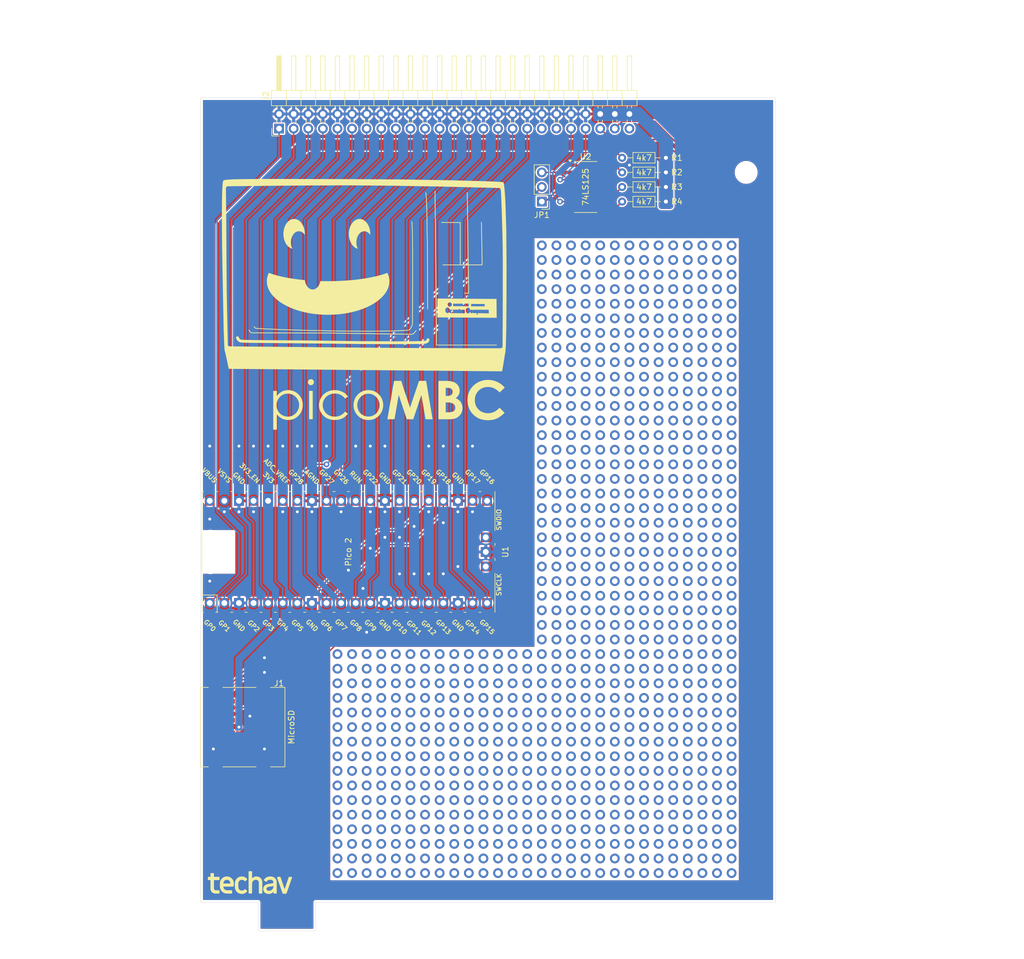
<source format=kicad_pcb>
(kicad_pcb (version 20240108) (generator "pcbnew") (generator_version "8.0")
  (layers (0 "F.Cu" signal) (31 "B.Cu" signal) (34 "B.Paste" user) (35 "F.Paste" user) (36 "B.SilkS" user "B.Silkscreen") (37 "F.SilkS" user "F.Silkscreen") (38 "B.Mask" user) (39 "F.Mask" user) (44 "Edge.Cuts" user))
  (net 0 "")
  (net 2 "/SD_SCK")
  (net 3 "GND")
  (net 5 "/SD_CS")
  (net 6 "/SD_MISO")
  (net 7 "+3.3V")
  (net 8 "/SD_MOSI")
  (net 9 "/BUS_D7")
  (net 10 "/BUS_A4")
  (net 11 "/BUS_D3")
  (net 12 "/~{BUS_RD}")
  (net 13 "+5V")
  (net 14 "/BUS_A2")
  (net 15 "/~{BUS_M1}")
  (net 16 "/BUS_A0")
  (net 17 "/BUS_D1")
  (net 18 "/BUS_D2")
  (net 20 "/BUS_D5")
  (net 21 "/BUS_D0")
  (net 22 "/BUS_A6")
  (net 23 "/BUS_D4")
  (net 24 "/BUS_A3")
  (net 25 "/~{BUS_IORQ}")
  (net 26 "/BUS_A1")
  (net 27 "/BUS_D6")
  (net 28 "/~{BUS_WR}")
  (net 29 "/BUS_A5")
  (net 30 "/BUS_A7")
  (net 37 "/~{BUS_RESET}")
  (net 38 "/~{BUS_INT}")
  (net 39 "/~{BUS_NMI}")
  (net 40 "/BUS_CLOCK")
  (net 41 "/~{PICO_INT}")
  (net 42 "/~{PICO_NMI}")
  (net 43 "/~{PICO-IRQ}")
  (net 44 "Net-(R3-Pad2)")
  (net 45 "Net-(R4-Pad2)")
  (footprint "Package_SO:SOIC-14_3.9x8.7mm_P1.27mm" (layer "F.Cu") (at 119.38 53.34)
    (property "Reference" "U2")
    (property "Value" "74LS125")
  )
  (footprint "Connector_Card:microSD_HC_Molex_47219-2001" (layer "F.Cu") (at 59.69 147.32 90)
    (property "Reference" "J1")
    (property "Value" "MicroSD")
  )
  (footprint "Connector_PinHeader_2.54mm:PinHeader_2x14_P2.54mm_Vertical" (layer "F.Cu") (at 111.76 81.28 90)
    (property "Reference" "REF**" (hide yes))
    (property "Value" "PinHeader_2x14_P2.54mm_Vertical")
  )
  (footprint "Connector_PinHeader_2.54mm:PinHeader_2x14_P2.54mm_Vertical" (layer "F.Cu") (at 111.76 121.92 90)
    (property "Reference" "REF**" (hide yes))
    (property "Value" "PinHeader_2x14_P2.54mm_Vertical")
  )
  (footprint "Connector_PinHeader_2.54mm:PinHeader_2x14_P2.54mm_Vertical" (layer "F.Cu") (at 111.76 101.6 90)
    (property "Reference" "REF**" (hide yes))
    (property "Value" "PinHeader_2x14_P2.54mm_Vertical")
  )
  (footprint "MountingHole:MountingHole_3.5mm" (layer "F.Cu") (at 147.32 50.8)
    (property "Reference" "REF**" (hide yes))
    (property "Value" "MountingHole_3.5mm")
  )
  (footprint "Connector_PinHeader_2.54mm:PinHeader_2x14_P2.54mm_Vertical" (layer "F.Cu") (at 111.76 152.4 90)
    (property "Reference" "REF**" (hide yes))
    (property "Value" "PinHeader_2x14_P2.54mm_Vertical")
  )
  (footprint "Resistor_THT:R_Axial_DIN0204_L3.6mm_D1.6mm_P7.62mm_Horizontal" (layer "F.Cu") (at 133.35 53.34 180)
    (property "Reference" "R3")
    (property "Value" "4k7")
  )
  (footprint "Connector_PinHeader_2.54mm:PinHeader_2x14_P2.54mm_Vertical" (layer "F.Cu") (at 111.76 76.2 90)
    (property "Reference" "REF**" (hide yes))
    (property "Value" "PinHeader_2x14_P2.54mm_Vertical")
  )
  (footprint "Connector_PinHeader_2.54mm:PinHeader_2x14_P2.54mm_Vertical" (layer "F.Cu") (at 76.2 157.48 90)
    (property "Reference" "REF**" (hide yes))
    (property "Value" "PinHeader_2x14_P2.54mm_Vertical")
  )
  (footprint "Resistor_THT:R_Axial_DIN0204_L3.6mm_D1.6mm_P7.62mm_Horizontal" (layer "F.Cu") (at 133.35 50.8 180)
    (property "Reference" "R2")
    (property "Value" "4k7")
  )
  (footprint "Connector_PinHeader_2.54mm:PinHeader_2x14_P2.54mm_Vertical" (layer "F.Cu") (at 76.2 142.24 90)
    (property "Reference" "REF**" (hide yes))
    (property "Value" "PinHeader_2x14_P2.54mm_Vertical")
  )
  (footprint "Connector_PinHeader_2.54mm:PinHeader_2x14_P2.54mm_Vertical" (layer "F.Cu") (at 111.76 167.64 90)
    (property "Reference" "REF**" (hide yes))
    (property "Value" "PinHeader_2x14_P2.54mm_Vertical")
  )
  (footprint "Connector_PinHeader_2.54mm:PinHeader_2x14_P2.54mm_Vertical" (layer "F.Cu") (at 111.76 66.04 90)
    (property "Reference" "REF**" (hide yes))
    (property "Value" "PinHeader_2x14_P2.54mm_Vertical")
  )
  (footprint "Connector_PinHeader_2.54mm:PinHeader_1x03_P2.54mm_Vertical" (layer "F.Cu") (at 111.76 55.88 180)
    (property "Reference" "JP1")
    (property "Value" "Jumper_3_Open")
  )
  (footprint "Connector_PinHeader_2.54mm:PinHeader_2x14_P2.54mm_Vertical" (layer "F.Cu") (at 111.76 162.56 90)
    (property "Reference" "REF**" (hide yes))
    (property "Value" "PinHeader_2x14_P2.54mm_Vertical")
  )
  (footprint "Connector_PinHeader_2.54mm:PinHeader_2x14_P2.54mm_Vertical" (layer "F.Cu") (at 111.76 71.12 90)
    (property "Reference" "REF**" (hide yes))
    (property "Value" "PinHeader_2x14_P2.54mm_Vertical")
  )
  (footprint "Connector_PinHeader_2.54mm:PinHeader_2x14_P2.54mm_Vertical" (layer "F.Cu") (at 111.76 132.08 90)
    (property "Reference" "REF**" (hide yes))
    (property "Value" "PinHeader_2x14_P2.54mm_Vertical")
  )
  (footprint "Connector_PinHeader_2.54mm:PinHeader_2x14_P2.54mm_Vertical" (layer "F.Cu") (at 76.2 147.32 90)
    (property "Reference" "REF**" (hide yes))
    (property "Value" "PinHeader_2x14_P2.54mm_Vertical")
  )
  (footprint "Connector_PinHeader_2.54mm:PinHeader_2x14_P2.54mm_Vertical" (layer "F.Cu") (at 111.76 96.52 90)
    (property "Reference" "REF**" (hide yes))
    (property "Value" "PinHeader_2x14_P2.54mm_Vertical")
  )
  (footprint "Connector_PinHeader_2.54mm:PinHeader_2x14_P2.54mm_Vertical" (layer "F.Cu") (at 76.2 162.56 90)
    (property "Reference" "REF**" (hide yes))
    (property "Value" "PinHeader_2x14_P2.54mm_Vertical")
  )
  (footprint "Connector_PinHeader_2.54mm:PinHeader_2x14_P2.54mm_Vertical" (layer "F.Cu") (at 111.76 106.68 90)
    (property "Reference" "REF**" (hide yes))
    (property "Value" "PinHeader_2x14_P2.54mm_Vertical")
  )
  (footprint "Resistor_THT:R_Axial_DIN0204_L3.6mm_D1.6mm_P7.62mm_Horizontal" (layer "F.Cu") (at 133.35 55.88 180)
    (property "Reference" "R4")
    (property "Value" "4k7")
  )
  (footprint "Connector_PinHeader_2.54mm:PinHeader_2x14_P2.54mm_Vertical" (layer "F.Cu") (at 111.76 116.84 90)
    (property "Reference" "REF**" (hide yes))
    (property "Value" "PinHeader_2x14_P2.54mm_Vertical")
  )
  (footprint "Connector_PinHeader_2.54mm:PinHeader_2x14_P2.54mm_Vertical" (layer "F.Cu") (at 111.76 127 90)
    (property "Reference" "REF**" (hide yes))
    (property "Value" "PinHeader_2x14_P2.54mm_Vertical")
  )
  (footprint "Connector_PinHeader_2.54mm:PinHeader_2x14_P2.54mm_Vertical" (layer "F.Cu") (at 111.76 86.36 90)
    (property "Reference" "REF**" (hide yes))
    (property "Value" "PinHeader_2x14_P2.54mm_Vertical")
  )
  (footprint "Connector_PinHeader_2.54mm:PinHeader_2x14_P2.54mm_Vertical" (layer "F.Cu") (at 111.76 147.32 90)
    (property "Reference" "REF**" (hide yes))
    (property "Value" "PinHeader_2x14_P2.54mm_Vertical")
  )
  (footprint "Connector_PinHeader_2.54mm:PinHeader_2x14_P2.54mm_Vertical" (layer "F.Cu") (at 111.76 91.44 90)
    (property "Reference" "REF**" (hide yes))
    (property "Value" "PinHeader_2x14_P2.54mm_Vertical")
  )
  (footprint "Connector_PinHeader_2.54mm:PinHeader_2x14_P2.54mm_Vertical" (layer "F.Cu") (at 111.76 142.24 90)
    (property "Reference" "REF**" (hide yes))
    (property "Value" "PinHeader_2x14_P2.54mm_Vertical")
  )
  (footprint "Resistor_THT:R_Axial_DIN0204_L3.6mm_D1.6mm_P7.62mm_Horizontal" (layer "F.Cu") (at 133.35 48.26 180)
    (property "Reference" "R1")
    (property "Value" "4k7")
  )
  (footprint "Connector_PinHeader_2.54mm:PinHeader_2x14_P2.54mm_Vertical" (layer "F.Cu") (at 76.2 172.72 90)
    (property "Reference" "REF**" (hide yes))
    (property "Value" "PinHeader_2x14_P2.54mm_Vertical")
  )
  (footprint "Connector_PinHeader_2.54mm:PinHeader_2x14_P2.54mm_Vertical" (layer "F.Cu") (at 111.76 157.48 90)
    (property "Reference" "REF**" (hide yes))
    (property "Value" "PinHeader_2x14_P2.54mm_Vertical")
  )
  (footprint "Connector_PinHeader_2.54mm:PinHeader_2x14_P2.54mm_Vertical" (layer "F.Cu") (at 76.2 137.16 90)
    (property "Reference" "REF**" (hide yes))
    (property "Value" "PinHeader_2x14_P2.54mm_Vertical")
  )
  (footprint "Connector_PinHeader_2.54mm:PinHeader_2x14_P2.54mm_Vertical" (layer "F.Cu") (at 111.76 111.76 90)
    (property "Reference" "REF**" (hide yes))
    (property "Value" "PinHeader_2x14_P2.54mm_Vertical")
  )
  (footprint "MCU_RaspberryPi_and_Boards:RPi_Pico_SMD_TH" (layer "F.Cu") (at 78.105 116.84 90)
    (property "Reference" "U1")
    (property "Value" "Pico 2")
  )
  (footprint "Connector_PinHeader_2.54mm:PinHeader_2x14_P2.54mm_Vertical" (layer "F.Cu") (at 76.2 167.64 90)
    (property "Reference" "REF**" (hide yes))
    (property "Value" "PinHeader_2x14_P2.54mm_Vertical")
  )
  (footprint "Connector_PinHeader_2.54mm:PinHeader_2x14_P2.54mm_Vertical" (layer "F.Cu") (at 111.76 172.72 90)
    (property "Reference" "REF**" (hide yes))
    (property "Value" "PinHeader_2x14_P2.54mm_Vertical")
  )
  (footprint "Connector_PinHeader_2.54mm:PinHeader_2x14_P2.54mm_Vertical" (layer "F.Cu") (at 76.2 152.4 90)
    (property "Reference" "REF**" (hide yes))
    (property "Value" "PinHeader_2x14_P2.54mm_Vertical")
  )
  (footprint "Connector_PinHeader_2.54mm:PinHeader_2x25_P2.54mm_Horizontal" (layer "F.Cu") (at 66.04 43.18 90)
    (property "Reference" "J2")
    (property "Value" "Conn_02x25_Odd_Even")
  )
  (footprint "Connector_PinHeader_2.54mm:PinHeader_2x14_P2.54mm_Vertical" (layer "F.Cu") (at 111.76 137.16 90)
    (property "Reference" "REF**" (hide yes))
    (property "Value" "PinHeader_2x14_P2.54mm_Vertical")
  )
  (gr_poly (pts (xy 57.018206 173.310712) (xy 57.079824 173.315359) (xy 57.140518 173.323014) (xy 57.200216 173.333604) (xy 57.258841 173.347055) (xy 57.316321 173.363294) (xy 57.372581 173.382247) (xy 57.427546 173.403841) (xy 57.481141 173.428002) (xy 57.533293 173.454657) (xy 57.583927 173.483732) (xy 57.632968 173.515154) (xy 57.680343 173.54885) (xy 57.725976 173.584745) (xy 57.769793 173.622767) (xy 57.811721 173.662841) (xy 57.851683 173.704895) (xy 57.889607 173.748855) (xy 57.925418 173.794648) (xy 57.959041 173.842199) (xy 57.990401 173.891436) (xy 58.019425 173.942285) (xy 58.046038 173.994672) (xy 58.070166 174.048524) (xy 58.091733 174.103768) (xy 58.110667 174.16033) (xy 58.126891 174.218137) (xy 58.140333 174.277115) (xy 58.150917 174.33719) (xy 58.15857 174.398289) (xy 58.163215 174.460339) (xy 58.164781 174.523266) (xy 58.164781 174.863626) (xy 58.1645 174.87498) (xy 58.163667 174.886171) (xy 58.162294 174.897188) (xy 58.160395 174.908017) (xy 58.157983 174.918645) (xy 58.15507 174.929058) (xy 58.151669 174.939245) (xy 58.147794 174.949192) (xy 58.143458 174.958886) (xy 58.138674 174.968314) (xy 58.133454 174.977463) (xy 58.127812 174.98632) (xy 58.12176 174.994872) (xy 58.115313 175.003105) (xy 58.108482 175.011008) (xy 58.101281 175.018566) (xy 58.093722 175.025767) (xy 58.08582 175.032598) (xy 58.077586 175.039046) (xy 58.069035 175.045097) (xy 58.060178 175.050739) (xy 58.051029 175.055959) (xy 58.041601 175.060744) (xy 58.031907 175.06508) (xy 58.02196 175.068955) (xy 58.011773 175.072355) (xy 58.001359 175.075268) (xy 57.990731 175.077681) (xy 57.979902 175.07958) (xy 57.968886 175.080952) (xy 57.957694 175.081785) (xy 57.946341 175.082066) (xy 56.356301 175.082066) (xy 56.356301 175.107466) (xy 56.357084 175.138238) (xy 56.359405 175.168614) (xy 56.363229 175.198556) (xy 56.368515 175.228027) (xy 56.375226 175.256988) (xy 56.383325 175.285401) (xy 56.392772 175.313229) (xy 56.403529 175.340432) (xy 56.415559 175.366973) (xy 56.428824 175.392813) (xy 56.443284 175.417915) (xy 56.458903 175.44224) (xy 56.475642 175.465751) (xy 56.493462 175.488408) (xy 56.512326 175.510174) (xy 56.532196 175.531011) (xy 56.553033 175.550881) (xy 56.574799 175.569745) (xy 56.597457 175.587565) (xy 56.620967 175.604304) (xy 56.645292 175.619923) (xy 56.670394 175.634384) (xy 56.696235 175.647648) (xy 56.722775 175.659678) (xy 56.749979 175.670436) (xy 56.777806 175.679883) (xy 56.806219 175.687981) (xy 56.83518 175.694692) (xy 56.864651 175.699979) (xy 56.894594 175.703802) (xy 56.92497 175.706124) (xy 56.955741 175.706906) (xy 57.763461 175.706906) (xy 57.769131 175.707039) (xy 57.774705 175.707435) (xy 57.780179 175.708087) (xy 57.785547 175.70899) (xy 57.790804 175.710139) (xy 57.795943 175.711527) (xy 57.800959 175.71315) (xy 57.805847 175.715002) (xy 57.810601 175.717078) (xy 57.815216 175.719371) (xy 57.819686 175.721875) (xy 57.824004 175.724587) (xy 57.828167 175.727499) (xy 57.832168 175.730607) (xy 57.836001 175.733905) (xy 57.839661 175.737386) (xy 57.843143 175.741046) (xy 57.84644 175.74488) (xy 57.849548 175.74888) (xy 57.85246 175.753043) (xy 57.855172 175.757362) (xy 57.857677 175.761831) (xy 57.85997 175.766446) (xy 57.862045 175.7712) (xy 57.863897 175.776088) (xy 57.86552 175.781104) (xy 57.866909 175.786244) (xy 57.868057 175.7915) (xy 57.868961 175.796868) (xy 57.869613 175.802342) (xy 57.870008 175.807917) (xy 57.870141 175.813586) (xy 57.870141 176.179346) (xy 57.870008 176.185016) (xy 57.869613 176.19059) (xy 57.868961 176.196064) (xy 57.868057 176.201432) (xy 57.866909 176.206689) (xy 57.86552 176.211828) (xy 57.863897 176.216844) (xy 57.862045 176.221732) (xy 57.85997 176.226487) (xy 57.857677 176.231101) (xy 57.855172 176.235571) (xy 57.85246 176.239889) (xy 57.849548 176.244052) (xy 57.84644 176.248053) (xy 57.843143 176.251886) (xy 57.839661 176.255546) (xy 57.836001 176.259028) (xy 57.832168 176.262325) (xy 57.828167 176.265433) (xy 57.824004 176.268345) (xy 57.819686 176.271057) (xy 57.815216 176.273562) (xy 57.810601 176.275855) (xy 57.805847 176.27793) (xy 57.800959 176.279782) (xy 57.795943 176.281405) (xy 57.790804 176.282794) (xy 57.785547 176.283942) (xy 57.780179 176.284846) (xy 57.774705 176.285498) (xy 57.769131 176.285893) (xy 57.763461 176.286026) (xy 56.955741 176.286026) (xy 56.893275 176.284461) (xy 56.831658 176.279814) (xy 56.770963 176.272159) (xy 56.711266 176.261569) (xy 56.65264 176.248118) (xy 56.59516 176.231879) (xy 56.5389 176.212926) (xy 56.483936 176.191332) (xy 56.43034 176.167171) (xy 56.378188 176.140516) (xy 56.327555 176.111441) (xy 56.278513 176.080019) (xy 56.231139 176.046323) (xy 56.185506 176.010428) (xy 56.141688 175.972406) (xy 56.099761 175.932331) (xy 56.059798 175.890277) (xy 56.021874 175.846317) (xy 55.986064 175.800525) (xy 55.952441 175.752974) (xy 55.92108 175.703737) (xy 55.892056 175.652888) (xy 55.865443 175.600501) (xy 55.841316 175.546648) (xy 55.819748 175.491404) (xy 55.800815 175.434842) (xy 55.78459 175.377036) (xy 55.771148 175.318058) (xy 55.760564 175.257983) (xy 55.752912 175.196884) (xy 55.748266 175.134834) (xy 55.746701 175.071906) (xy 55.746701 174.523266) (xy 55.747585 174.487706) (xy 56.356302 174.487706) (xy 56.356302 174.533426) (xy 57.555181 174.533426) (xy 57.555181 174.487706) (xy 57.554399 174.456935) (xy 57.552077 174.426559) (xy 57.548254 174.396616) (xy 57.542967 174.367145) (xy 57.536256 174.338184) (xy 57.528158 174.309771) (xy 57.518711 174.281944) (xy 57.507953 174.254741) (xy 57.495923 174.2282) (xy 57.482659 174.202359) (xy 57.468198 174.177257) (xy 57.452579 174.152932) (xy 57.43584 174.129422) (xy 57.41802 174.106765) (xy 57.399156 174.084998) (xy 57.379286 174.064161) (xy 57.358449 174.044292) (xy 57.336683 174.025427) (xy 57.314026 174.007607) (xy 57.290515 173.990868) (xy 57.26619 173.97525) (xy 57.241088 173.960789) (xy 57.215248 173.947524) (xy 57.188707 173.935494) (xy 57.161504 173.924737) (xy 57.133676 173.91529) (xy 57.105263 173.907191) (xy 57.076302 173.90048) (xy 57.046831 173.895194) (xy 57.016889 173.891371) (xy 56.986513 173.889049) (xy 56.955741 173.888266) (xy 56.92497 173.889049) (xy 56.894594 173.891371) (xy 56.864652 173.895194) (xy 56.835181 173.90048) (xy 56.80622 173.907191) (xy 56.777806 173.91529) (xy 56.749979 173.924737) (xy 56.722776 173.935494) (xy 56.696235 173.947524) (xy 56.670395 173.960789) (xy 56.645293 173.97525) (xy 56.620967 173.990868) (xy 56.597457 174.007607) (xy 56.5748 174.025427) (xy 56.553034 174.044292) (xy 56.532196 174.064161) (xy 56.512327 174.084998) (xy 56.493463 174.106765) (xy 56.475642 174.129422) (xy 56.458904 174.152932) (xy 56.443285 174.177257) (xy 56.428824 174.202359) (xy 56.41556 174.2282) (xy 56.40353 174.254741) (xy 56.392772 174.281944) (xy 56.383325 174.309771) (xy 56.375227 174.338184) (xy 56.368515 174.367145) (xy 56.363229 174.396616) (xy 56.359406 174.426559) (xy 56.357084 174.456935) (xy 56.356302 174.487706) (xy 55.747585 174.487706) (xy 55.748266 174.460339) (xy 55.752912 174.398289) (xy 55.760564 174.33719) (xy 55.771148 174.277115) (xy 55.78459 174.218137) (xy 55.800815 174.16033) (xy 55.819748 174.103768) (xy 55.841316 174.048524) (xy 55.865443 173.994672) (xy 55.892056 173.942285) (xy 55.92108 173.891436) (xy 55.952441 173.842199) (xy 55.986064 173.794648) (xy 56.021874 173.748855) (xy 56.059798 173.704895) (xy 56.099761 173.662841) (xy 56.141688 173.622767) (xy 56.185506 173.584745) (xy 56.231139 173.54885) (xy 56.278513 173.515154) (xy 56.327555 173.483732) (xy 56.378188 173.454657) (xy 56.43034 173.428002) (xy 56.483936 173.403841) (xy 56.5389 173.382247) (xy 56.59516 173.363294) (xy 56.65264 173.347055) (xy 56.711266 173.333604) (xy 56.770963 173.323014) (xy 56.831658 173.315359) (xy 56.893275 173.310712) (xy 56.955741 173.309146)) (stroke (width -0.000001)) (fill solid) (layer "F.SilkS"))
  (gr_poly (pts (xy 75.879304 88.686749) (xy 76.000372 88.693802) (xy 76.120376 88.705546) (xy 76.239315 88.721974) (xy 76.357191 88.743078) (xy 76.474003 88.768849) (xy 76.58975 88.79928) (xy 76.704433 88.834362) (xy 76.816424 88.873315) (xy 76.924089 88.915105) (xy 77.027425 88.959734) (xy 77.126428 89.0072) (xy 77.174303 89.031997) (xy 77.221094 89.057504) (xy 77.266799 89.08372) (xy 77.311418 89.110645) (xy 77.354951 89.13828) (xy 77.397397 89.166625) (xy 77.438756 89.195679) (xy 77.479027 89.225443) (xy 77.518505 89.256132) (xy 77.557225 89.287838) (xy 77.59519 89.320563) (xy 77.6324 89.354306) (xy 77.668856 89.389069) (xy 77.70456 89.424852) (xy 77.739512 89.461658) (xy 77.773713 89.499486) (xy 77.807164 89.538339) (xy 77.839867 89.578216) (xy 77.871822 89.619119) (xy 77.90303 89.661049) (xy 77.933493 89.704007) (xy 77.963211 89.747994) (xy 77.992185 89.79301) (xy 78.020417 89.839058) (xy 77.516175 90.152751) (xy 77.432605 90.047608) (xy 77.345317 89.94926) (xy 77.254312 89.857704) (xy 77.159587 89.77294) (xy 77.061141 89.694966) (xy 76.958974 89.623779) (xy 76.853085 89.55938) (xy 76.743472 89.501766) (xy 76.630135 89.450935) (xy 76.513072 89.406887) (xy 76.392283 89.36962) (xy 76.267767 89.339132) (xy 76.139522 89.315421) (xy 76.007548 89.298487) (xy 75.871843 89.288328) (xy 75.732406 89.284942) (xy 75.620678 89.287211) (xy 75.511344 89.294018) (xy 75.404405 89.305363) (xy 75.299863 89.321246) (xy 75.197716 89.341664) (xy 75.097967 89.366619) (xy 75.000614 89.39611) (xy 74.90566 89.430135) (xy 74.813104 89.468695) (xy 74.722946 89.51179) (xy 74.635188 89.559418) (xy 74.54983 89.611579) (xy 74.466872 89.668272) (xy 74.386314 89.729498) (xy 74.308158 89.795256) (xy 74.232404 89.865544) (xy 74.160177 89.939081) (xy 74.092602 90.014584) (xy 74.029681 90.09205) (xy 73.971415 90.171479) (xy 73.917804 90.252869) (xy 73.868849 90.336218) (xy 73.824552 90.421526) (xy 73.784914 90.508789) (xy 73.749935 90.598008) (xy 73.719617 90.68918) (xy 73.693961 90.782304) (xy 73.672967 90.877378) (xy 73.656636 90.974401) (xy 73.64497 91.073372) (xy 73.63797 91.174288) (xy 73.635637 91.277149) (xy 73.636709 91.344422) (xy 73.639925 91.411195) (xy 73.645286 91.477468) (xy 73.652791 91.543242) (xy 73.662441 91.608516) (xy 73.674235 91.67329) (xy 73.688173 91.737564) (xy 73.704256 91.801339) (xy 73.722483 91.864614) (xy 73.742854 91.927389) (xy 73.76537 91.989664) (xy 73.79003 92.051439) (xy 73.816835 92.112715) (xy 73.845784 92.173491) (xy 73.876877 92.233767) (xy 73.910115 92.293542) (xy 73.945227 92.352299) (xy 73.981942 92.409387) (xy 74.020259 92.464807) (xy 74.060178 92.518557) (xy 74.101697 92.570639) (xy 74.144815 92.621052) (xy 74.189531 92.669797) (xy 74.235844 92.716872) (xy 74.283754 92.762279) (xy 74.333258 92.806017) (xy 74.384357 92.848087) (xy 74.437049 92.888487) (xy 74.491333 92.927219) (xy 74.547209 92.964282) (xy 74.604674 92.999676) (xy 74.663729 93.033402) (xy 74.724029 93.065268) (xy 74.785233 93.095085) (xy 74.84734 93.122854) (xy 74.910352 93.148572) (xy 74.974269 93.172238) (xy 75.039091 93.193852) (xy 75.104819 93.213412) (xy 75.171454 93.230918) (xy 75.238995 93.246368) (xy 75.307444 93.259761) (xy 75.376801 93.271097) (xy 75.447066 93.280374) (xy 75.51824 93.287591) (xy 75.590324 93.292747) (xy 75.663318 93.295842) (xy 75.737222 93.296874) (xy 75.871805 93.293484) (xy 76.003268 93.283314) (xy 76.131612 93.266365) (xy 76.256835 93.242636) (xy 76.378939 93.212127) (xy 76.497923 93.174839) (xy 76.613787 93.13077) (xy 76.726532 93.079922) (xy 76.836157 93.022295) (xy 76.942661 92.957887) (xy 77.046046 92.8867) (xy 77.146312 92.808733) (xy 77.243457 92.723987) (xy 77.337483 92.632461) (xy 77.428389 92.534155) (xy 77.516175 92.42907) (xy 78.020417 92.760646) (xy 77.975163 92.82646) (xy 77.928014 92.890404) (xy 77.878969 92.952477) (xy 77.828026 93.012677) (xy 77.775184 93.071005) (xy 77.720443 93.127461) (xy 77.663802 93.182043) (xy 77.605259 93.234751) (xy 77.544814 93.285585) (xy 77.482465 93.334544) (xy 77.418211 93.381628) (xy 77.352052 93.426836) (xy 77.283986 93.470168) (xy 77.214013 93.511623) (xy 77.142131 93.551201) (xy 77.06834 93.588901) (xy 76.992952 93.624513) (xy 76.916282 93.657827) (xy 76.838326 93.688844) (xy 76.759084 93.717563) (xy 76.678554 93.743984) (xy 76.596735 93.768108) (xy 76.513625 93.789934) (xy 76.429222 93.809463) (xy 76.343526 93.826694) (xy 76.256534 93.841627) (xy 76.168246 93.854263) (xy 76.078659 93.864601) (xy 75.987772 93.872642) (xy 75.895584 93.878386) (xy 75.802093 93.881832) (xy 75.707297 93.882981) (xy 75.562331 93.880067) (xy 75.420485 93.871325) (xy 75.28176 93.856757) (xy 75.146156 93.836363) (xy 75.013674 93.810145) (xy 74.884314 93.778104) (xy 74.758077 93.74024) (xy 74.634964 93.696554) (xy 74.514974 93.647049) (xy 74.398109 93.591723) (xy 74.284368 93.53058) (xy 74.173753 93.463619) (xy 74.066264 93.390842) (xy 73.961901 93.312249) (xy 73.860665 93.227842) (xy 73.762556 93.137622) (xy 73.669027 93.043234) (xy 73.581528 92.946323) (xy 73.50006 92.846888) (xy 73.424623 92.74493) (xy 73.355219 92.640448) (xy 73.291847 92.533444) (xy 73.234508 92.423916) (xy 73.183202 92.311865) (xy 73.137931 92.19729) (xy 73.098694 92.080192) (xy 73.065492 91.960571) (xy 73.038326 91.838427) (xy 73.017196 91.713759) (xy 73.002102 91.586569) (xy 72.993046 91.456855) (xy 72.990027 91.324617) (xy 72.991437 91.235244) (xy 72.99567 91.146669) (xy 73.002724 91.058893) (xy 73.012599 90.971917) (xy 73.025296 90.885741) (xy 73.040814 90.800365) (xy 73.059154 90.71579) (xy 73.080315 90.632017) (xy 73.104298 90.549046) (xy 73.131103 90.466877) (xy 73.160729 90.385511) (xy 73.193177 90.304949) (xy 73.228446 90.225191) (xy 73.266536 90.146238) (xy 73.307449 90.06809) (xy 73.351182 89.990747) (xy 73.397383 89.914864) (xy 73.445696 89.841092) (xy 73.496121 89.769432) (xy 73.548658 89.699882) (xy 73.603307 89.632443) (xy 73.660068 89.567113) (xy 73.718941 89.503892) (xy 73.779927 89.442779) (xy 73.843024 89.383775) (xy 73.908234 89.326878) (xy 73.975556 89.272089) (xy 74.04499 89.219406) (xy 74.116536 89.168829) (xy 74.190194 89.120357) (xy 74.265964 89.073991) (xy 74.343847 89.029729) (xy 74.423373 88.98793) (xy 74.504077 88.948824) (xy 74.585956 88.912412) (xy 74.669011 88.878694) (xy 74.753241 88.847671) (xy 74.838645 88.819342) (xy 74.925223 88.793709) (xy 75.012975 88.770772) (xy 75.101899 88.750532) (xy 75.191997 88.732989) (xy 75.283266 88.718143) (xy 75.375706 88.705996) (xy 75.469318 88.696547) (xy 75.564099 88.689797) (xy 75.660051 88.685747) (xy 75.757172 88.684397)) (stroke (width -0.000001)) (fill solid) (layer "F.SilkS"))
  (gr_poly (pts (xy 84.927388 68.367261) (xy 84.964587 68.454882) (xy 84.999601 68.542953) (xy 85.032374 68.631472) (xy 85.062849 68.720434) (xy 85.09097 68.809836) (xy 85.116681 68.899673) (xy 85.139926 68.989941) (xy 85.160647 69.080636) (xy 85.178788 69.171755) (xy 85.194293 69.263293) (xy 85.207106 69.355246) (xy 85.21717 69.44761) (xy 85.224428 69.540381) (xy 85.228824 69.633556) (xy 85.230302 69.727129) (xy 85.21643 70.028131) (xy 85.17526 70.325179) (xy 85.107463 70.617908) (xy 85.013708 70.905948) (xy 84.894664 71.188934) (xy 84.751003 71.466497) (xy 84.583393 71.73827) (xy 84.392505 72.003886) (xy 83.943574 72.515176) (xy 83.409567 72.997427) (xy 82.795843 73.4477) (xy 82.107762 73.863056) (xy 81.350683 74.240554) (xy 80.529964 74.577257) (xy 79.650964 74.870224) (xy 78.719042 75.116515) (xy 77.739557 75.313192) (xy 76.717868 75.457314) (xy 75.659334 75.545944) (xy 74.569314 75.57614) (xy 74.020734 75.568529) (xy 73.479354 75.54594) (xy 72.945844 75.508741) (xy 72.420873 75.4573) (xy 71.905112 75.391985) (xy 71.39923 75.313162) (xy 70.903898 75.221201) (xy 70.419785 75.116467) (xy 69.947561 74.999329) (xy 69.487897 74.870155) (xy 69.041461 74.729311) (xy 68.608924 74.577167) (xy 68.190957 74.414088) (xy 67.788228 74.240444) (xy 67.401408 74.056601) (xy 67.031167 73.862927) (xy 66.678174 73.65979) (xy 66.3431 73.447558) (xy 66.026614 73.226597) (xy 65.729387 72.997277) (xy 65.452088 72.759963) (xy 65.195387 72.515024) (xy 64.959955 72.262828) (xy 64.746461 72.003742) (xy 64.555574 71.738133) (xy 64.387966 71.46637) (xy 64.244305 71.18882) (xy 64.125263 70.90585) (xy 64.031508 70.617829) (xy 63.96371 70.325123) (xy 63.922541 70.028101) (xy 63.908668 69.727129) (xy 63.91015 69.633499) (xy 63.914557 69.540283) (xy 63.921832 69.447483) (xy 63.931918 69.355101) (xy 63.944756 69.263141) (xy 63.960291 69.171604) (xy 63.978463 69.080494) (xy 63.999216 68.989812) (xy 64.022492 68.899562) (xy 64.048234 68.809746) (xy 64.076384 68.720365) (xy 64.106885 68.631424) (xy 64.13968 68.542924) (xy 64.174711 68.454868) (xy 64.21192 68.367258) (xy 64.251251 68.280097) (xy 64.858283 68.492759) (xy 65.522709 68.691611) (xy 66.241139 68.875776) (xy 67.010184 69.044373) (xy 67.826452 69.196525) (xy 68.686556 69.331352) (xy 69.587104 69.447976) (xy 70.524707 69.545519) (xy 70.536164 69.631128) (xy 70.550244 69.715378) (xy 70.566885 69.79818) (xy 70.586027 69.879445) (xy 70.607606 69.959084) (xy 70.631562 70.037007) (xy 70.657832 70.113126) (xy 70.686356 70.187352) (xy 70.717072 70.259595) (xy 70.749918 70.329766) (xy 70.784832 70.397776) (xy 70.821754 70.463537) (xy 70.86062 70.526958) (xy 70.901371 70.587951) (xy 70.943943 70.646427) (xy 70.988276 70.702296) (xy 71.034309 70.755469) (xy 71.081978 70.805858) (xy 71.131223 70.853373) (xy 71.181983 70.897926) (xy 71.234195 70.939426) (xy 71.287798 70.977785) (xy 71.34273 71.012913) (xy 71.39893 71.044723) (xy 71.456337 71.073123) (xy 71.514888 71.098026) (xy 71.574522 71.119343) (xy 71.635177 71.136983) (xy 71.696792 71.150859) (xy 71.759306 71.16088) (xy 71.822656 71.166959) (xy 71.886781 71.169004) (xy 71.947111 71.16719) (xy 72.006757 71.161796) (xy 72.065668 71.152898) (xy 72.123794 71.140571) (xy 72.181082 71.124888) (xy 72.237483 71.105926) (xy 72.292945 71.083758) (xy 72.347417 71.05846) (xy 72.400847 71.030105) (xy 72.453186 70.99877) (xy 72.504382 70.964529) (xy 72.554384 70.927455) (xy 72.650602 70.845113) (xy 72.741431 70.752342) (xy 72.826465 70.64974) (xy 72.905294 70.537905) (xy 72.97751 70.417436) (xy 73.042706 70.288929) (xy 73.100474 70.152983) (xy 73.150404 70.010197) (xy 73.19209 69.861168) (xy 73.225122 69.706495) (xy 73.557719 69.715231) (xy 73.892574 69.721712) (xy 74.22975 69.725743) (xy 74.569313 69.727129) (xy 75.360329 69.720503) (xy 76.138446 69.700884) (xy 76.902256 69.668662) (xy 77.650347 69.624227) (xy 78.381309 69.567967) (xy 79.093732 69.500272) (xy 79.786206 69.421532) (xy 80.45732 69.332136) (xy 81.105665 69.232474) (xy 81.729829 69.122935) (xy 82.328404 69.003908) (xy 82.899978 68.875784) (xy 83.44314 68.738951) (xy 83.956482 68.593799) (xy 84.438593 68.440718) (xy 84.888062 68.280097)) (stroke (width -0.000001)) (fill solid) (layer "F.SilkS"))
  (gr_poly (pts (xy 54.61 172.72) (xy 54.615575 172.720395) (xy 54.621049 172.721047) (xy 54.626417 172.72195) (xy 54.631673 172.723099) (xy 54.636812 172.724488) (xy 54.641829 172.726111) (xy 54.646717 172.727963) (xy 54.651471 172.730038) (xy 54.656086 172.732331) (xy 54.660555 172.734836) (xy 54.664874 172.737548) (xy 54.669036 172.74046) (xy 54.673037 172.743568) (xy 54.67687 172.746865) (xy 54.680531 172.750347) (xy 54.684012 172.754007) (xy 54.68731 172.75784) (xy 54.690417 172.761841) (xy 54.69333 172.766004) (xy 54.696041 172.770322) (xy 54.698546 172.774792) (xy 54.700839 172.779406) (xy 54.702914 172.784161) (xy 54.704766 172.789049) (xy 54.706389 172.794065) (xy 54.707778 172.799204) (xy 54.708927 172.804461) (xy 54.70983 172.809829) (xy 54.710482 172.815303) (xy 54.710878 172.820877) (xy 54.711011 172.826547) (xy 54.711011 173.375187) (xy 55.56953 173.375187) (xy 55.5752 173.37532) (xy 55.580774 173.375715) (xy 55.586249 173.376367) (xy 55.591617 173.37727) (xy 55.596873 173.378419) (xy 55.602012 173.379808) (xy 55.607029 173.381431) (xy 55.611917 173.383283) (xy 55.616671 173.385358) (xy 55.621285 173.387651) (xy 55.625755 173.390156) (xy 55.630074 173.392868) (xy 55.634236 173.39578) (xy 55.638237 173.398888) (xy 55.64207 173.402185) (xy 55.64573 173.405667) (xy 55.649212 173.409327) (xy 55.65251 173.41316) (xy 55.655617 173.417161) (xy 55.65853 173.421323) (xy 55.661241 173.425642) (xy 55.663746 173.430112) (xy 55.666039 173.434726) (xy 55.668114 173.43948) (xy 55.669966 173.444369) (xy 55.671589 173.449385) (xy 55.672978 173.454524) (xy 55.674127 173.459781) (xy 55.67503 173.465149) (xy 55.675682 173.470623) (xy 55.676077 173.476197) (xy 55.67621 173.481867) (xy 55.67621 173.842547) (xy 55.676077 173.848216) (xy 55.675682 173.853791) (xy 55.67503 173.859265) (xy 55.674127 173.864633) (xy 55.672978 173.869889) (xy 55.671589 173.875028) (xy 55.669966 173.880045) (xy 55.668114 173.884933) (xy 55.666039 173.889687) (xy 55.663746 173.894302) (xy 55.661241 173.898771) (xy 55.65853 173.90309) (xy 55.655617 173.907253) (xy 55.65251 173.911253) (xy 55.649212 173.915086) (xy 55.64573 173.918747) (xy 55.64207 173.922228) (xy 55.638237 173.925526) (xy 55.634236 173.928634) (xy 55.630074 173.931546) (xy 55.625755 173.934257) (xy 55.621285 173.936762) (xy 55.616671 173.939055) (xy 55.611917 173.94113) (xy 55.607029 173.942982) (xy 55.602012 173.944606) (xy 55.596873 173.945994) (xy 55.591617 173.947143) (xy 55.586249 173.948046) (xy 55.580774 173.948698) (xy 55.5752 173.949094) (xy 55.56953 173.949227) (xy 54.71101 173.949227) (xy 54.71101 175.376706) (xy 54.711381 175.395546) (xy 54.712485 175.413958) (xy 54.714313 175.431931) (xy 54.716854 175.449453) (xy 54.720099 175.466515) (xy 54.724037 175.483104) (xy 54.728657 175.499209) (xy 54.73395 175.514819) (xy 54.739905 175.529923) (xy 54.746512 175.54451) (xy 54.753761 175.558569) (xy 54.761642 175.572088) (xy 54.770144 175.585056) (xy 54.779257 175.597463) (xy 54.788971 175.609297) (xy 54.799275 175.620546) (xy 54.810161 175.6312) (xy 54.821616 175.641248) (xy 54.833631 175.650678) (xy 54.846196 175.65948) (xy 54.8593 175.667641) (xy 54.872934 175.675151) (xy 54.887087 175.681999) (xy 54.901749 175.688174) (xy 54.916909 175.693664) (xy 54.932557 175.698458) (xy 54.948684 175.702545) (xy 54.965278 175.705914) (xy 54.98233 175.708554) (xy 54.99983 175.710453) (xy 55.017767 175.711601) (xy 55.03613 175.711986) (xy 55.56953 175.717066) (xy 55.5752 175.717199) (xy 55.580774 175.717595) (xy 55.586248 175.718247) (xy 55.591616 175.71915) (xy 55.596873 175.720299) (xy 55.602012 175.721687) (xy 55.607028 175.723311) (xy 55.611917 175.725162) (xy 55.616671 175.727238) (xy 55.621285 175.729531) (xy 55.625755 175.732036) (xy 55.630074 175.734747) (xy 55.634236 175.737659) (xy 55.638237 175.740767) (xy 55.64207 175.744065) (xy 55.64573 175.747546) (xy 55.649212 175.751206) (xy 55.652509 175.75504) (xy 55.655617 175.75904) (xy 55.658529 175.763203) (xy 55.661241 175.767522) (xy 55.663746 175.771991) (xy 55.666039 175.776606) (xy 55.668114 175.78136) (xy 55.669966 175.786248) (xy 55.671589 175.791264) (xy 55.672978 175.796404) (xy 55.674127 175.80166) (xy 55.67503 175.807028) (xy 55.675682 175.812502) (xy 55.676077 175.818077) (xy 55.67621 175.823746) (xy 55.67621 176.179346) (xy 55.676077 176.185016) (xy 55.675682 176.19059) (xy 55.67503 176.196064) (xy 55.674127 176.201432) (xy 55.672978 176.206689) (xy 55.671589 176.211828) (xy 55.669966 176.216844) (xy 55.668114 176.221732) (xy 55.666039 176.226487) (xy 55.663746 176.231101) (xy 55.661241 176.235571) (xy 55.658529 176.239889) (xy 55.655617 176.244052) (xy 55.652509 176.248053) (xy 55.649212 176.251886) (xy 55.64573 176.255546) (xy 55.64207 176.259028) (xy 55.638237 176.262325) (xy 55.634236 176.265433) (xy 55.630074 176.268345) (xy 55.625755 176.271057) (xy 55.621285 176.273562) (xy 55.616671 176.275855) (xy 55.611917 176.27793) (xy 55.607028 176.279782) (xy 55.602012 176.281405) (xy 55.596873 176.282794) (xy 55.591616 176.283942) (xy 55.586248 176.284846) (xy 55.580774 176.285498) (xy 55.5752 176.285893) (xy 55.56953 176.286026) (xy 54.99041 176.286026) (xy 54.941377 176.28499) (xy 54.893362 176.281904) (xy 54.8464 176.276801) (xy 54.800526 176.269715) (xy 54.755775 176.260679) (xy 54.712184 176.249727) (xy 54.669787 176.236893) (xy 54.628619 176.222209) (xy 54.588717 176.205709) (xy 54.550115 176.187428) (xy 54.512849 176.167397) (xy 54.476953 176.145652) (xy 54.442465 176.122224) (xy 54.409418 176.097149) (xy 54.377848 176.070458) (xy 54.34779 176.042186) (xy 54.319281 176.012367) (xy 54.292354 175.981033) (xy 54.267047 175.948218) (xy 54.243392 175.913956) (xy 54.221428 175.87828) (xy 54.201187 175.841224) (xy 54.182707 175.802821) (xy 54.166022 175.763104) (xy 54.151167 175.722107) (xy 54.138178 175.679864) (xy 54.127091 175.636408) (xy 54.11794 175.591773) (xy 54.110762 175.545992) (xy 54.10559 175.499098) (xy 54.102461 175.451125) (xy 54.10141 175.402107) (xy 54.10141 173.944147) (xy 53.750891 173.944147) (xy 53.745221 173.944014) (xy 53.739647 173.943618) (xy 53.734172 173.942966) (xy 53.728804 173.942063) (xy 53.723548 173.940914) (xy 53.718409 173.939526) (xy 53.713392 173.937902) (xy 53.708504 173.93605) (xy 53.70375 173.933975) (xy 53.699136 173.931682) (xy 53.694666 173.929177) (xy 53.690347 173.926466) (xy 53.686185 173.923553) (xy 53.682184 173.920446) (xy 53.678351 173.917148) (xy 53.674691 173.913667) (xy 53.671209 173.910006) (xy 53.667911 173.906173) (xy 53.664804 173.902172) (xy 53.661891 173.89801) (xy 53.65918 173.893691) (xy 53.656675 173.889222) (xy 53.654382 173.884607) (xy 53.652307 173.879853) (xy 53.650455 173.874965) (xy 53.648832 173.869948) (xy 53.647443 173.864809) (xy 53.646294 173.859553) (xy 53.645391 173.854185) (xy 53.644739 173.848711) (xy 53.644344 173.843136) (xy 53.644211 173.837467) (xy 53.644211 173.481867) (xy 53.644344 173.476197) (xy 53.644739 173.470623) (xy 53.645391 173.465149) (xy 53.646294 173.459781) (xy 53.647443 173.454524) (xy 53.648832 173.449385) (xy 53.650455 173.444369) (xy 53.652307 173.43948) (xy 53.654382 173.434726) (xy 53.656675 173.430112) (xy 53.65918 173.425642) (xy 53.661891 173.421323) (xy 53.664804 173.417161) (xy 53.667911 173.41316) (xy 53.671209 173.409327) (xy 53.674691 173.405667) (xy 53.678351 173.402185) (xy 53.682184 173.398888) (xy 53.686185 173.39578) (xy 53.690347 173.392868) (xy 53.694666 173.390156) (xy 53.699136 173.387651) (xy 53.70375 173.385358) (xy 53.708504 173.383283) (xy 53.713392 173.381431) (xy 53.718409 173.379808) (xy 53.723548 173.378419) (xy 53.728804 173.37727) (xy 53.734172 173.376367) (xy 53.739647 173.375715) (xy 53.745221 173.37532) (xy 53.750891 173.375187) (xy 54.10141 173.375187) (xy 54.10141 172.826547) (xy 54.101543 172.820877) (xy 54.101939 172.815303) (xy 54.102591 172.809829) (xy 54.103494 172.804461) (xy 54.104643 172.799204) (xy 54.106032 172.794065) (xy 54.107655 172.789049) (xy 54.109507 172.784161) (xy 54.111582 172.779406) (xy 54.113875 172.774792) (xy 54.11638 172.770322) (xy 54.119091 172.766004) (xy 54.122004 172.761841) (xy 54.125111 172.75784) (xy 54.128409 172.754007) (xy 54.13189 172.750347) (xy 54.135551 172.746865) (xy 54.139384 172.743568) (xy 54.143385 172.74046) (xy 54.147547 172.737548) (xy 54.151866 172.734836) (xy 54.156335 172.732331) (xy 54.16095 172.730038) (xy 54.165704 172.727963) (xy 54.170592 172.726111) (xy 54.175609 172.724488) (xy 54.180748 172.723099) (xy 54.186004 172.72195) (xy 54.191372 172.721047) (xy 54.196846 172.720395) (xy 54.202421 172.72) (xy 54.20809 172.719867) (xy 54.604331 172.719867)) (stroke (width -0.000001)) (fill solid) (layer "F.SilkS"))
  (gr_poly (pts (xy 61.242575 172.39488) (xy 61.24815 172.395275) (xy 61.253624 172.395927) (xy 61.258992 172.39683) (xy 61.264249 172.397979) (xy 61.269388 172.399368) (xy 61.274404 172.400991) (xy 61.279292 172.402843) (xy 61.284046 172.404918) (xy 61.288661 172.407211) (xy 61.293131 172.409716) (xy 61.297449 172.412427) (xy 61.301612 172.41534) (xy 61.305613 172.418447) (xy 61.309446 172.421745) (xy 61.313106 172.425227) (xy 61.316588 172.428887) (xy 61.319885 172.43272) (xy 61.322993 172.436721) (xy 61.325905 172.440883) (xy 61.328617 172.445202) (xy 61.331122 172.449672) (xy 61.333415 172.454286) (xy 61.33549 172.45904) (xy 61.337342 172.463928) (xy 61.338965 172.468945) (xy 61.340354 172.474084) (xy 61.341503 172.47934) (xy 61.342406 172.484709) (xy 61.343058 172.490183) (xy 61.343453 172.495757) (xy 61.343586 172.501427) (xy 61.343586 173.624106) (xy 61.380541 173.588757) (xy 61.418963 173.555149) (xy 61.458768 173.523357) (xy 61.499875 173.493455) (xy 61.542203 173.465518) (xy 61.58567 173.439619) (xy 61.630193 173.415834) (xy 61.675691 173.394236) (xy 61.722082 173.374901) (xy 61.769284 173.357902) (xy 61.817216 173.343315) (xy 61.865794 173.331213) (xy 61.914939 173.32167) (xy 61.964567 173.314762) (xy 62.014596 173.310563) (xy 62.064946 173.309146) (xy 62.123861 173.310404) (xy 62.181515 173.314151) (xy 62.237868 173.320343) (xy 62.292882 173.328941) (xy 62.346514 173.3399) (xy 62.398727 173.353181) (xy 62.449479 173.36874) (xy 62.498731 173.386537) (xy 62.546442 173.406529) (xy 62.592573 173.428674) (xy 62.637084 173.452931) (xy 62.679934 173.479257) (xy 62.721084 173.507611) (xy 62.760494 173.537951) (xy 62.798123 173.570235) (xy 62.833932 173.604421) (xy 62.86788 173.640468) (xy 62.899928 173.678333) (xy 62.930036 173.717975) (xy 62.958163 173.759351) (xy 62.98427 173.802421) (xy 63.008317 173.847141) (xy 63.030264 173.893471) (xy 63.05007 173.941368) (xy 63.067695 173.990791) (xy 63.083101 174.041697) (xy 63.096246 174.094045) (xy 63.107091 174.147793) (xy 63.115595 174.202899) (xy 63.121719 174.259321) (xy 63.125423 174.317017) (xy 63.126666 174.375946) (xy 63.126666 176.179346) (xy 63.126533 176.185016) (xy 63.126138 176.19059) (xy 63.125486 176.196064) (xy 63.124583 176.201432) (xy 63.123434 176.206689) (xy 63.122045 176.211828) (xy 63.120422 176.216844) (xy 63.11857 176.221732) (xy 63.116495 176.226487) (xy 63.114202 176.231101) (xy 63.111697 176.235571) (xy 63.108985 176.239889) (xy 63.106073 176.244052) (xy 63.102965 176.248053) (xy 63.099668 176.251886) (xy 63.096186 176.255546) (xy 63.092526 176.259028) (xy 63.088693 176.262325) (xy 63.084692 176.265433) (xy 63.080529 176.268345) (xy 63.076211 176.271057) (xy 63.071741 176.273562) (xy 63.067126 176.275855) (xy 63.062372 176.27793) (xy 63.057484 176.279782) (xy 63.052468 176.281405) (xy 63.047329 176.282794) (xy 63.042072 176.283942) (xy 63.036704 176.284846) (xy 63.03123 176.285498) (xy 63.025656 176.285893) (xy 63.019986 176.286026) (xy 62.623746 176.286026) (xy 62.618076 176.285893) (xy 62.612502 176.285498) (xy 62.607028 176.284846) (xy 62.60166 176.283942) (xy 62.596403 176.282794) (xy 62.591264 176.281405) (xy 62.586248 176.279782) (xy 62.581359 176.27793) (xy 62.576605 176.275855) (xy 62.571991 176.273562) (xy 62.567521 176.271057) (xy 62.563202 176.268345) (xy 62.55904 176.265433) (xy 62.555039 176.262325) (xy 62.551206 176.259028) (xy 62.547546 176.255546) (xy 62.544064 176.251886) (xy 62.540767 176.248053) (xy 62.537659 176.244052) (xy 62.534746 176.239889) (xy 62.532035 176.235571) (xy 62.52953 176.231101) (xy 62.527237 176.226487) (xy 62.525162 176.221732) (xy 62.52331 176.216844) (xy 62.521687 176.211828) (xy 62.520298 176.206689) (xy 62.519149 176.201432) (xy 62.518246 176.196064) (xy 62.517594 176.19059) (xy 62.517199 176.185016) (xy 62.517066 176.179346) (xy 62.517066 174.452146) (xy 62.516516 174.419257) (xy 62.514873 174.38727) (xy 62.512143 174.356194) (xy 62.508334 174.326039) (xy 62.503454 174.296815) (xy 62.49751 174.26853) (xy 62.490508 174.241193) (xy 62.482458 174.214815) (xy 62.473366 174.189404) (xy 62.463239 174.16497) (xy 62.452086 174.141522) (xy 62.439913 174.119069) (xy 62.426728 174.097621) (xy 62.412539 174.077186) (xy 62.397352 174.057775) (xy 62.381176 174.039396) (xy 62.364017 174.022059) (xy 62.345884 174.005774) (xy 62.326783 173.990548) (xy 62.306722 173.976392) (xy 62.285709 173.963316) (xy 62.26375 173.951327) (xy 62.240854 173.940436) (xy 62.217028 173.930653) (xy 62.192279 173.921985) (xy 62.166615 173.914443) (xy 62.140043 173.908035) (xy 62.112571 173.902772) (xy 62.084205 173.898662) (xy 62.054954 173.895715) (xy 62.024825 173.89394) (xy 61.993826 173.893346) (xy 61.956651 173.894162) (xy 61.920388 173.896594) (xy 61.885052 173.900625) (xy 61.850663 173.906235) (xy 61.817237 173.913403) (xy 61.784793 173.922111) (xy 61.753347 173.932339) (xy 61.722919 173.944067) (xy 61.693524 173.957276) (xy 61.665182 173.971946) (xy 61.637909 173.988058) (xy 61.611724 174.005592) (xy 61.586644 174.024529) (xy 61.562686 174.04485) (xy 61.539869 174.066533) (xy 61.51821 174.089561) (xy 61.497727 174.113914) (xy 61.478437 174.139571) (xy 61.460359 174.166514) (xy 61.443509 174.194723) (xy 61.427905 174.224179) (xy 61.413566 174.254861) (xy 61.400508 174.286751) (xy 61.38875 174.319828) (xy 61.378309 174.354074) (xy 61.369202 174.389469) (xy 61.361449 174.425992) (xy 61.355065 174.463626) (xy 61.350069 174.50235) (xy 61.346479 174.542144) (xy 61.344312 174.582989) (xy 61.343585 174.624866) (xy 61.343585 176.179346) (xy 61.343452 176.185016) (xy 61.343057 176.19059) (xy 61.342405 176.196064) (xy 61.341502 176.201432) (xy 61.340353 176.206689) (xy 61.338964 176.211828) (xy 61.337341 176.216844) (xy 61.335489 176.221732) (xy 61.333414 176.226487) (xy 61.331121 176.231101) (xy 61.328616 176.235571) (xy 61.325904 176.239889) (xy 61.322992 176.244052) (xy 61.319884 176.248053) (xy 61.316587 176.251886) (xy 61.313105 176.255546) (xy 61.309445 176.259028) (xy 61.305612 176.262325) (xy 61.301611 176.265433) (xy 61.297448 176.268345) (xy 61.293129 176.271057) (xy 61.28866 176.273562) (xy 61.284045 176.275855) (xy 61.279291 176.27793) (xy 61.274403 176.279782) (xy 61.269387 176.281405) (xy 61.264248 176.282794) (xy 61.258991 176.283942) (xy 61.253623 176.284846) (xy 61.248149 176.285498) (xy 61.242574 176.285893) (xy 61.236905 176.286026) (xy 60.840665 176.286026) (xy 60.840666 176.286026) (xy 60.834996 176.285893) (xy 60.829422 176.285498) (xy 60.823947 176.284846) (xy 60.818579 176.283943) (xy 60.813323 176.282794) (xy 60.808184 176.281405) (xy 60.803167 176.279782) (xy 60.798279 176.27793) (xy 60.793525 176.275855) (xy 60.78891 176.273562) (xy 60.784441 176.271057) (xy 60.780122 176.268346) (xy 60.77596 176.265433) (xy 60.771959 176.262326) (xy 60.768126 176.259028) (xy 60.764465 176.255546) (xy 60.760984 176.251886) (xy 60.757686 176.248053) (xy 60.754578 176.244052) (xy 60.751666 176.23989) (xy 60.748955 176.235571) (xy 60.74645 176.231101) (xy 60.744157 176.226487) (xy 60.742082 176.221733) (xy 60.74023 176.216845) (xy 60.738606 176.211828) (xy 60.737218 176.206689) (xy 60.736069 176.201433) (xy 60.735166 176.196065) (xy 60.734514 176.19059) (xy 60.734118 176.185016) (xy 60.733985 176.179347) (xy 60.733985 172.501427) (xy 60.734118 172.495757) (xy 60.734514 172.490183) (xy 60.735166 172.484709) (xy 60.736069 172.47934) (xy 60.737218 172.474084) (xy 60.738607 172.468945) (xy 60.74023 172.463928) (xy 60.742082 172.45904) (xy 60.744157 172.454286) (xy 60.74645 172.449672) (xy 60.748955 172.445202) (xy 60.751666 172.440883) (xy 60.754579 172.436721) (xy 60.757686 172.43272) (xy 60.760984 172.428887) (xy 60.764466 172.425227) (xy 60.768126 172.421745) (xy 60.771959 172.418447) (xy 60.77596 172.41534) (xy 60.780122 172.412427) (xy 60.784441 172.409716) (xy 60.788911 172.407211) (xy 60.793525 172.404918) (xy 60.798279 172.402843) (xy 60.803168 172.400991) (xy 60.808184 172.399368) (xy 60.813323 172.397979) (xy 60.81858 172.39683) (xy 60.823948 172.395927) (xy 60.829422 172.395275) (xy 60.834996 172.39488) (xy 60.840666 172.394747) (xy 61.236906 172.394747)) (stroke (width -0.000001)) (fill solid) (layer "F.SilkS"))
  (gr_poly (pts (xy 89.142364 59.274626) (xy 89.145378 59.274833) (xy 89.148364 59.275191) (xy 89.151315 59.275697) (xy 89.154227 59.276347) (xy 89.157095 59.277139) (xy 89.159916 59.278069) (xy 89.162684 59.279134) (xy 89.165395 59.280332) (xy 89.168044 59.281659) (xy 89.170627 59.283112) (xy 89.173139 59.284688) (xy 89.175575 59.286384) (xy 89.177931 59.288197) (xy 89.180203 59.290123) (xy 89.182385 59.29216) (xy 89.184473 59.294305) (xy 89.186462 59.296554) (xy 89.188349 59.298905) (xy 89.190127 59.301354) (xy 89.191793 59.303898) (xy 89.193343 59.306534) (xy 89.19477 59.30926) (xy 89.196072 59.312071) (xy 89.197243 59.314965) (xy 89.198279 59.317939) (xy 89.199174 59.32099) (xy 89.199925 59.324114) (xy 89.241061 59.710862) (xy 89.274398 60.375117) (xy 89.320525 62.380313) (xy 89.344016 65.028045) (xy 89.350578 68.006654) (xy 89.332779 74.080182) (xy 89.314463 77.017328) (xy 89.310997 77.096458) (xy 89.301533 77.177543) (xy 89.286508 77.260039) (xy 89.266357 77.343401) (xy 89.241517 77.427085) (xy 89.212422 77.510548) (xy 89.179509 77.593245) (xy 89.143215 77.674632) (xy 89.103973 77.754165) (xy 89.062221 77.8313) (xy 89.018394 77.905492) (xy 88.972928 77.976198) (xy 88.926259 78.042873) (xy 88.878822 78.104973) (xy 88.831054 78.161954) (xy 88.78339 78.213271) (xy 88.703126 78.25055) (xy 88.558882 78.28457) (xy 88.088138 78.343369) (xy 87.390535 78.390744) (xy 86.485449 78.427773) (xy 84.130329 78.475094) (xy 81.177785 78.493942) (xy 78.476208 78.482763) (xy 75.594311 78.447849) (xy 70.623517 78.340407) (xy 66.307221 78.204587) (xy 63.21776 78.068637) (xy 62.311948 78.009441) (xy 62.050071 77.983583) (xy 61.927471 77.960806) (xy 61.905373 77.950028) (xy 61.884401 77.938818) (xy 61.864525 77.927223) (xy 61.845718 77.915293) (xy 61.827951 77.903075) (xy 61.811198 77.890619) (xy 61.795429 77.877972) (xy 61.780616 77.865185) (xy 61.766732 77.852304) (xy 61.753749 77.83938) (xy 61.741638 77.82646) (xy 61.730372 77.813593) (xy 61.719922 77.800828) (xy 61.710261 77.788214) (xy 61.70136 77.775798) (xy 61.693191 77.76363) (xy 61.678939 77.740232) (xy 61.66728 77.718408) (xy 61.657991 77.698546) (xy 61.650846 77.681037) (xy 61.645622 77.666269) (xy 61.642094 77.654631) (xy 61.639231 77.6423) (xy 61.638668 77.639081) (xy 61.638268 77.635876) (xy 61.638027 77.632691) (xy 61.637942 77.629529) (xy 61.638012 77.626396) (xy 61.638232 77.623294) (xy 61.6386 77.62023) (xy 61.639113 77.617207) (xy 61.639768 77.614229) (xy 61.640562 77.611302) (xy 61.641492 77.60843) (xy 61.642556 77.605618) (xy 61.643751 77.602868) (xy 61.645073 77.600188) (xy 61.646519 77.597579) (xy 61.648088 77.595048) (xy 61.649775 77.592599) (xy 61.651579 77.590236) (xy 61.653495 77.587963) (xy 61.655522 77.585785) (xy 61.657656 77.583707) (xy 61.659894 77.581733) (xy 61.662234 77.579867) (xy 61.664673 77.578114) (xy 61.667207 77.576479) (xy 61.669835 77.574965) (xy 61.672552 77.573578) (xy 61.675356 77.572322) (xy 61.678244 77.571201) (xy 61.681214 77.57022) (xy 61.684262 77.569382) (xy 61.687385 77.568694) (xy 61.690451 77.568097) (xy 61.693521 77.567659) (xy 61.696588 77.567377) (xy 61.699648 77.567249) (xy 61.702695 77.567272) (xy 61.705724 77.567445) (xy 61.708731 77.567764) (xy 61.711709 77.568227) (xy 61.714654 77.568831) (xy 61.717561 77.569575) (xy 61.720424 77.570455) (xy 61.723239 77.571469) (xy 61.725999 77.572615) (xy 61.7287 77.573891) (xy 61.731338 77.575293) (xy 61.733905 77.57682) (xy 61.736399 77.578469) (xy 61.738812 77.580237) (xy 61.741141 77.582122) (xy 61.743379 77.584122) (xy 61.745522 77.586233) (xy 61.747565 77.588455) (xy 61.749502 77.590783) (xy 61.751329 77.593217) (xy 61.75304 77.595753) (xy 61.754629 77.598388) (xy 61.756093 77.601121) (xy 61.757425 77.603949) (xy 61.758621 77.606869) (xy 61.759674 77.609879) (xy 61.760581 77.612977) (xy 61.761336 77.61616) (xy 61.762463 77.61777) (xy 61.764189 77.622409) (xy 61.77036 77.639646) (xy 61.775262 77.651676) (xy 61.781681 77.665605) (xy 61.789847 77.681147) (xy 61.799988 77.698021) (xy 61.812335 77.715943) (xy 61.827115 77.734629) (xy 61.844558 77.753798) (xy 61.85435 77.763474) (xy 61.864894 77.773165) (xy 61.876219 77.782834) (xy 61.888352 77.792447) (xy 61.901324 77.801968) (xy 61.915161 77.811361) (xy 61.929894 77.820592) (xy 61.945551 77.829625) (xy 61.96216 77.838424) (xy 61.97975 77.846955) (xy 62.335167 77.88867) (xy 63.224712 77.944123) (xy 66.307477 78.078955) (xy 70.630619 78.216883) (xy 75.596716 78.323339) (xy 78.477581 78.35868) (xy 81.178127 78.369773) (xy 82.711571 78.367489) (xy 84.123975 78.35414) (xy 85.391038 78.331205) (xy 86.488458 78.300165) (xy 87.391933 78.262499) (xy 88.077163 78.219684) (xy 88.330342 78.196809) (xy 88.519846 78.173202) (xy 88.642639 78.149047) (xy 88.678068 78.136823) (xy 88.695681 78.124531) (xy 88.739081 78.078873) (xy 88.782944 78.026959) (xy 88.826816 77.969455) (xy 88.87024 77.907031) (xy 88.912761 77.840355) (xy 88.953924 77.770094) (xy 88.993273 77.696917) (xy 89.030353 77.621492) (xy 89.064708 77.544486) (xy 89.095883 77.466569) (xy 89.123421 77.388408) (xy 89.146869 77.310671) (xy 89.16577 77.234026) (xy 89.179668 77.159142) (xy 89.188109 77.086687) (xy 89.190637 77.017328) (xy 89.226754 68.006654) (xy 89.220025 65.029448) (xy 89.195883 62.3807) (xy 89.175912 61.279522) (xy 89.149943 60.380486) (xy 89.117429 59.723602) (xy 89.098545 59.49847) (xy 89.07782 59.34888) (xy 89.077319 59.345692) (xy 89.076978 59.342517) (xy 89.076792 59.33936) (xy 89.076759 59.336224) (xy 89.076877 59.333114) (xy 89.077142 59.330036) (xy 89.077552 59.326993) (xy 89.078105 59.323991) (xy 89.078797 59.321033) (xy 89.079626 59.318125) (xy 89.080589 59.315271) (xy 89.081684 59.312476) (xy 89.082907 59.309743) (xy 89.084256 59.307079) (xy 89.085729 59.304487) (xy 89.087322 59.301972) (xy 89.089033 59.299539) (xy 89.09086 59.297192) (xy 89.092798 59.294935) (xy 89.094847 59.292774) (xy 89.097003 59.290714) (xy 89.099263 59.288757) (xy 89.101624 59.28691) (xy 89.104085 59.285177) (xy 89.106642 59.283562) (xy 89.109292 59.282071) (xy 89.112033 59.280706) (xy 89.114863 59.279474) (xy 89.117777 59.278379) (xy 89.120775 59.277425) (xy 89.123852 59.276617) (xy 89.127007 59.27596) (xy 89.130101 59.275367) (xy 89.133188 59.27494) (xy 89.136264 59.274677) (xy 89.139324 59.274573)) (stroke (width -0.000001)) (fill solid) (layer "F.SilkS"))
  (gr_poly (pts (xy 80.14015 58.904098) (xy 80.234944 58.914191) (xy 80.328361 58.930811) (xy 80.420286 58.953796) (xy 80.510601 58.982979) (xy 80.599187 59.018198) (xy 80.685928 59.059287) (xy 80.770706 59.106083) (xy 80.853403 59.158422) (xy 80.933903 59.216138) (xy 81.012087 59.279068) (xy 81.087839 59.347048) (xy 81.231574 59.497499) (xy 81.364168 59.666177) (xy 81.484683 59.851768) (xy 81.592177 60.052958) (xy 81.685712 60.268433) (xy 81.764348 60.496879) (xy 81.827145 60.736982) (xy 81.873163 60.987428) (xy 81.901463 61.246903) (xy 81.911105 61.514093) (xy 81.910687 61.535325) (xy 81.909563 61.556255) (xy 81.907931 61.576967) (xy 81.905989 61.597546) (xy 81.901964 61.638644) (xy 81.900275 61.659332) (xy 81.899067 61.680225) (xy 81.85033 61.608509) (xy 81.799118 61.54025) (xy 81.745526 61.475612) (xy 81.689649 61.414754) (xy 81.631584 61.357838) (xy 81.571425 61.305026) (xy 81.50927 61.256478) (xy 81.445213 61.212356) (xy 81.37935 61.172821) (xy 81.311777 61.138034) (xy 81.24259 61.108156) (xy 81.171884 61.08335) (xy 81.099756 61.063775) (xy 81.0263 61.049593) (xy 80.951613 61.040966) (xy 80.87579 61.038055) (xy 80.804514 61.040578) (xy 80.734173 61.048066) (xy 80.664854 61.060397) (xy 80.596645 61.07745) (xy 80.529633 61.099102) (xy 80.463905 61.125232) (xy 80.399547 61.155719) (xy 80.336647 61.190439) (xy 80.275291 61.229272) (xy 80.215568 61.272095) (xy 80.157563 61.318787) (xy 80.101364 61.369226) (xy 79.994733 61.480858) (xy 79.896369 61.606016) (xy 79.80697 61.743726) (xy 79.727231 61.893013) (xy 79.65785 62.052903) (xy 79.599522 62.222422) (xy 79.552943 62.400594) (xy 79.518811 62.586446) (xy 79.497821 62.779004) (xy 79.490669 62.977292) (xy 79.491758 63.054239) (xy 79.494996 63.130393) (xy 79.500337 63.205704) (xy 79.507738 63.280121) (xy 79.517155 63.353592) (xy 79.528542 63.426067) (xy 79.541856 63.497496) (xy 79.557053 63.567826) (xy 79.574088 63.637007) (xy 79.592916 63.704989) (xy 79.613493 63.771721) (xy 79.635776 63.83715) (xy 79.659719 63.901228) (xy 79.685279 63.963902) (xy 79.71241 64.025123) (xy 79.74107 64.084838) (xy 79.658661 64.063202) (xy 79.577559 64.036616) (xy 79.49785 64.005196) (xy 79.41962 63.969058) (xy 79.267938 63.883094) (xy 79.123198 63.779656) (xy 78.986086 63.659673) (xy 78.857288 63.524076) (xy 78.73749 63.373797) (xy 78.627377 63.209765) (xy 78.527635 63.032911) (xy 78.43895 62.844166) (xy 78.362008 62.64446) (xy 78.297494 62.434725) (xy 78.246094 62.215889) (xy 78.208494 61.988885) (xy 78.185379 61.754643) (xy 78.177436 61.514093) (xy 78.179864 61.379616) (xy 78.187071 61.246903) (xy 78.198938 61.116119) (xy 78.215349 60.987428) (xy 78.236188 60.860994) (xy 78.261335 60.736982) (xy 78.290676 60.615556) (xy 78.324091 60.496879) (xy 78.361465 60.381117) (xy 78.40268 60.268433) (xy 78.447619 60.158992) (xy 78.496165 60.052958) (xy 78.5482 59.950495) (xy 78.603608 59.851768) (xy 78.662271 59.75694) (xy 78.724072 59.666177) (xy 78.788894 59.579641) (xy 78.856621 59.497499) (xy 78.927134 59.419913) (xy 79.000316 59.347048) (xy 79.076052 59.279068) (xy 79.154222 59.216138) (xy 79.234711 59.158422) (xy 79.3174 59.106083) (xy 79.402174 59.059287) (xy 79.488914 59.018198) (xy 79.577504 58.982979) (xy 79.667827 58.953796) (xy 79.759764 58.930811) (xy 79.8532 58.914191) (xy 79.948017 58.904098) (xy 80.044098 58.900697)) (stroke (width -0.000001)) (fill solid) (layer "F.SilkS"))
  (gr_poly (pts (xy 81.724111 88.687969) (xy 81.862367 88.697666) (xy 81.99756 88.713826) (xy 82.129691 88.736448) (xy 82.258762 88.765532) (xy 82.384771 88.801076) (xy 82.50772 88.843079) (xy 82.627609 88.891541) (xy 82.744439 88.94646) (xy 82.85821 89.007835) (xy 82.968922 89.075665) (xy 83.076577 89.14995) (xy 83.181174 89.230688) (xy 83.282715 89.317879) (xy 83.381198 89.411521) (xy 83.476626 89.511613) (xy 83.559281 89.60698) (xy 83.636599 89.704509) (xy 83.708582 89.8042) (xy 83.77523 89.906056) (xy 83.836543 90.010075) (xy 83.892521 90.116261) (xy 83.943166 90.224612) (xy 83.988478 90.335132) (xy 84.028458 90.44782) (xy 84.063105 90.562678) (xy 84.09242 90.679706) (xy 84.116404 90.798906) (xy 84.135058 90.920278) (xy 84.148381 91.043824) (xy 84.156375 91.169545) (xy 84.159039 91.297441) (xy 84.156221 91.425922) (xy 84.147768 91.552363) (xy 84.133679 91.676763) (xy 84.113954 91.799122) (xy 84.088591 91.919439) (xy 84.057591 92.037714) (xy 84.020953 92.153946) (xy 83.978677 92.268136) (xy 83.930761 92.380281) (xy 83.877206 92.490383) (xy 83.81801 92.59844) (xy 83.753175 92.704451) (xy 83.682697 92.808417) (xy 83.606579 92.910337) (xy 83.524818 93.01021) (xy 83.437415 93.108036) (xy 83.345646 93.201876) (xy 83.25066 93.289662) (xy 83.152455 93.371394) (xy 83.051031 93.447071) (xy 82.946386 93.516695) (xy 82.83852 93.580264) (xy 82.727431 93.637779) (xy 82.613119 93.68924) (xy 82.495582 93.734647) (xy 82.374819 93.773999) (xy 82.25083 93.807298) (xy 82.123613 93.834542) (xy 81.993167 93.855732) (xy 81.859492 93.870867) (xy 81.722586 93.879949) (xy 81.582449 93.882976) (xy 81.441807 93.879949) (xy 81.304422 93.870867) (xy 81.170295 93.855732) (xy 81.039424 93.834542) (xy 80.91181 93.807298) (xy 80.787453 93.773999) (xy 80.666353 93.734647) (xy 80.54851 93.68924) (xy 80.433924 93.637779) (xy 80.322594 93.580264) (xy 80.214522 93.516695) (xy 80.109706 93.447071) (xy 80.008147 93.371394) (xy 79.909845 93.289662) (xy 79.8148 93.201876) (xy 79.723012 93.108036) (xy 79.635729 93.01027) (xy 79.554074 92.91045) (xy 79.478047 92.808576) (xy 79.407649 92.70465) (xy 79.34288 92.598672) (xy 79.28374 92.490643) (xy 79.23023 92.380565) (xy 79.182351 92.268438) (xy 79.140102 92.154263) (xy 79.103486 92.038041) (xy 79.072501 91.919774) (xy 79.047149 91.799463) (xy 79.027429 91.677107) (xy 79.013343 91.552709) (xy 79.004892 91.426269) (xy 79.002368 91.311203) (xy 79.647343 91.311203) (xy 79.648355 91.377927) (xy 79.651391 91.444087) (xy 79.656453 91.509682) (xy 79.663541 91.574711) (xy 79.672657 91.639174) (xy 79.683801 91.70307) (xy 79.696975 91.766399) (xy 79.712179 91.82916) (xy 79.729414 91.891353) (xy 79.748682 91.952977) (xy 79.769984 92.014031) (xy 79.79332 92.074516) (xy 79.818692 92.134431) (xy 79.8461 92.193774) (xy 79.875545 92.252546) (xy 79.907029 92.310746) (xy 79.940247 92.367837) (xy 79.974891 92.423283) (xy 80.01096 92.477084) (xy 80.048456 92.529239) (xy 80.087376 92.579747) (xy 80.12772 92.628608) (xy 80.169488 92.675821) (xy 80.21268 92.721387) (xy 80.257294 92.765304) (xy 80.303331 92.807571) (xy 80.35079 92.84819) (xy 80.39967 92.887158) (xy 80.44997 92.924475) (xy 80.501691 92.960141) (xy 80.554832 92.994156) (xy 80.609392 93.026518) (xy 80.665001 93.057011) (xy 80.721288 93.085545) (xy 80.778252 93.112117) (xy 80.835895 93.136726) (xy 80.894217 93.159373) (xy 80.953219 93.180056) (xy 81.012901 93.198773) (xy 81.073263 93.215525) (xy 81.134307 93.230309) (xy 81.196032 93.243125) (xy 81.25844 93.253973) (xy 81.321531 93.26285) (xy 81.385304 93.269756) (xy 81.449762 93.274691) (xy 81.514904 93.277652) (xy 81.58073 93.278639) (xy 81.646496 93.277652) (xy 81.711586 93.274691) (xy 81.775999 93.269756) (xy 81.839737 93.26285) (xy 81.902799 93.253973) (xy 81.965187 93.243125) (xy 82.0269 93.230309) (xy 82.08794 93.215525) (xy 82.148307 93.198773) (xy 82.208001 93.180056) (xy 82.267023 93.159373) (xy 82.325374 93.136726) (xy 82.383053 93.112117) (xy 82.440061 93.085545) (xy 82.496399 93.057011) (xy 82.552068 93.026518) (xy 82.606628 92.994156) (xy 82.659769 92.960141) (xy 82.71149 92.924475) (xy 82.761791 92.887158) (xy 82.810671 92.84819) (xy 82.858129 92.807571) (xy 82.904166 92.765304) (xy 82.948781 92.721387) (xy 82.991972 92.675821) (xy 83.03374 92.628608) (xy 83.074085 92.579747) (xy 83.113005 92.529239) (xy 83.1505 92.477084) (xy 83.18657 92.423283) (xy 83.221214 92.367837) (xy 83.254431 92.310746) (xy 83.285859 92.252546) (xy 83.315263 92.193774) (xy 83.342642 92.134431) (xy 83.367996 92.074516) (xy 83.391325 92.014031) (xy 83.412628 91.952977) (xy 83.431904 91.891353) (xy 83.449153 91.82916) (xy 83.464375 91.766399) (xy 83.477569 91.70307) (xy 83.488734 91.639174) (xy 83.497871 91.574711) (xy 83.504978 91.509682) (xy 83.510055 91.444087) (xy 83.513102 91.377927) (xy 83.514117 91.311203) (xy 83.51188 91.208261) (xy 83.50517 91.107229) (xy 83.493988 91.008108) (xy 83.478335 90.910898) (xy 83.458212 90.815598) (xy 83.433619 90.722209) (xy 83.404559 90.630731) (xy 83.371031 90.541164) (xy 83.333037 90.453506) (xy 83.290578 90.36776) (xy 83.243655 90.283924) (xy 83.192269 90.201999) (xy 83.136421 90.121985) (xy 83.076112 90.043881) (xy 83.011342 89.967687) (xy 82.942114 89.893404) (xy 82.869682 89.822431) (xy 82.795558 89.756036) (xy 82.719743 89.69422) (xy 82.642237 89.636983) (xy 82.563044 89.584325) (xy 82.482162 89.536246) (xy 82.399593 89.492745) (xy 82.315338 89.453824) (xy 82.229399 89.419482) (xy 82.141776 89.389719) (xy 82.052469 89.364535) (xy 81.961481 89.343929) (xy 81.868812 89.327903) (xy 81.774463 89.316455) (xy 81.678436 89.309587) (xy 81.58073 89.307298) (xy 81.482416 89.309587) (xy 81.38585 89.316455) (xy 81.291033 89.327903) (xy 81.197964 89.343929) (xy 81.106641 89.364535) (xy 81.017066 89.389719) (xy 80.929237 89.419482) (xy 80.843154 89.453824) (xy 80.758817 89.492745) (xy 80.676224 89.536246) (xy 80.595375 89.584325) (xy 80.516271 89.636983) (xy 80.438909 89.69422) (xy 80.363291 89.756036) (xy 80.289415 89.822431) (xy 80.217281 89.893404) (xy 80.148303 89.967687) (xy 80.083768 90.043881) (xy 80.023676 90.121985) (xy 79.96803 90.201999) (xy 79.91683 90.283924) (xy 79.870076 90.36776) (xy 79.82777 90.453506) (xy 79.789914 90.541164) (xy 79.756507 90.630731) (xy 79.727551 90.722209) (xy 79.703047 90.815598) (xy 79.682997 90.910898) (xy 79.6674 91.008108) (xy 79.656258 91.107229) (xy 79.649572 91.208261) (xy 79.647343 91.311203) (xy 79.002368 91.311203) (xy 79.002074 91.297789) (xy 79.004742 91.170452) (xy 79.012747 91.045252) (xy 79.026087 90.922187) (xy 79.044763 90.801257) (xy 79.068773 90.682461) (xy 79.098118 90.565798) (xy 79.132796 90.45127) (xy 79.172807 90.338873) (xy 79.218151 90.22861) (xy 79.268827 90.120478) (xy 79.324835 90.014477) (xy 79.386174 89.910608) (xy 79.452844 89.808869) (xy 79.524844 89.709259) (xy 79.602173 89.611779) (xy 79.684832 89.516428) (xy 79.78022 89.415715) (xy 79.87871 89.3215) (xy 79.980302 89.233782) (xy 80.084995 89.152562) (xy 80.192788 89.07784) (xy 80.303679 89.009615) (xy 80.417667 88.947888) (xy 80.534753 88.892659) (xy 80.654934 88.843927) (xy 80.778209 88.801692) (xy 80.904578 88.765956) (xy 81.03404 88.736717) (xy 81.166593 88.713975) (xy 81.302237 88.697731) (xy 81.440971 88.687985) (xy 81.582793 88.684736)) (stroke (width -0.000001)) (fill solid) (layer "F.SilkS"))
  (gr_poly (pts (xy 98.788337 54.235729) (xy 98.791481 54.236043) (xy 98.794574 54.236512) (xy 98.79761 54.237135) (xy 98.800587 54.237905) (xy 98.803501 54.238819) (xy 98.806348 54.239874) (xy 98.809123 54.241063) (xy 98.811824 54.242384) (xy 98.814446 54.243832) (xy 98.816985 54.245403) (xy 98.819438 54.247093) (xy 98.8218 54.248897) (xy 98.824069 54.250811) (xy 98.826239 54.252831) (xy 98.828308 54.254953) (xy 98.830271 54.257173) (xy 98.832124 54.259486) (xy 98.833865 54.261888) (xy 98.835488 54.264375) (xy 98.83699 54.266942) (xy 98.838367 54.269586) (xy 98.839616 54.272303) (xy 98.840732 54.275087) (xy 98.841712 54.277935) (xy 98.842552 54.280843) (xy 98.843247 54.283806) (xy 98.843795 54.28682) (xy 98.844191 54.289881) (xy 98.844431 54.292985) (xy 98.844512 54.296127) (xy 99.023367 66.82412) (xy 101.312754 66.82412) (xy 101.189277 59.483019) (xy 101.190308 59.483019) (xy 101.190293 59.479842) (xy 101.190436 59.4767) (xy 101.190736 59.473597) (xy 101.191187 59.470538) (xy 101.191787 59.467526) (xy 101.19253 59.464565) (xy 101.193415 59.461662) (xy 101.194436 59.458818) (xy 101.19559 59.45604) (xy 101.196874 59.453331) (xy 101.198283 59.450696) (xy 101.199813 59.448139) (xy 101.201461 59.445664) (xy 101.203224 59.443276) (xy 101.205097 59.440979) (xy 101.207076 59.438778) (xy 101.209159 59.436676) (xy 101.21134 59.434678) (xy 101.213616 59.432789) (xy 101.215984 59.431013) (xy 101.21844 59.429353) (xy 101.220979 59.427816) (xy 101.223598 59.426404) (xy 101.226294 59.425122) (xy 101.229063 59.423975) (xy 101.2319 59.422966) (xy 101.234802 59.422101) (xy 101.237765 59.421383) (xy 101.240786 59.420818) (xy 101.24386 59.420408) (xy 101.246984 59.420159) (xy 101.250155 59.420075) (xy 101.253332 59.420063) (xy 101.256474 59.420215) (xy 101.259578 59.420528) (xy 101.262639 59.420998) (xy 101.265653 59.421621) (xy 101.268616 59.422392) (xy 101.271524 59.423308) (xy 101.274373 59.424364) (xy 101.277158 59.425556) (xy 101.279876 59.426879) (xy 101.282521 59.428331) (xy 101.285091 59.429906) (xy 101.287581 59.4316) (xy 101.289986 59.43341) (xy 101.292303 59.435331) (xy 101.294527 59.437359) (xy 101.296655 59.439489) (xy 101.298681 59.441719) (xy 101.300603 59.444042) (xy 101.302415 59.446456) (xy 101.304114 59.448956) (xy 101.305696 59.451538) (xy 101.307156 59.454198) (xy 101.308489 59.456932) (xy 101.309693 59.459735) (xy 101.310763 59.462604) (xy 101.311695 59.465533) (xy 101.312484 59.46852) (xy 101.313126 59.47156) (xy 101.313618 59.474648) (xy 101.313955 59.477781) (xy 101.314132 59.480955) (xy 101.439335 66.948634) (xy 99.025093 66.948634) (xy 99.095259 71.88478) (xy 98.305879 71.88478) (xy 98.302736 71.884699) (xy 98.299632 71.884458) (xy 98.29657 71.884063) (xy 98.293554 71.883516) (xy 98.290589 71.882821) (xy 98.287678 71.881984) (xy 98.284826 71.881007) (xy 98.282036 71.879894) (xy 98.279313 71.87865) (xy 98.27666 71.877278) (xy 98.274082 71.875783) (xy 98.271582 71.874168) (xy 98.269165 71.872437) (xy 98.266835 71.870595) (xy 98.264595 71.868645) (xy 98.262451 71.866592) (xy 98.260405 71.864438) (xy 98.258461 71.862189) (xy 98.256625 71.859848) (xy 98.254899 71.857419) (xy 98.253289 71.854907) (xy 98.251797 71.852314) (xy 98.250428 71.849645) (xy 98.249186 71.846905) (xy 98.248076 71.844096) (xy 98.2471 71.841224) (xy 98.246263 71.838291) (xy 98.245569 71.835302) (xy 98.245023 71.832261) (xy 98.244628 71.829172) (xy 98.244387 71.826039) (xy 98.244307 71.822865) (xy 98.244387 71.819598) (xy 98.244628 71.816377) (xy 98.245023 71.813206) (xy 98.245569 71.810088) (xy 98.246263 71.807028) (xy 98.2471 71.80403) (xy 98.248076 71.801096) (xy 98.249186 71.798231) (xy 98.250428 71.795438) (xy 98.251797 71.792722) (xy 98.253289 71.790085) (xy 98.254899 71.787533) (xy 98.256625 71.785068) (xy 98.258461 71.782695) (xy 98.260405 71.780417) (xy 98.262451 71.778238) (xy 98.264595 71.776162) (xy 98.266835 71.774192) (xy 98.269165 71.772333) (xy 98.271582 71.770588) (xy 98.274082 71.76896) (xy 98.27666 71.767455) (xy 98.279313 71.766074) (xy 98.282036 71.764823) (xy 98.284826 71.763705) (xy 98.287678 71.762724) (xy 98.290589 71.761884) (xy 98.293554 71.761187) (xy 98.29657 71.760639) (xy 98.299632 71.760243) (xy 98.302736 71.760003) (xy 98.305879 71.759922) (xy 98.968683 71.759922) (xy 98.900927 66.948634) (xy 94.552604 66.948634) (xy 94.549337 66.948554) (xy 94.546116 66.948316) (xy 94.542945 66.947925) (xy 94.539827 66.947383) (xy 94.536767 66.946694) (xy 94.533768 66.945863) (xy 94.530834 66.944892) (xy 94.527969 66.943786) (xy 94.525177 66.942547) (xy 94.52246 66.941181) (xy 94.519824 66.939689) (xy 94.517272 66.938077) (xy 94.514807 66.936347) (xy 94.512434 66.934503) (xy 94.510156 66.932549) (xy 94.507977 66.930489) (xy 94.505901 66.928326) (xy 94.503931 66.926064) (xy 94.502072 66.923707) (xy 94.500326 66.921257) (xy 94.498699 66.91872) (xy 94.497193 66.916098) (xy 94.495813 66.913395) (xy 94.494562 66.910615) (xy 94.493444 66.907761) (xy 94.492463 66.904837) (xy 94.491622 66.901847) (xy 94.490926 66.898795) (xy 94.490378 66.895684) (xy 94.489982 66.892517) (xy 94.489741 66.889299) (xy 94.48966 66.886032) (xy 94.489741 66.882889) (xy 94.489982 66.879782) (xy 94.490378 66.876716) (xy 94.490926 66.873695) (xy 94.491622 66.870722) (xy 94.492463 66.867802) (xy 94.493444 66.86494) (xy 94.494562 66.862139) (xy 94.495813 66.859403) (xy 94.497193 66.856737) (xy 94.498699 66.854145) (xy 94.500326 66.85163) (xy 94.502072 66.849198) (xy 94.503931 66.846853) (xy 94.505901 66.844597) (xy 94.507977 66.842436) (xy 94.510156 66.840374) (xy 94.512434 66.838415) (xy 94.514807 66.836563) (xy 94.517272 66.834822) (xy 94.519824 66.833197) (xy 94.52246 66.831691) (xy 94.525177 66.830309) (xy 94.527969 66.829054) (xy 94.530834 66.827932) (xy 94.533768 66.826946) (xy 94.536767 66.8261) (xy 94.539827 66.825398) (xy 94.542945 66.824846) (xy 94.546116 66.824445) (xy 94.549337 66.824202) (xy 94.552604 66.82412) (xy 97.497574 66.82412) (xy 97.496543 59.585175) (xy 94.323528 59.574857) (xy 94.324559 59.574857) (xy 94.321292 59.574776) (xy 94.318071 59.574535) (xy 94.314899 59.57414) (xy 94.311781 59.573594) (xy 94.308721 59.5729) (xy 94.305721 59.572063) (xy 94.302785 59.571087) (xy 94.299918 59.569977) (xy 94.297123 59.568735) (xy 94.294404 59.567366) (xy 94.291764 59.565874) (xy 94.289208 59.564264) (xy 94.286738 59.562538) (xy 94.284359 59.560702) (xy 94.282074 59.558759) (xy 94.279888 59.556713) (xy 94.277803 59.554568) (xy 94.275823 59.552329) (xy 94.273953 59.549998) (xy 94.272196 59.547582) (xy 94.270555 59.545082) (xy 94.269035 59.542504) (xy 94.267638 59.539851) (xy 94.26637 59.537128) (xy 94.265233 59.534339) (xy 94.264231 59.531486) (xy 94.263368 59.528576) (xy 94.262647 59.525611) (xy 94.262073 59.522595) (xy 94.261649 59.519533) (xy 94.261379 59.516429) (xy 94.261266 59.513287) (xy 94.261347 59.510051) (xy 94.261588 59.506859) (xy 94.261984 59.503715) (xy 94.262532 59.500623) (xy 94.263228 59.497586) (xy 94.264069 59.49461) (xy 94.26505 59.491696) (xy 94.266168 59.48885) (xy 94.267419 59.486074) (xy 94.268799 59.483374) (xy 94.270305 59.480752) (xy 94.271932 59.478213) (xy 94.273677 59.475761) (xy 94.275537 59.473398) (xy 94.277506 59.47113) (xy 94.279583 59.468959) (xy 94.281762 59.466891) (xy 94.28404 59.464928) (xy 94.286413 59.463074) (xy 94.288878 59.461334) (xy 94.29143 59.459711) (xy 94.294066 59.458209) (xy 94.296783 59.456831) (xy 94.299575 59.455583) (xy 94.30244 59.454467) (xy 94.305374 59.453487) (xy 94.308373 59.452647) (xy 94.311433 59.451952) (xy 94.314551 59.451404) (xy 94.317722 59.451008) (xy 94.320943 59.450768) (xy 94.32421 59.450687) (xy 97.621396 59.461005) (xy 97.622427 66.824465) (xy 98.898512 66.824465) (xy 98.72103 54.298535) (xy 98.721017 54.295267) (xy 98.721166 54.292046) (xy 98.721475 54.288875) (xy 98.72194 54.285757) (xy 98.722555 54.282697) (xy 98.723318 54.279698) (xy 98.724225 54.276764) (xy 98.725271 54.273899) (xy 98.726453 54.271106) (xy 98.727766 54.26839) (xy 98.729207 54.265753) (xy 98.730771 54.263201) (xy 98.732455 54.260736) (xy 98.734255 54.258363) (xy 98.736167 54.256085) (xy 98.738186 54.253906) (xy 98.740309 54.25183) (xy 98.742532 54.24986) (xy 98.74485 54.248001) (xy 98.747261 54.246255) (xy 98.749759 54.244628) (xy 98.752342 54.243123) (xy 98.755004 54.241742) (xy 98.757742 54.240491) (xy 98.760553 54.239373) (xy 98.763431 54.238392) (xy 98.766374 54.237552) (xy 98.769376 54.236856) (xy 98.772435 54.236308) (xy 98.775546 54.235911) (xy 98.778705 54.235671) (xy 98.781908 54.23559) (xy 98.785145 54.235577)) (stroke (width -0.000001)) (fill solid) (layer "F.SilkS"))
  (gr_poly (pts (xy 103.875942 72.817595) (xy 103.906897 76.105492) (xy 93.578514 76.032918) (xy 93.578514 74.789856) (xy 94.962605 74.789856) (xy 94.963111 74.815302) (xy 94.964612 74.840413) (xy 94.967085 74.865158) (xy 94.970504 74.889505) (xy 94.974845 74.913424) (xy 94.980084 74.936883) (xy 94.986197 74.959853) (xy 94.993159 74.982301) (xy 95.000945 75.004197) (xy 95.009532 75.025509) (xy 95.018895 75.046208) (xy 95.02901 75.066261) (xy 95.039852 75.085639) (xy 95.051397 75.104309) (xy 95.063621 75.12224) (xy 95.076498 75.139403) (xy 95.090006 75.155766) (xy 95.104119 75.171298) (xy 95.118813 75.185967) (xy 95.134064 75.199744) (xy 95.149847 75.212596) (xy 95.166138 75.224493) (xy 95.182912 75.235405) (xy 95.200146 75.245299) (xy 95.217815 75.254145) (xy 95.235894 75.261913) (xy 95.254359 75.26857) (xy 95.273186 75.274086) (xy 95.29235 75.278431) (xy 95.311827 75.281573) (xy 95.331593 75.28348) (xy 95.351623 75.284123) (xy 95.364743 75.283832) (xy 95.377723 75.282964) (xy 95.390559 75.281532) (xy 95.403245 75.279545) (xy 95.415776 75.277015) (xy 95.428149 75.273952) (xy 95.440357 75.270366) (xy 95.452396 75.266269) (xy 95.464262 75.261672) (xy 95.475949 75.256584) (xy 95.487452 75.251016) (xy 95.498767 75.24498) (xy 95.509888 75.238486) (xy 95.520812 75.231545) (xy 95.542046 75.216363) (xy 95.562429 75.199521) (xy 95.581923 75.181103) (xy 95.600489 75.161196) (xy 95.618088 75.139886) (xy 95.634681 75.117257) (xy 95.65023 75.093396) (xy 95.664695 75.068388) (xy 95.678038 75.042319) (xy 95.678038 75.283436) (xy 98.369167 75.314391) (xy 98.369167 74.840072) (xy 98.53977 74.840072) (xy 98.540276 74.865518) (xy 98.541777 74.890629) (xy 98.544249 74.915374) (xy 98.547668 74.939721) (xy 98.552009 74.96364) (xy 98.557248 74.987099) (xy 98.563361 75.010069) (xy 98.570323 75.032517) (xy 98.578109 75.054413) (xy 98.586696 75.075725) (xy 98.596059 75.096424) (xy 98.606174 75.116477) (xy 98.617016 75.135854) (xy 98.628561 75.154524) (xy 98.640784 75.172456) (xy 98.653662 75.189619) (xy 98.667169 75.205982) (xy 98.681282 75.221513) (xy 98.695976 75.236183) (xy 98.711226 75.249959) (xy 98.727009 75.262812) (xy 98.7433 75.274709) (xy 98.760074 75.285621) (xy 98.777308 75.295515) (xy 98.794976 75.304361) (xy 98.813055 75.312129) (xy 98.83152 75.318786) (xy 98.850346 75.324302) (xy 98.86951 75.328647) (xy 98.888987 75.331789) (xy 98.908753 75.333696) (xy 98.928782 75.334339) (xy 98.944246 75.333951) (xy 98.959547 75.332799) (xy 98.974673 75.330895) (xy 98.989615 75.328256) (xy 99.00436 75.324897) (xy 99.0189 75.32083) (xy 99.033223 75.316073) (xy 99.047319 75.310638) (xy 99.061177 75.304541) (xy 99.074787 75.297797) (xy 99.088137 75.290421) (xy 99.101219 75.282427) (xy 99.11402 75.273829) (xy 99.12653 75.264643) (xy 99.150636 75.244565) (xy 99.173452 75.222311) (xy 99.194894 75.197998) (xy 99.214876 75.171744) (xy 99.233315 75.143667) (xy 99.250125 75.113885) (xy 99.265223 75.082516) (xy 99.278522 75.049678) (xy 99.289939 75.015488) (xy 99.291056 75.030609) (xy 99.292723 75.045518) (xy 99.294927 75.060199) (xy 99.297656 75.074633) (xy 99.300895 75.088803) (xy 99.304634 75.102692) (xy 99.30886 75.116281) (xy 99.313559 75.129554) (xy 99.318719 75.142492) (xy 99.324327 75.155077) (xy 99.330371 75.167293) (xy 99.336838 75.179121) (xy 99.343716 75.190545) (xy 99.350991 75.201545) (xy 99.358652 75.212105) (xy 99.366684 75.222208) (xy 99.375077 75.231834) (xy 99.383816 75.240968) (xy 99.39289 75.24959) (xy 99.402286 75.257684) (xy 99.411991 75.265231) (xy 99.421992 75.272215) (xy 99.432277 75.278618) (xy 99.442834 75.284421) (xy 99.453648 75.289608) (xy 99.464709 75.29416) (xy 99.476002 75.298061) (xy 99.487516 75.301291) (xy 99.499238 75.303835) (xy 99.511155 75.305673) (xy 99.523255 75.30679) (xy 99.535524 75.307165) (xy 99.544763 75.306952) (xy 99.553902 75.306317) (xy 99.562937 75.305269) (xy 99.571863 75.303815) (xy 99.580675 75.301964) (xy 99.589367 75.299722) (xy 99.597936 75.297098) (xy 99.606376 75.2941) (xy 99.614683 75.290736) (xy 99.622851 75.287014) (xy 99.630876 75.282941) (xy 99.638753 75.278525) (xy 99.646477 75.273774) (xy 99.654043 75.268697) (xy 99.668683 75.257592) (xy 99.682633 75.245275) (xy 99.695855 75.231807) (xy 99.708311 75.217252) (xy 99.719961 75.201672) (xy 99.730766 75.185131) (xy 99.740688 75.167692) (xy 99.749688 75.149418) (xy 99.757727 75.130371) (xy 99.753943 75.275521) (xy 100.445639 75.289278) (xy 100.445639 75.563412) (xy 100.601107 75.547935) (xy 100.601107 75.292375) (xy 102.530021 75.329868) (xy 102.530021 74.700084) (xy 99.769415 74.700084) (xy 99.7646 74.873782) (xy 99.756983 74.853284) (xy 99.748225 74.833627) (xy 99.73838 74.814877) (xy 99.727501 74.7971) (xy 99.715641 74.780363) (xy 99.702851 74.764733) (xy 99.689187 74.750276) (xy 99.674699 74.737058) (xy 99.659441 74.725146) (xy 99.65154 74.719701) (xy 99.643466 74.714607) (xy 99.635227 74.709873) (xy 99.626828 74.705507) (xy 99.618276 74.701517) (xy 99.609578 74.697912) (xy 99.60074 74.6947) (xy 99.59177 74.691889) (xy 99.582673 74.689488) (xy 99.573456 74.687505) (xy 99.564126 74.685948) (xy 99.55469 74.684825) (xy 99.545153 74.684146) (xy 99.535524 74.683917) (xy 99.526381 74.684127) (xy 99.517336 74.68475) (xy 99.508392 74.685779) (xy 99.499556 74.687206) (xy 99.490831 74.689024) (xy 99.482222 74.691225) (xy 99.473735 74.693802) (xy 99.465373 74.696746) (xy 99.457142 74.700051) (xy 99.449046 74.703708) (xy 99.44109 74.70771) (xy 99.433278 74.71205) (xy 99.425616 74.71672) (xy 99.418109 74.721711) (xy 99.403574 74.73263) (xy 99.389712 74.744747) (xy 99.376562 74.757999) (xy 99.36416 74.772327) (xy 99.352545 74.787669) (xy 99.341754 74.803964) (xy 99.331825 74.821152) (xy 99.322796 74.83917) (xy 99.314705 74.85796) (xy 99.317799 74.840072) (xy 99.317293 74.814595) (xy 99.315788 74.789455) (xy 99.313312 74.764683) (xy 99.309887 74.74031) (xy 99.305539 74.716367) (xy 99.300291 74.692885) (xy 99.294169 74.669895) (xy 99.287198 74.647428) (xy 99.279401 74.625515) (xy 99.270803 74.604186) (xy 99.261429 74.583473) (xy 99.251304 74.563406) (xy 99.240451 74.544017) (xy 99.228896 74.525336) (xy 99.216663 74.507394) (xy 99.203777 74.490222) (xy 99.190262 74.473852) (xy 99.176143 74.458314) (xy 99.161444 74.443638) (xy 99.14619 74.429857) (xy 99.130405 74.417) (xy 99.114114 74.405099) (xy 99.097342 74.394185) (xy 99.080113 74.384288) (xy 99.062452 74.37544) (xy 99.044383 74.367671) (xy 99.025931 74.361013) (xy 99.00712 74.355496) (xy 98.987975 74.351151) (xy 98.968521 74.348009) (xy 98.948782 74.346101) (xy 98.928782 74.345458) (xy 98.908753 74.346101) (xy 98.888987 74.348009) (xy 98.86951 74.351151) (xy 98.850346 74.355496) (xy 98.83152 74.361013) (xy 98.813055 74.367671) (xy 98.794976 74.37544) (xy 98.777308 74.384289) (xy 98.760074 74.394185) (xy 98.7433 74.4051) (xy 98.727009 74.417001) (xy 98.711226 74.429858) (xy 98.695976 74.443639) (xy 98.681282 74.458315) (xy 98.667169 74.473853) (xy 98.653662 74.490223) (xy 98.628561 74.525337) (xy 98.606174 74.563407) (xy 98.586696 74.604187) (xy 98.570323 74.647429) (xy 98.557248 74.692886) (xy 98.547668 74.740311) (xy 98.541777 74.789455) (xy 98.540276 74.814595) (xy 98.53977 74.840072) (xy 98.369167 74.840072) (xy 98.369167 74.707305) (xy 97.479349 74.697329) (xy 97.474534 74.544269) (xy 97.319064 74.544269) (xy 97.309433 74.695266) (xy 95.72241 74.676692) (xy 95.718264 74.656532) (xy 95.713511 74.636698) (xy 95.708162 74.617209) (xy 95.702231 74.598086) (xy 95.69573 74.579351) (xy 95.688672 74.561023) (xy 95.681071 74.543123) (xy 95.672938 74.525672) (xy 95.664287 74.508691) (xy 95.65513 74.4922) (xy 95.64548 74.47622) (xy 95.63535 74.460771) (xy 95.624753 74.445875) (xy 95.613701 74.431552) (xy 95.602208 74.417822) (xy 95.590285 74.404706) (xy 95.577947 74.392226) (xy 95.565205 74.3804) (xy 95.552072 74.369251) (xy 95.538562 74.358799) (xy 95.524687 74.349064) (xy 95.510459 74.340067) (xy 95.495892 74.33183) (xy 95.480998 74.324371) (xy 95.465791 74.317713) (xy 95.450282 74.311875) (xy 95.434485 74.306879) (xy 95.418412 74.302745) (xy 95.402077 74.299494) (xy 95.385492 74.297146) (xy 95.368669 74.295722) (xy 95.351623 74.295243) (xy 95.331593 74.295885) (xy 95.311827 74.297793) (xy 95.29235 74.300935) (xy 95.273186 74.30528) (xy 95.254359 74.310797) (xy 95.235894 74.317455) (xy 95.217815 74.325224) (xy 95.200146 74.334072) (xy 95.182912 74.343969) (xy 95.166138 74.354883) (xy 95.149847 74.366784) (xy 95.134064 74.379641) (xy 95.118813 74.393422) (xy 95.104119 74.408098) (xy 95.090006 74.423636) (xy 95.076498 74.440007) (xy 95.051397 74.47512) (xy 95.02901 74.51319) (xy 95.009532 74.55397) (xy 94.993159 74.597212) (xy 94.980084 74.642669) (xy 94.970504 74.690094) (xy 94.964612 74.739239) (xy 94.963111 74.764379) (xy 94.962605 74.789856) (xy 93.578514 74.789856) (xy 93.578514 73.790311) (xy 95.374318 73.790311) (xy 95.374795 73.809154) (xy 95.37621 73.827747) (xy 95.37854 73.846066) (xy 95.381761 73.86409) (xy 95.385852 73.881794) (xy 95.390788 73.899156) (xy 95.396546 73.916154) (xy 95.403103 73.932765) (xy 95.410436 73.948965) (xy 95.418522 73.964732) (xy 95.427338 73.980044) (xy 95.43686 73.994877) (xy 95.447065 74.009209) (xy 95.45793 74.023017) (xy 95.469432 74.036278) (xy 95.481548 74.048969) (xy 95.494254 74.061067) (xy 95.507527 74.07255) (xy 95.521345 74.083395) (xy 95.535684 74.093579) (xy 95.55052 74.10308) (xy 95.565832 74.111874) (xy 95.581594 74.119938) (xy 95.597785 74.127251) (xy 95.614381 74.133788) (xy 95.631359 74.139528) (xy 95.648695 74.144447) (xy 95.666367 74.148524) (xy 95.684352 74.151733) (xy 95.702626 74.154055) (xy 95.721165 74.155464) (xy 95.739948 74.155939) (xy 95.75873 74.155464) (xy 95.77727 74.154054) (xy 95.795544 74.151733) (xy 95.813528 74.148523) (xy 95.831201 74.144447) (xy 95.848537 74.139528) (xy 95.865515 74.133788) (xy 95.882111 74.12725) (xy 95.898302 74.119938) (xy 95.914064 74.111873) (xy 95.929375 74.103079) (xy 95.944212 74.093579) (xy 95.95855 74.083395) (xy 95.972368 74.072549) (xy 95.985642 74.061066) (xy 95.998348 74.048968) (xy 96.010464 74.036277) (xy 96.021966 74.023016) (xy 96.032831 74.009208) (xy 96.043036 73.994876) (xy 96.052558 73.980043) (xy 96.061373 73.964731) (xy 96.069459 73.948964) (xy 96.076793 73.932764) (xy 96.08335 73.916153) (xy 96.089108 73.899155) (xy 96.094044 73.881793) (xy 96.098134 73.864089) (xy 96.101356 73.846066) (xy 96.103686 73.827747) (xy 96.105101 73.809154) (xy 96.105578 73.790311) (xy 96.105102 73.771498) (xy 96.10369 73.752932) (xy 96.101364 73.734636) (xy 96.098148 73.716632) (xy 96.094065 73.698944) (xy 96.089137 73.681594) (xy 96.083388 73.664606) (xy 96.077618 73.649973) (xy 96.331212 73.649973) (xy 96.331212 74.062038) (xy 99.045733 74.100905) (xy 99.045733 74.093337) (xy 99.458132 74.093337) (xy 101.816658 74.103313) (xy 101.826636 73.704318) (xy 99.458132 73.688843) (xy 99.458132 74.093337) (xy 99.045733 74.093337) (xy 99.045733 73.634496) (xy 96.331212 73.649973) (xy 96.077618 73.649973) (xy 96.076841 73.648003) (xy 96.069518 73.631807) (xy 96.061442 73.616042) (xy 96.052637 73.600731) (xy 96.043126 73.585896) (xy 96.032931 73.571561) (xy 96.022076 73.557748) (xy 96.010584 73.544481) (xy 95.998476 73.531782) (xy 95.985778 73.519675) (xy 95.97251 73.508182) (xy 95.958698 73.497327) (xy 95.944362 73.487132) (xy 95.929527 73.477621) (xy 95.914216 73.468816) (xy 95.898451 73.460741) (xy 95.882255 73.453418) (xy 95.865652 73.446871) (xy 95.848664 73.441122) (xy 95.831315 73.436194) (xy 95.813627 73.432111) (xy 95.795623 73.428895) (xy 95.777327 73.426569) (xy 95.758761 73.425157) (xy 95.739948 73.424681) (xy 95.721166 73.425156) (xy 95.702629 73.426565) (xy 95.68436 73.428887) (xy 95.666382 73.432097) (xy 95.648717 73.436173) (xy 95.631388 73.441092) (xy 95.61442 73.446832) (xy 95.597834 73.45337) (xy 95.581653 73.460682) (xy 95.565901 73.468747) (xy 95.550601 73.477541) (xy 95.535775 73.487041) (xy 95.521447 73.497226) (xy 95.50764 73.508071) (xy 95.494376 73.519554) (xy 95.481678 73.531653) (xy 95.46957 73.544344) (xy 95.458074 73.557605) (xy 95.447214 73.571412) (xy 95.437012 73.585744) (xy 95.427492 73.600578) (xy 95.418676 73.615889) (xy 95.410588 73.631657) (xy 95.40325 73.647857) (xy 95.396685 73.664468) (xy 95.390917 73.681466) (xy 95.385968 73.698829) (xy 95.381861 73.716533) (xy 95.37862 73.734556) (xy 95.376267 73.752875) (xy 95.374825 73.771468) (xy 95.374318 73.790311) (xy 93.578514 73.790311) (xy 93.578514 72.745365)) (stroke (width -0.000001)) (fill solid) (layer "F.SilkS"))
  (gr_poly (pts (xy 60.807113 78.168151) (xy 60.810092 78.168414) (xy 60.813048 78.168824) (xy 60.815977 78.169379) (xy 60.818872 78.170078) (xy 60.82173 78.170919) (xy 60.824546 78.171899) (xy 60.827315 78.173018) (xy 60.830031 78.174274) (xy 60.832691 78.175665) (xy 60.83529 78.177189) (xy 60.837822 78.178844) (xy 60.840283 78.18063) (xy 60.842669 78.182543) (xy 60.844974 78.184583) (xy 60.847193 78.186748) (xy 60.849322 78.189036) (xy 60.851356 78.191445) (xy 60.853291 78.193974) (xy 60.855121 78.196621) (xy 60.856841 78.199384) (xy 60.858448 78.202262) (xy 60.903033 78.275192) (xy 60.951679 78.34951) (xy 60.980693 78.39122) (xy 61.012111 78.434091) (xy 61.045391 78.47672) (xy 61.079992 78.517704) (xy 61.11537 78.555638) (xy 61.150984 78.58912) (xy 61.16871 78.603752) (xy 61.186292 78.616744) (xy 61.203662 78.627922) (xy 61.220751 78.637109) (xy 61.237493 78.64413) (xy 61.25382 78.648809) (xy 61.269663 78.650971) (xy 61.284956 78.650441) (xy 74.756084 78.696531) (xy 88.619323 78.902562) (xy 88.753474 78.902461) (xy 88.874375 78.901498) (xy 88.980709 78.899841) (xy 89.071157 78.897661) (xy 89.144402 78.895125) (xy 89.199125 78.892405) (xy 89.234009 78.889668) (xy 89.2436 78.888347) (xy 89.247736 78.887085) (xy 89.269118 78.879058) (xy 89.291155 78.868574) (xy 89.313761 78.85581) (xy 89.336849 78.840944) (xy 89.36033 78.824152) (xy 89.384116 78.805613) (xy 89.432258 78.763996) (xy 89.480573 78.717513) (xy 89.528361 78.66758) (xy 89.574921 78.615614) (xy 89.619554 78.563034) (xy 89.661559 78.511255) (xy 89.700235 78.461696) (xy 89.764802 78.374905) (xy 89.807651 78.314) (xy 89.823178 78.290318) (xy 89.824975 78.28767) (xy 89.82688 78.285144) (xy 89.828888 78.282741) (xy 89.830993 78.280463) (xy 89.833191 78.27831) (xy 89.835477 78.276283) (xy 89.837845 78.274384) (xy 89.840291 78.272614) (xy 89.842809 78.270975) (xy 89.845395 78.269466) (xy 89.848043 78.268089) (xy 89.850749 78.266846) (xy 89.853507 78.265738) (xy 89.856313 78.264765) (xy 89.859161 78.263929) (xy 89.862046 78.263231) (xy 89.864963 78.262672) (xy 89.867908 78.262253) (xy 89.870875 78.261975) (xy 89.873859 78.26184) (xy 89.876855 78.261849) (xy 89.879858 78.262002) (xy 89.882863 78.262301) (xy 89.885865 78.262747) (xy 89.888859 78.263341) (xy 89.891839 78.264085) (xy 89.894802 78.264979) (xy 89.897742 78.266024) (xy 89.900653 78.267222) (xy 89.903531 78.268574) (xy 89.906371 78.270081) (xy 89.909167 78.271744) (xy 89.911815 78.273541) (xy 89.914341 78.275446) (xy 89.916744 78.277453) (xy 89.919023 78.279559) (xy 89.921176 78.281757) (xy 89.923202 78.284042) (xy 89.925101 78.286411) (xy 89.926871 78.288856) (xy 89.928511 78.291375) (xy 89.93002 78.293961) (xy 89.931396 78.296609) (xy 89.932639 78.299315) (xy 89.933748 78.302073) (xy 89.934721 78.304879) (xy 89.935557 78.307727) (xy 89.936255 78.310612) (xy 89.936814 78.313529) (xy 89.937233 78.316474) (xy 89.93751 78.319441) (xy 89.937645 78.322424) (xy 89.937637 78.32542) (xy 89.937483 78.328423) (xy 89.937184 78.331428) (xy 89.936738 78.33443) (xy 89.936144 78.337424) (xy 89.9354 78.340405) (xy 89.934507 78.343368) (xy 89.933461 78.346307) (xy 89.932263 78.349219) (xy 89.930911 78.352097) (xy 89.929404 78.354936) (xy 89.927741 78.357733) (xy 89.868317 78.44418) (xy 89.803391 78.533792) (xy 89.763892 78.585378) (xy 89.720378 78.639651) (xy 89.673352 78.695234) (xy 89.623322 78.75075) (xy 89.570791 78.804825) (xy 89.516266 78.856081) (xy 89.460251 78.903144) (xy 89.431843 78.924672) (xy 89.403252 78.944636) (xy 89.374542 78.962863) (xy 89.345775 78.979182) (xy 89.317014 78.993421) (xy 89.288324 79.005407) (xy 89.255586 79.011613) (xy 89.208999 79.016429) (xy 89.148223 79.020043) (xy 89.07292 79.022646) (xy 88.877379 79.025575) (xy 88.619668 79.026731) (xy 74.756427 78.821731) (xy 61.284956 78.774265) (xy 61.256452 78.770977) (xy 61.228482 78.765097) (xy 61.201069 78.756803) (xy 61.174233 78.746271) (xy 61.147998 78.733677) (xy 61.122385 78.719198) (xy 61.097417 78.70301) (xy 61.073115 78.685289) (xy 61.049503 78.666211) (xy 61.026601 78.645954) (xy 61.004432 78.624693) (xy 60.983018 78.602604) (xy 60.942544 78.556651) (xy 60.905355 78.509504) (xy 60.871629 78.462575) (xy 60.841542 78.417275) (xy 60.815271 78.375013) (xy 60.792994 78.337202) (xy 60.761124 78.280572) (xy 60.751887 78.264576) (xy 60.747349 78.258672) (xy 60.747349 78.259703) (xy 60.745917 78.256783) (xy 60.74465 78.253829) (xy 60.743547 78.250848) (xy 60.742605 78.247843) (xy 60.741823 78.244821) (xy 60.741199 78.241787) (xy 60.740731 78.238745) (xy 60.740416 78.235701) (xy 60.740254 78.23266) (xy 60.740243 78.229628) (xy 60.740379 78.226608) (xy 60.740662 78.223607) (xy 60.74109 78.22063) (xy 60.74166 78.217682) (xy 60.742372 78.214768) (xy 60.743222 78.211893) (xy 60.744209 78.209062) (xy 60.745331 78.206281) (xy 60.746587 78.203554) (xy 60.747974 78.200887) (xy 60.749491 78.198286) (xy 60.751135 78.195754) (xy 60.752905 78.193298) (xy 60.754798 78.190922) (xy 60.756814 78.188632) (xy 60.758949 78.186433) (xy 60.761203 78.184329) (xy 60.763573 78.182327) (xy 60.766058 78.180431) (xy 60.768655 78.178647) (xy 60.771362 78.176979) (xy 60.774178 78.175433) (xy 60.777097 78.173969) (xy 60.780045 78.17267) (xy 60.783017 78.171535) (xy 60.78601 78.170562) (xy 60.789017 78.16975) (xy 60.792035 78.169097) (xy 60.795059 78.1686) (xy 60.798083 78.168259) (xy 60.801104 78.168071) (xy 60.804115 78.168036)) (stroke (width -0.000001)) (fill solid) (layer "F.SilkS"))
  (gr_poly (pts (xy 68.75447 58.904098) (xy 68.849287 58.914191) (xy 68.942723 58.930811) (xy 69.034661 58.953796) (xy 69.124983 58.982979) (xy 69.213574 59.018198) (xy 69.300314 59.059287) (xy 69.385088 59.106083) (xy 69.467777 59.158422) (xy 69.548266 59.216138) (xy 69.626437 59.279068) (xy 69.702172 59.347048) (xy 69.845868 59.497499) (xy 69.978416 59.666177) (xy 70.098881 59.851768) (xy 70.206324 60.052958) (xy 70.299808 60.268433) (xy 70.378397 60.496879) (xy 70.441153 60.736982) (xy 70.487139 60.987428) (xy 70.515418 61.246903) (xy 70.525053 61.514093) (xy 70.524634 61.535325) (xy 70.52351 61.556255) (xy 70.521878 61.576967) (xy 70.519936 61.597546) (xy 70.51591 61.638644) (xy 70.514222 61.659332) (xy 70.513013 61.680225) (xy 70.46422 61.608509) (xy 70.412966 61.54025) (xy 70.359345 61.475612) (xy 70.303451 61.414754) (xy 70.245379 61.357838) (xy 70.185222 61.305026) (xy 70.123075 61.256478) (xy 70.059032 61.212356) (xy 69.993187 61.172821) (xy 69.925635 61.138034) (xy 69.856469 61.108156) (xy 69.785784 61.08335) (xy 69.713675 61.063775) (xy 69.640234 61.049593) (xy 69.565558 61.040966) (xy 69.489739 61.038055) (xy 69.418462 61.040578) (xy 69.348121 61.048066) (xy 69.278802 61.060397) (xy 69.210594 61.07745) (xy 69.143581 61.099102) (xy 69.077853 61.125232) (xy 69.013495 61.155719) (xy 68.950595 61.190439) (xy 68.889239 61.229272) (xy 68.829516 61.272095) (xy 68.771511 61.318787) (xy 68.715312 61.369226) (xy 68.608681 61.480858) (xy 68.510317 61.606016) (xy 68.420918 61.743726) (xy 68.34118 61.893013) (xy 68.271798 62.052903) (xy 68.21347 62.222422) (xy 68.166892 62.400594) (xy 68.132759 62.586446) (xy 68.111769 62.779004) (xy 68.104618 62.977292) (xy 68.105707 63.054239) (xy 68.108944 63.130393) (xy 68.114286 63.205704) (xy 68.121687 63.280121) (xy 68.131103 63.353592) (xy 68.142491 63.426067) (xy 68.155805 63.497496) (xy 68.171002 63.567826) (xy 68.188036 63.637007) (xy 68.206865 63.704989) (xy 68.227442 63.771721) (xy 68.249725 63.83715) (xy 68.273668 63.901228) (xy 68.299228 63.963902) (xy 68.32636 64.025123) (xy 68.355019 64.084838) (xy 68.27258 64.063202) (xy 68.191449 64.036616) (xy 68.111713 64.005196) (xy 68.033458 63.969058) (xy 67.881732 63.883094) (xy 67.736959 63.779656) (xy 67.599824 63.659673) (xy 67.471013 63.524076) (xy 67.351213 63.373797) (xy 67.241111 63.209765) (xy 67.141391 63.032911) (xy 67.052741 62.844166) (xy 66.975847 62.64446) (xy 66.911394 62.434725) (xy 66.86007 62.215889) (xy 66.82256 61.988885) (xy 66.799551 61.754643) (xy 66.791728 61.514093) (xy 66.794156 61.379616) (xy 66.801363 61.246903) (xy 66.81323 61.116119) (xy 66.829641 60.987428) (xy 66.85048 60.860994) (xy 66.875627 60.736982) (xy 66.904968 60.615556) (xy 66.938383 60.496879) (xy 66.975757 60.381117) (xy 67.016972 60.268433) (xy 67.061911 60.158992) (xy 67.110456 60.052958) (xy 67.162492 59.950495) (xy 67.217899 59.851768) (xy 67.276562 59.75694) (xy 67.338364 59.666177) (xy 67.403186 59.579641) (xy 67.470912 59.497499) (xy 67.541425 59.419913) (xy 67.614608 59.347048) (xy 67.690343 59.279068) (xy 67.768513 59.216138) (xy 67.849002 59.158422) (xy 67.931691 59.106083) (xy 68.016465 59.059287) (xy 68.103205 59.018198) (xy 68.191795 58.982979) (xy 68.282118 58.953796) (xy 68.374055 58.930811) (xy 68.467491 58.914191) (xy 68.562308 58.904098) (xy 68.658389 58.900697)) (stroke (width -0.000001)) (fill solid) (layer "F.SilkS"))
  (gr_poly (pts (xy 71.60601 86.777057) (xy 71.632413 86.77887) (xy 71.658318 86.781892) (xy 71.683726 86.786121) (xy 71.708639 86.791557) (xy 71.733056 86.7982) (xy 71.75698 86.80605) (xy 71.780411 86.815105) (xy 71.80335 86.825365) (xy 71.825798 86.83683) (xy 71.847757 86.849499) (xy 71.869227 86.863372) (xy 71.890209 86.878447) (xy 71.910705 86.894726) (xy 71.930715 86.912207) (xy 71.95024 86.930889) (xy 71.968858 86.950483) (xy 71.986275 86.970569) (xy 72.002491 86.991148) (xy 72.017505 87.01222) (xy 72.031319 87.033785) (xy 72.043931 87.055845) (xy 72.055342 87.0784) (xy 72.065552 87.10145) (xy 72.074561 87.124996) (xy 72.082368 87.149038) (xy 72.088975 87.173577) (xy 72.09438 87.198613) (xy 72.098584 87.224146) (xy 72.101587 87.250178) (xy 72.103389 87.276709) (xy 72.103989 87.303739) (xy 72.103389 87.330209) (xy 72.101587 87.356219) (xy 72.098584 87.381767) (xy 72.09438 87.406852) (xy 72.088975 87.431474) (xy 72.082368 87.455632) (xy 72.074561 87.479323) (xy 72.065552 87.502549) (xy 72.055342 87.525306) (xy 72.043931 87.547595) (xy 72.031319 87.569414) (xy 72.017505 87.590763) (xy 72.002491 87.61164) (xy 71.986275 87.632045) (xy 71.968858 87.651976) (xy 71.95024 87.671432) (xy 71.930771 87.690172) (xy 71.910803 87.707695) (xy 71.890337 87.724002) (xy 71.869372 87.739096) (xy 71.847909 87.752976) (xy 71.825949 87.765644) (xy 71.803492 87.7771) (xy 71.780539 87.787346) (xy 71.75709 87.796383) (xy 71.733146 87.804212) (xy 71.708707 87.810834) (xy 71.683774 87.816249) (xy 71.658347 87.820459) (xy 71.632427 87.823465) (xy 71.606014 87.825268) (xy 71.579109 87.825869) (xy 71.552764 87.825268) (xy 71.526872 87.823465) (xy 71.501435 87.820459) (xy 71.476454 87.816248) (xy 71.45193 87.810833) (xy 71.427865 87.804211) (xy 71.40426 87.796382) (xy 71.381118 87.787344) (xy 71.358439 87.777098) (xy 71.336226 87.765641) (xy 71.314478 87.752974) (xy 71.293199 87.739094) (xy 71.27239 87.724) (xy 71.252052 87.707693) (xy 71.232186 87.690171) (xy 71.212795 87.671432) (xy 71.194176 87.651919) (xy 71.176759 87.631946) (xy 71.160544 87.611512) (xy 71.145529 87.590618) (xy 71.131716 87.569262) (xy 71.119103 87.547444) (xy 71.107692 87.525163) (xy 71.097482 87.502419) (xy 71.088474 87.479212) (xy 71.080666 87.455541) (xy 71.074059 87.431405) (xy 71.068654 87.406804) (xy 71.06445 87.381737) (xy 71.061447 87.356205) (xy 71.059645 87.330206) (xy 71.059045 87.303739) (xy 71.059645 87.276709) (xy 71.061447 87.250178) (xy 71.06445 87.224146) (xy 71.068654 87.198613) (xy 71.074059 87.173577) (xy 71.080666 87.149038) (xy 71.088474 87.124996) (xy 71.097482 87.10145) (xy 71.107692 87.0784) (xy 71.119103 87.055845) (xy 71.131716 87.033785) (xy 71.145529 87.01222) (xy 71.160544 86.991148) (xy 71.176759 86.970569) (xy 71.194176 86.950483) (xy 71.212795 86.930889) (xy 71.232243 86.912207) (xy 71.252151 86.894726) (xy 71.272518 86.878447) (xy 71.293345 86.863372) (xy 71.314632 86.849499) (xy 71.336378 86.83683) (xy 71.358583 86.825365) (xy 71.381248 86.815105) (xy 71.404372 86.80605) (xy 71.427956 86.7982) (xy 71.451999 86.791557) (xy 71.476502 86.786121) (xy 71.501465 86.781892) (xy 71.526887 86.77887) (xy 71.552768 86.777057) (xy 71.579109 86.776452)) (stroke (width -0.000001)) (fill solid) (layer "F.SilkS"))
  (gr_poly (pts (xy 88.827929 91.733927) (xy 90.391562 87.071913) (xy 91.630501 87.071913) (xy 92.752149 93.756057) (xy 91.52181 93.756057) (xy 90.805 89.535) (xy 89.385139 93.756057) (xy 88.263491 93.756057) (xy 86.856012 89.535) (xy 86.12201 93.756057) (xy 84.881695 93.756057) (xy 86.038773 87.071913) (xy 87.278399 87.071913)) (stroke (width -0.000001)) (fill solid) (layer "F.SilkS"))
  (gr_poly (pts (xy 68.181991 173.375334) (xy 68.188906 173.375773) (xy 68.195663 173.376496) (xy 68.202257 173.377498) (xy 68.208684 173.378771) (xy 68.214939 173.38031) (xy 68.221017 173.382107) (xy 68.226913 173.384156) (xy 68.232624 173.38645) (xy 68.238144 173.388984) (xy 68.243468 173.39175) (xy 68.248593 173.394742) (xy 68.253513 173.397954) (xy 68.258223 173.401379) (xy 68.26272 173.40501) (xy 68.266998 173.408841) (xy 68.271053 173.412866) (xy 68.27488 173.417078) (xy 68.278474 173.42147) (xy 68.281831 173.426036) (xy 68.284946 173.430769) (xy 68.287815 173.435664) (xy 68.290433 173.440713) (xy 68.292795 173.445909) (xy 68.294896 173.451247) (xy 68.296732 173.45672) (xy 68.298299 173.462322) (xy 68.299591 173.468045) (xy 68.300604 173.473884) (xy 68.301334 173.479831) (xy 68.301775 173.485881) (xy 68.301923 173.492026) (xy 68.301865 173.494884) (xy 68.301695 173.497741) (xy 68.301421 173.500599) (xy 68.30105 173.503456) (xy 68.30059 173.506314) (xy 68.300048 173.509171) (xy 68.299431 173.512029) (xy 68.298748 173.514886) (xy 68.29721 173.520601) (xy 68.295494 173.526316) (xy 68.291764 173.537746) (xy 67.351964 176.209826) (xy 67.346791 176.221964) (xy 67.340822 176.233589) (xy 67.334094 176.244663) (xy 67.326643 176.255149) (xy 67.318509 176.26501) (xy 67.309727 176.274209) (xy 67.300334 176.282708) (xy 67.290369 176.290471) (xy 67.279868 176.29746) (xy 67.268868 176.303637) (xy 67.257407 176.308967) (xy 67.245522 176.31341) (xy 67.23325 176.316931) (xy 67.220628 176.319492) (xy 67.207694 176.321056) (xy 67.201121 176.321453) (xy 67.194484 176.321586) (xy 66.793161 176.316506) (xy 66.779952 176.316089) (xy 66.773448 176.315568) (xy 66.767017 176.314839) (xy 66.760665 176.313901) (xy 66.754395 176.312755) (xy 66.748213 176.311401) (xy 66.742123 176.309838) (xy 66.73613 176.308067) (xy 66.730238 176.306088) (xy 66.724452 176.3039) (xy 66.718777 176.301504) (xy 66.713217 176.2989) (xy 66.707777 176.296087) (xy 66.702462 176.293066) (xy 66.697276 176.289836) (xy 66.692224 176.286398) (xy 66.687311 176.282752) (xy 66.682541 176.278897) (xy 66.677919 176.274834) (xy 66.673449 176.270563) (xy 66.669137 176.266083) (xy 66.664986 176.261395) (xy 66.661002 176.256498) (xy 66.657189 176.251394) (xy 66.653552 176.246081) (xy 66.650095 176.240559) (xy 66.646824 176.234829) (xy 66.643742 176.228891) (xy 66.640854 176.222744) (xy 66.638166 176.216389) (xy 66.635681 176.209826) (xy 65.695883 173.537746) (xy 65.692152 173.526316) (xy 65.690435 173.520601) (xy 65.688897 173.514886) (xy 65.688214 173.512029) (xy 65.687598 173.509171) (xy 65.687056 173.506314) (xy 65.686596 173.503456) (xy 65.686225 173.500599) (xy 65.685951 173.497741) (xy 65.685781 173.494884) (xy 65.685723 173.492026) (xy 65.685871 173.485881) (xy 65.686312 173.479831) (xy 65.687041 173.473884) (xy 65.688054 173.468045) (xy 65.689346 173.462322) (xy 65.690913 173.456721) (xy 65.692749 173.451248) (xy 65.694851 173.44591) (xy 65.697212 173.440713) (xy 65.69983 173.435664) (xy 65.702699 173.43077) (xy 65.705814 173.426036) (xy 65.709171 173.42147) (xy 65.712766 173.417078) (xy 65.716593 173.412866) (xy 65.720647 173.408841) (xy 65.724925 173.40501) (xy 65.729422 173.401379) (xy 65.734133 173.397954) (xy 65.739052 173.394742) (xy 65.744177 173.39175) (xy 65.749501 173.388984) (xy 65.755021 173.38645) (xy 65.760732 173.384156) (xy 65.766628 173.382107) (xy 65.772706 173.38031) (xy 65.778961 173.378771) (xy 65.785387 173.377498) (xy 65.791982 173.376497) (xy 65.798739 173.375773) (xy 65.805654 173.375334) (xy 65.812722 173.375186) (xy 66.168322 173.375186) (xy 66.174959 173.37532) (xy 66.181531 173.375716) (xy 66.188032 173.376371) (xy 66.194457 173.37728) (xy 66.200799 173.378438) (xy 66.207055 173.379841) (xy 66.213217 173.381484) (xy 66.219281 173.383362) (xy 66.225241 173.385471) (xy 66.231091 173.387806) (xy 66.236825 173.390362) (xy 66.242439 173.393135) (xy 66.247926 173.39612) (xy 66.253281 173.399313) (xy 66.258498 173.402708) (xy 66.263572 173.406301) (xy 66.268497 173.410088) (xy 66.273268 173.414064) (xy 66.277879 173.418224) (xy 66.282324 173.422563) (xy 66.286598 173.427078) (xy 66.290696 173.431762) (xy 66.294611 173.436612) (xy 66.298338 173.441623) (xy 66.301872 173.446791) (xy 66.305206 173.452109) (xy 66.308336 173.457575) (xy 66.311256 173.463183) (xy 66.31396 173.468929) (xy 66.316443 173.474808) (xy 66.318698 173.480815) (xy 66.320722 173.486946) (xy 67.006522 175.529106) (xy 67.692322 173.486946) (xy 67.696601 173.474808) (xy 67.701788 173.463183) (xy 67.707837 173.452109) (xy 67.714706 173.441623) (xy 67.722348 173.431762) (xy 67.73072 173.422563) (xy 67.739776 173.414064) (xy 67.749472 173.406301) (xy 67.759764 173.399312) (xy 67.770606 173.393135) (xy 67.781954 173.387806) (xy 67.793764 173.383362) (xy 67.80599 173.379841) (xy 67.818588 173.37728) (xy 67.831514 173.375716) (xy 67.838085 173.375319) (xy 67.844722 173.375186) (xy 68.174922 173.375186)) (stroke (width -0.000001)) (fill solid) (layer "F.SilkS"))
  (gr_poly (pts (xy 93.51385 80.782294) (xy 103.90655 80.782294) (xy 103.90655 80.905776) (xy 93.391402 80.905776) (xy 93.111418 54.027841) (xy 93.235245 54.026808)) (stroke (width -0.000001)) (fill solid) (layer "F.SilkS"))
  (gr_poly (pts (xy 59.619675 173.310806) (xy 59.682809 173.315754) (xy 59.745333 173.323947) (xy 59.807121 173.33534) (xy 59.868045 173.349888) (xy 59.927979 173.367547) (xy 59.986797 173.388271) (xy 60.044372 173.412016) (xy 60.100578 173.438739) (xy 60.155289 173.468393) (xy 60.208377 173.500934) (xy 60.259717 173.536318) (xy 60.309181 173.5745) (xy 60.356643 173.615435) (xy 60.401978 173.659079) (xy 60.445057 173.705386) (xy 60.449642 173.710206) (xy 60.453878 173.71513) (xy 60.457771 173.720143) (xy 60.461329 173.72523) (xy 60.46456 173.730377) (xy 60.46747 173.735569) (xy 60.470069 173.74079) (xy 60.472362 173.746026) (xy 60.474357 173.751263) (xy 60.476063 173.756484) (xy 60.477485 173.761676) (xy 60.478633 173.766823) (xy 60.479512 173.77191) (xy 60.480131 173.776923) (xy 60.480497 173.781847) (xy 60.480617 173.786666) (xy 60.480383 173.793388) (xy 60.479694 173.8002) (xy 60.478574 173.807071) (xy 60.477045 173.813971) (xy 60.475129 173.820872) (xy 60.472848 173.827743) (xy 60.470225 173.834554) (xy 60.467282 173.841276) (xy 60.464041 173.847879) (xy 60.460525 173.854334) (xy 60.456756 173.860609) (xy 60.452756 173.866676) (xy 60.448548 173.872506) (xy 60.444154 173.878067) (xy 60.439596 173.88333) (xy 60.434897 173.888266) (xy 60.216457 174.106706) (xy 60.211693 174.111292) (xy 60.206922 174.115527) (xy 60.202136 174.11942) (xy 60.197328 174.122978) (xy 60.192489 174.126209) (xy 60.187614 174.12912) (xy 60.182694 174.131718) (xy 60.177722 174.134012) (xy 60.17269 174.136007) (xy 60.167592 174.137712) (xy 60.162419 174.139135) (xy 60.157164 174.140282) (xy 60.15182 174.141161) (xy 60.146379 174.14178) (xy 60.140834 174.142146) (xy 60.135177 174.142267) (xy 60.129463 174.142088) (xy 60.123757 174.141552) (xy 60.118065 174.140659) (xy 60.112396 174.139409) (xy 60.106757 174.137802) (xy 60.101155 174.135837) (xy 60.095597 174.133515) (xy 60.090092 174.130837) (xy 60.084646 174.1278) (xy 60.079267 174.124407) (xy 60.073963 174.120657) (xy 60.06874 174.116549) (xy 60.063607 174.112084) (xy 60.05857 174.107262) (xy 60.053638 174.102083) (xy 60.048817 174.096547) (xy 60.024586 174.073393) (xy 59.999515 174.051571) (xy 59.973595 174.031103) (xy 59.94682 174.012012) (xy 59.919181 173.99432) (xy 59.890672 173.97805) (xy 59.861285 173.963223) (xy 59.831012 173.949862) (xy 59.799846 173.937989) (xy 59.76778 173.927627) (xy 59.734806 173.918798) (xy 59.700917 173.911524) (xy 59.666104 173.905827) (xy 59.630362 173.901731) (xy 59.593682 173.899256) (xy 59.556057 173.898427) (xy 59.525286 173.899209) (xy 59.49491 173.901531) (xy 59.464967 173.905354) (xy 59.435497 173.910641) (xy 59.406535 173.917352) (xy 59.378122 173.92545) (xy 59.350295 173.934897) (xy 59.323092 173.945655) (xy 59.296551 173.957685) (xy 59.27071 173.970949) (xy 59.245608 173.98541) (xy 59.221283 174.001029) (xy 59.197773 174.017767) (xy 59.175116 174.035588) (xy 59.153349 174.054452) (xy 59.132512 174.074322) (xy 59.112643 174.095159) (xy 59.093778 174.116925) (xy 59.075958 174.139582) (xy 59.059219 174.163093) (xy 59.043601 174.187418) (xy 59.02914 174.21252) (xy 59.015875 174.23836) (xy 59.003845 174.264901) (xy 58.993088 174.292104) (xy 58.983641 174.319931) (xy 58.975542 174.348345) (xy 58.968831 174.377306) (xy 58.963545 174.406777) (xy 58.959721 174.436719) (xy 58.9574 174.467095) (xy 58.956617 174.497867) (xy 58.956617 175.163347) (xy 58.9574 175.194118) (xy 58.959721 175.224494) (xy 58.963545 175.254436) (xy 58.968831 175.283907) (xy 58.975542 175.312868) (xy 58.983641 175.341282) (xy 58.993088 175.369109) (xy 59.003845 175.396312) (xy 59.015875 175.422853) (xy 59.02914 175.448693) (xy 59.043601 175.473795) (xy 59.059219 175.49812) (xy 59.075958 175.521631) (xy 59.093778 175.544288) (xy 59.112643 175.566054) (xy 59.132512 175.586891) (xy 59.153349 175.606761) (xy 59.175116 175.625625) (xy 59.197773 175.643446) (xy 59.221283 175.660184) (xy 59.245608 175.675803) (xy 59.27071 175.690264) (xy 59.296551 175.703528) (xy 59.323092 175.715558) (xy 59.350295 175.726316) (xy 59.378122 175.735763) (xy 59.406535 175.743861) (xy 59.435497 175.750573) (xy 59.464967 175.755859) (xy 59.49491 175.759682) (xy 59.525286 175.762004) (xy 59.556057 175.762787) (xy 59.593682 175.761957) (xy 59.630362 175.759483) (xy 59.666104 175.755386) (xy 59.700917 175.74969) (xy 59.734806 175.742416) (xy 59.76778 175.733586) (xy 59.799846 175.723224) (xy 59.831012 175.711352) (xy 59.861285 175.69799) (xy 59.890672 175.683163) (xy 59.919182 175.666893) (xy 59.94682 175.649201) (xy 59.973596 175.63011) (xy 59.999515 175.609642) (xy 60.024586 175.58782) (xy 60.048817 175.564666) (xy 60.053638 175.55913) (xy 60.05857 175.553951) (xy 60.063607 175.549129) (xy 60.06874 175.544664) (xy 60.073963 175.540556) (xy 60.079267 175.536806) (xy 60.084646 175.533413) (xy 60.090092 175.530377) (xy 60.095597 175.527698) (xy 60.101155 175.525376) (xy 60.106757 175.523411) (xy 60.112396 175.521804) (xy 60.118065 175.520554) (xy 60.123757 175.519661) (xy 60.129463 175.519125) (xy 60.135177 175.518947) (xy 60.140834 175.519067) (xy 60.146379 175.519433) (xy 60.15182 175.520052) (xy 60.157164 175.520931) (xy 60.162419 175.522078) (xy 60.167592 175.523501) (xy 60.17269 175.525206) (xy 60.177722 175.527201) (xy 60.182694 175.529495) (xy 60.187614 175.532093) (xy 60.192489 175.535004) (xy 60.197327 175.538234) (xy 60.202136 175.541793) (xy 60.206922 175.545686) (xy 60.211693 175.549921) (xy 60.216457 175.554506) (xy 60.434897 175.772946) (xy 60.439596 175.777882) (xy 60.444154 175.783146) (xy 60.448548 175.788707) (xy 60.452756 175.794536) (xy 60.456756 175.800603) (xy 60.460525 175.806879) (xy 60.464041 175.813333) (xy 60.467282 175.819936) (xy 60.470225 175.826658) (xy 60.472848 175.83347) (xy 60.475129 175.840341) (xy 60.477045 175.847241) (xy 60.478574 175.854142) (xy 60.479694 175.861013) (xy 60.480383 175.867824) (xy 60.480617 175.874546) (xy 60.480497 175.879366) (xy 60.480131 175.884289) (xy 60.479512 175.889302) (xy 60.478633 175.89439) (xy 60.477485 175.899537) (xy 60.476063 175.904729) (xy 60.474357 175.90995) (xy 60.472362 175.915186) (xy 60.470069 175.920422) (xy 60.46747 175.925644) (xy 60.46456 175.930835) (xy 60.461329 175.935982) (xy 60.457771 175.94107) (xy 60.453878 175.946083) (xy 60.449642 175.951007) (xy 60.445057 175.955826) (xy 60.401978 176.002134) (xy 60.356643 176.045778) (xy 60.309181 176.086713) (xy 60.259717 176.124895) (xy 60.208377 176.160279) (xy 60.155289 176.19282) (xy 60.100578 176.222474) (xy 60.044372 176.249196) (xy 59.986797 176.272942) (xy 59.927979 176.293666) (xy 59.868045 176.311324) (xy 59.807121 176.325872) (xy 59.745333 176.337265) (xy 59.682809 176.345458) (xy 59.619675 176.350407) (xy 59.556058 176.352066) (xy 59.493592 176.350501) (xy 59.431975 176.345854) (xy 59.37128 176.338199) (xy 59.311583 176.327609) (xy 59.252957 176.314158) (xy 59.195477 176.297919) (xy 59.139217 176.278966) (xy 59.084253 176.257372) (xy 59.030657 176.233211) (xy 58.978505 176.206556) (xy 58.927871 176.17748) (xy 58.87883 176.146058) (xy 58.831456 176.112363) (xy 58.785822 176.076468) (xy 58.742005 176.038446) (xy 58.700077 175.998371) (xy 58.660115 175.956317) (xy 58.622191 175.912357) (xy 58.58638 175.866565) (xy 58.552757 175.819014) (xy 58.521397 175.769777) (xy 58.492373 175.718928) (xy 58.46576 175.666541) (xy 58.441632 175.612688) (xy 58.420065 175.557444) (xy 58.401131 175.500882) (xy 58.384907 175.443076) (xy 58.371465 175.384098) (xy 58.360881 175.324023) (xy 58.353229 175.262924) (xy 58.348583 175.200874) (xy 58.347017 175.137946) (xy 58.347017 174.523266) (xy 58.348583 174.460339) (xy 58.353229 174.398289) (xy 58.360881 174.33719) (xy 58.371465 174.277115) (xy 58.384907 174.218137) (xy 58.401131 174.16033) (xy 58.420065 174.103768) (xy 58.441632 174.048524) (xy 58.46576 173.994672) (xy 58.492373 173.942285) (xy 58.521397 173.891436) (xy 58.552757 173.842199) (xy 58.58638 173.794648) (xy 58.622191 173.748855) (xy 58.660115 173.704895) (xy 58.700077 173.662841) (xy 58.742005 173.622767) (xy 58.785822 173.584745) (xy 58.831456 173.54885) (xy 58.87883 173.515154) (xy 58.927871 173.483732) (xy 58.978505 173.454657) (xy 59.030657 173.428002) (xy 59.084253 173.403841) (xy 59.139217 173.382247) (xy 59.195477 173.363294) (xy 59.252957 173.347055) (xy 59.311583 173.333604) (xy 59.37128 173.323014) (xy 59.431975 173.315359) (xy 59.493592 173.310712) (xy 59.556058 173.309146)) (stroke (width -0.000001)) (fill solid) (layer "F.SilkS"))
  (gr_poly (pts (xy 102.497817 86.904402) (xy 102.600472 86.908501) (xy 102.702645 86.915331) (xy 102.804337 86.924893) (xy 102.905546 86.937186) (xy 103.006274 86.952209) (xy 103.106522 86.969962) (xy 103.206289 86.990444) (xy 103.305577 87.013655) (xy 103.404386 87.039594) (xy 103.502716 87.068261) (xy 103.600568 87.099656) (xy 103.697943 87.133777) (xy 103.79484 87.170625) (xy 103.891261 87.210198) (xy 103.987205 87.252497) (xy 104.081965 87.297371) (xy 104.175087 87.344542) (xy 104.266571 87.394013) (xy 104.356418 87.445783) (xy 104.444626 87.499852) (xy 104.531195 87.556221) (xy 104.616125 87.614891) (xy 104.699414 87.675862) (xy 104.781063 87.739135) (xy 104.861071 87.80471) (xy 104.939438 87.872588) (xy 105.016162 87.942768) (xy 105.091244 88.015253) (xy 105.164683 88.090041) (xy 105.236479 88.167134) (xy 105.30663 88.246532) (xy 104.416808 89.094735) (xy 104.302415 88.978585) (xy 104.18625 88.869917) (xy 104.068312 88.768733) (xy 103.948601 88.675035) (xy 103.827119 88.588824) (xy 103.703866 88.510102) (xy 103.578842 88.43887) (xy 103.452048 88.37513) (xy 103.323485 88.318882) (xy 103.193153 88.27013) (xy 103.061053 88.228874) (xy 102.927184 88.195115) (xy 102.791548 88.168856) (xy 102.654146 88.150097) (xy 102.514977 88.138841) (xy 102.374043 88.135089) (xy 102.255518 88.137648) (xy 102.13934 88.145326) (xy 102.025512 88.158123) (xy 101.914034 88.176036) (xy 101.804908 88.199067) (xy 101.698135 88.227215) (xy 101.593718 88.260478) (xy 101.491657 88.298857) (xy 101.391954 88.342351) (xy 101.29461 88.39096) (xy 101.199628 88.444682) (xy 101.107008 88.503518) (xy 101.016753 88.567467) (xy 100.928863 88.636528) (xy 100.84334 88.710701) (xy 100.760186 88.789986) (xy 100.680776 88.873019) (xy 100.606486 88.958439) (xy 100.537316 89.046243) (xy 100.473266 89.136433) (xy 100.414338 89.229006) (xy 100.360531 89.323963) (xy 100.311846 89.421304) (xy 100.268284 89.521027) (xy 100.229845 89.623132) (xy 100.196529 89.727619) (xy 100.168338 89.834486) (xy 100.145271 89.943735) (xy 100.127329 90.055363) (xy 100.114513 90.169372) (xy 100.106823 90.285759) (xy 100.10426 90.404525) (xy 100.105393 90.487518) (xy 100.108792 90.569336) (xy 100.114458 90.649978) (xy 100.122393 90.729447) (xy 100.132597 90.807743) (xy 100.145071 90.884866) (xy 100.159817 90.960819) (xy 100.176835 91.035603) (xy 100.196126 91.109217) (xy 100.217692 91.181663) (xy 100.241533 91.252943) (xy 100.26765 91.323057) (xy 100.296045 91.392006) (xy 100.326718 91.459791) (xy 100.35967 91.526413) (xy 100.394903 91.591874) (xy 100.432152 91.655818) (xy 100.47128 91.71802) (xy 100.512287 91.77848) (xy 100.555174 91.837197) (xy 100.59994 91.894171) (xy 100.646588 91.949401) (xy 100.695117 92.002886) (xy 100.745527 92.054627) (xy 100.79782 92.104622) (xy 100.851996 92.152872) (xy 100.908055 92.199375) (xy 100.965998 92.244131) (xy 101.025825 92.28714) (xy 101.087537 92.328401) (xy 101.151134 92.367914) (xy 101.216617 92.405678) (xy 101.283504 92.441478) (xy 101.351309 92.474973) (xy 101.420034 92.506161) (xy 101.489678 92.535042) (xy 101.56024 92.561615) (xy 101.631722 92.585881) (xy 101.704122 92.607837) (xy 101.777442 92.627485) (xy 101.851681 92.644823) (xy 101.926838 92.659851) (xy 102.002915 92.672568) (xy 102.079911 92.682975) (xy 102.157827 92.691069) (xy 102.236661 92.696852) (xy 102.316415 92.700322) (xy 102.397088 92.701479) (xy 102.465978 92.700668) (xy 102.534118 92.698238) (xy 102.601509 92.694187) (xy 102.668149 92.688516) (xy 102.73404 92.681224) (xy 102.799181 92.672312) (xy 102.863572 92.66178) (xy 102.927213 92.649627) (xy 102.990105 92.635854) (xy 103.052247 92.620461) (xy 103.113639 92.603447) (xy 103.174282 92.584813) (xy 103.234174 92.564559) (xy 103.293318 92.542684) (xy 103.351711 92.519189) (xy 103.409355 92.494074) (xy 103.467044 92.466947) (xy 103.525441 92.437162) (xy 103.584548 92.404717) (xy 103.644364 92.369616) (xy 103.70489 92.331858) (xy 103.766125 92.291444) (xy 103.82807 92.248377) (xy 103.890724 92.202656) (xy 103.954087 92.154283) (xy 104.01816 92.103258) (xy 104.082942 92.049584) (xy 104.148434 91.99326) (xy 104.214636 91.934288) (xy 104.281547 91.87267) (xy 104.349167 91.808405) (xy 104.417497 91.741495) (xy 105.280139 92.641632) (xy 105.187851 92.730256) (xy 105.096207 92.815421) (xy 105.005207 92.897126) (xy 104.914851 92.975369) (xy 104.825137 93.05015) (xy 104.736066 93.121467) (xy 104.647636 93.189319) (xy 104.559848 93.253707) (xy 104.472701 93.314628) (xy 104.386194 93.372081) (xy 104.300328 93.426066) (xy 104.2151 93.476581) (xy 104.130512 93.523626) (xy 104.046562 93.567199) (xy 103.963249 93.6073) (xy 103.880575 93.643927) (xy 103.797549 93.67779) (xy 103.713058 93.709468) (xy 103.627101 93.738961) (xy 103.53968 93.76627) (xy 103.450796 93.791394) (xy 103.36045 93.814333) (xy 103.268642 93.835087) (xy 103.175375 93.853657) (xy 103.080648 93.870042) (xy 102.984464 93.884242) (xy 102.886822 93.896258) (xy 102.787724 93.906089) (xy 102.68717 93.913735) (xy 102.585163 93.919197) (xy 102.481703 93.922474) (xy 102.37679 93.923566) (xy 102.184168 93.919705) (xy 101.995965 93.90812) (xy 101.81218 93.888813) (xy 101.632814 93.861783) (xy 101.457868 93.82703) (xy 101.287343 93.784554) (xy 101.121238 93.734356) (xy 100.959554 93.676434) (xy 100.802292 93.610789) (xy 100.649452 93.537422) (xy 100.501035 93.456331) (xy 100.357041 93.367517) (xy 100.217472 93.270981) (xy 100.082326 93.166721) (xy 99.951605 93.054738) (xy 99.82531 92.935033) (xy 99.705043 92.809354) (xy 99.592539 92.679322) (xy 99.487798 92.544939) (xy 99.390818 92.406203) (xy 99.3016 92.263117) (xy 99.220142 92.115679) (xy 99.146445 91.963891) (xy 99.080507 91.807754) (xy 99.022329 91.647267) (xy 98.97191 91.482432) (xy 98.929249 91.313248) (xy 98.894345 91.139717) (xy 98.867199 90.961838) (xy 98.84781 90.779613) (xy 98.836176 90.593042) (xy 98.832299 90.402124) (xy 98.834064 90.278009) (xy 98.839361 90.155635) (xy 98.848188 90.035002) (xy 98.860547 89.91611) (xy 98.876436 89.79896) (xy 98.895857 89.683551) (xy 98.918808 89.569884) (xy 98.945291 89.457958) (xy 98.975304 89.347773) (xy 99.008848 89.239329) (xy 99.045923 89.132627) (xy 99.086529 89.027667) (xy 99.130666 88.924447) (xy 99.178334 88.822969) (xy 99.229532 88.723232) (xy 99.284262 88.625237) (xy 99.342289 88.529301) (xy 99.403378 88.435743) (xy 99.467529 88.344563) (xy 99.53474 88.255761) (xy 99.605011 88.169337) (xy 99.678339 88.085292) (xy 99.754725 88.003624) (xy 99.834168 87.924335) (xy 99.916665 87.847424) (xy 100.002217 87.772891) (xy 100.090822 87.700736) (xy 100.182479 87.630959) (xy 100.277188 87.563561) (xy 100.374946 87.49854) (xy 100.475754 87.435898) (xy 100.57961 87.375634) (xy 100.685437 87.318405) (xy 100.792287 87.264869) (xy 100.900157 87.215025) (xy 101.009047 87.168873) (xy 101.118955 87.126413) (xy 101.229879 87.087645) (xy 101.341817 87.052569) (xy 101.454769 87.021186) (xy 101.568732 86.993494) (xy 101.683706 86.969495) (xy 101.799689 86.949188) (xy 101.916678 86.932573) (xy 102.034673 86.919651) (xy 102.153673 86.91042) (xy 102.273675 86.904882) (xy 102.394678 86.903036)) (stroke (width -0.000001)) (fill solid) (layer "F.SilkS"))
  (gr_poly (pts (xy 71.899678 93.756057) (xy 71.263356 93.756057) (xy 71.263356 88.812342) (xy 71.899678 88.812342)) (stroke (width -0.000001)) (fill solid) (layer "F.SilkS"))
  (gr_poly (pts (xy 67.748186 88.688039) (xy 67.876258 88.696927) (xy 68.001958 88.711742) (xy 68.125285 88.732483) (xy 68.246238 88.759152) (xy 68.364816 88.791748) (xy 68.481017 88.830273) (xy 68.594842 88.874726) (xy 68.706288 88.925109) (xy 68.815355 88.981421) (xy 68.922042 89.043663) (xy 69.026348 89.111837) (xy 69.128272 89.185941) (xy 69.227812 89.265977) (xy 69.324968 89.351945) (xy 69.419739 89.443847) (xy 69.510398 89.53992) (xy 69.59522 89.638404) (xy 69.674202 89.7393) (xy 69.747343 89.842608) (xy 69.814641 89.948328) (xy 69.876095 90.056461) (xy 69.931704 90.167007) (xy 69.981465 90.279967) (xy 70.025378 90.395342) (xy 70.063441 90.513132) (xy 70.095652 90.633336) (xy 70.12201 90.755957) (xy 70.142514 90.880994) (xy 70.157161 91.008448) (xy 70.16595 91.138319) (xy 70.16888 91.270608) (xy 70.165978 91.405656) (xy 70.157273 91.538125) (xy 70.142765 91.668016) (xy 70.122457 91.79533) (xy 70.096348 91.920068) (xy 70.064439 92.042232) (xy 70.026733 92.161822) (xy 69.983229 92.278839) (xy 69.933929 92.393284) (xy 69.878833 92.505159) (xy 69.817944 92.614464) (xy 69.751261 92.721201) (xy 69.678786 92.82537) (xy 69.60052 92.926972) (xy 69.516464 93.026009) (xy 69.426619 93.122482) (xy 69.332678 93.214693) (xy 69.236336 93.300948) (xy 69.137593 93.381248) (xy 69.036451 93.455593) (xy 68.932911 93.523985) (xy 68.826974 93.586424) (xy 68.718641 93.642913) (xy 68.607912 93.693451) (xy 68.494789 93.738039) (xy 68.379272 93.776679) (xy 68.261364 93.809372) (xy 68.141064 93.836118) (xy 68.018374 93.856919) (xy 67.893294 93.871776) (xy 67.765827 93.880689) (xy 67.635972 93.88366) (xy 67.562568 93.882701) (xy 67.489913 93.879823) (xy 67.418006 93.875026) (xy 67.346848 93.868311) (xy 67.276438 93.859676) (xy 67.206774 93.849124) (xy 67.137858 93.836652) (xy 67.069688 93.822262) (xy 67.002263 93.805953) (xy 66.935583 93.787726) (xy 66.869649 93.76758) (xy 66.804458 93.745515) (xy 66.740011 93.721532) (xy 66.676307 93.69563) (xy 66.613346 93.667809) (xy 66.551127 93.63807) (xy 66.48965 93.606433) (xy 66.428915 93.572917) (xy 66.368923 93.537523) (xy 66.309674 93.50025) (xy 66.251169 93.4611) (xy 66.193407 93.420071) (xy 66.136391 93.377164) (xy 66.08012 93.332378) (xy 66.024594 93.285714) (xy 65.969814 93.237172) (xy 65.915781 93.186751) (xy 65.862496 93.134452) (xy 65.809958 93.080275) (xy 65.758168 93.024219) (xy 65.707127 92.966286) (xy 65.656835 92.906473) (xy 65.656835 95.564926) (xy 65.020513 95.564926) (xy 65.020513 91.309135) (xy 65.610745 91.309135) (xy 65.611728 91.379053) (xy 65.614678 91.448084) (xy 65.619594 91.516228) (xy 65.626476 91.583486) (xy 65.635322 91.649856) (xy 65.646133 91.71534) (xy 65.658908 91.779937) (xy 65.673646 91.843647) (xy 65.690348 91.906471) (xy 65.709011 91.968407) (xy 65.729637 92.029457) (xy 65.752225 92.08962) (xy 65.776773 92.148896) (xy 65.803282 92.207285) (xy 65.831751 92.264787) (xy 65.862179 92.321403) (xy 65.894498 92.376789) (xy 65.928511 92.430732) (xy 65.964218 92.483229) (xy 66.001622 92.534281) (xy 66.040722 92.583885) (xy 66.081521 92.632042) (xy 66.124018 92.678749) (xy 66.168216 92.724007) (xy 66.214114 92.767813) (xy 66.261715 92.810167) (xy 66.311018 92.851068) (xy 66.362026 92.890515) (xy 66.414738 92.928506) (xy 66.469156 92.965041) (xy 66.525282 93.000119) (xy 66.583115 93.033739) (xy 66.641944 93.065606) (xy 66.701185 93.095424) (xy 66.760836 93.123193) (xy 66.820898 93.148912) (xy 66.881372 93.172579) (xy 66.942256 93.194193) (xy 67.003552 93.213753) (xy 67.065259 93.231259) (xy 67.127377 93.24671) (xy 67.189906 93.260103) (xy 67.252847 93.271439) (xy 67.316198 93.280716) (xy 67.379961 93.287933) (xy 67.444135 93.29309) (xy 67.508719 93.296184) (xy 67.573715 93.297216) (xy 67.637515 93.296176) (xy 67.700831 93.293058) (xy 67.763666 93.287861) (xy 67.82602 93.280587) (xy 67.887894 93.271238) (xy 67.94929 93.259814) (xy 68.010208 93.246316) (xy 68.070649 93.230745) (xy 68.130615 93.213102) (xy 68.190106 93.193388) (xy 68.249124 93.171605) (xy 68.307668 93.147753) (xy 68.365742 93.121833) (xy 68.423344 93.093846) (xy 68.480478 93.063793) (xy 68.537142 93.031676) (xy 68.592791 92.997644) (xy 68.647005 92.961975) (xy 68.699786 92.924666) (xy 68.751133 92.885716) (xy 68.801047 92.845123) (xy 68.849528 92.802886) (xy 68.896578 92.759004) (xy 68.942196 92.713474) (xy 68.986384 92.666296) (xy 69.02914 92.617467) (xy 69.070468 92.566987) (xy 69.110365 92.514854) (xy 69.148834 92.461066) (xy 69.185874 92.405622) (xy 69.221487 92.34852) (xy 69.255672 92.289759) (xy 69.288096 92.229991) (xy 69.318424 92.169869) (xy 69.346657 92.109394) (xy 69.372795 92.048565) (xy 69.39684 91.987383) (xy 69.418791 91.925849) (xy 69.438649 91.863963) (xy 69.456415 91.801726) (xy 69.472088 91.739138) (xy 69.485671 91.676201) (xy 69.497162 91.612913) (xy 69.506563 91.549276) (xy 69.513874 91.485291) (xy 69.519095 91.420957) (xy 69.522228 91.356276) (xy 69.523272 91.291248) (xy 69.522236 91.225619) (xy 69.519128 91.160425) (xy 69.513948 91.095666) (xy 69.506697 91.03134) (xy 69.497374 90.967448) (xy 69.485979 90.903988) (xy 69.472512 90.840961) (xy 69.456974 90.778365) (xy 69.439363 90.716201) (xy 69.419681 90.654467) (xy 69.397927 90.593164) (xy 69.374101 90.53229) (xy 69.348203 90.471846) (xy 69.320234 90.41183) (xy 69.290193 90.352243) (xy 69.25808 90.293084) (xy 69.224213 90.234895) (xy 69.188912 90.178352) (xy 69.152175 90.123454) (xy 69.114004 90.070203) (xy 69.074398 90.018598) (xy 69.033356 89.96864) (xy 68.99088 89.92033) (xy 68.946969 89.873668) (xy 68.901623 89.828654) (xy 68.854842 89.78529) (xy 68.806626 89.743576) (xy 68.756975 89.703511) (xy 68.705889 89.665098) (xy 68.653368 89.628335) (xy 68.599412 89.593224) (xy 68.544022 89.559766) (xy 68.487595 89.528092) (xy 68.430531 89.498465) (xy 68.372831 89.470885) (xy 68.314493 89.445351) (xy 68.255519 89.421862) (xy 68.195908 89.400419) (xy 68.13566 89.38102) (xy 68.074776 89.363666) (xy 68.013254 89.348355) (xy 67.951096 89.335087) (xy 67.888301 89.323862) (xy 67.824869 89.314678) (xy 67.7608 89.307537) (xy 67.696094 89.302436) (xy 67.630751 89.299376) (xy 67.564772 89.298356) (xy 67.462608 89.300609) (xy 67.362491 89.307368) (xy 67.264419 89.318632) (xy 67.168392 89.334402) (xy 67.074409 89.354675) (xy 66.982468 89.379452) (xy 66.892569 89.408733) (xy 66.80471 89.442517) (xy 66.718891 89.480803) (xy 66.63511 89.523591) (xy 66.553367 89.57088) (xy 66.473661 89.622671) (xy 66.39599 89.678962) (xy 66.320354 89.739753) (xy 66.246751 89.805043) (xy 66.17518 89.874833) (xy 66.106831 89.948031) (xy 66.042891 90.023422) (xy 65.983361 90.101006) (xy 65.92824 90.180783) (xy 65.877529 90.262752) (xy 65.831228 90.346914) (xy 65.789336 90.433269) (xy 65.751854 90.521817) (xy 65.718781 90.612557) (xy 65.690119 90.70549) (xy 65.665866 90.800616) (xy 65.646022 90.897934) (xy 65.630588 90.997446) (xy 65.619564 91.099149) (xy 65.61295 91.203046) (xy 65.610745 91.309135) (xy 65.020513 91.309135) (xy 65.020513 88.812342) (xy 65.656492 88.812342) (xy 65.656492 89.72108) (xy 65.704015 89.657341) (xy 65.752425 89.595626) (xy 65.801723 89.535934) (xy 65.851909 89.478266) (xy 65.902984 89.422621) (xy 65.954948 89.368999) (xy 66.007802 89.317402) (xy 66.061546 89.267827) (xy 66.116181 89.220276) (xy 66.171707 89.174749) (xy 66.228125 89.131244) (xy 66.285436 89.089764) (xy 66.343639 89.050307) (xy 66.402735 89.012873) (xy 66.462726 88.977462) (xy 66.52361 88.944075) (xy 66.585378 88.912712) (xy 66.648019 88.883372) (xy 66.711534 88.856056) (xy 66.775925 88.830763) (xy 66.841196 88.807494) (xy 66.907347 88.786248) (xy 66.974381 88.767025) (xy 67.0423 88.749826) (xy 67.111105 88.73465) (xy 67.180799 88.721498) (xy 67.251385 88.710369) (xy 67.322862 88.701263) (xy 67.395235 88.694181) (xy 67.468505 88.689123) (xy 67.542673 88.686088) (xy 67.617742 88.685076)) (stroke (width -0.000001)) (fill solid) (layer "F.SilkS"))
  (gr_poly (pts (xy 58.804275 79.319399) (xy 58.816444 79.320088) (xy 58.828505 79.321372) (xy 58.840437 79.32324) (xy 58.852223 79.325681) (xy 58.863842 79.328683) (xy 58.875276 79.332236) (xy 58.886507 79.336329) (xy 58.897514 79.340949) (xy 58.908279 79.346087) (xy 58.918783 79.351731) (xy 58.929007 79.357869) (xy 58.938932 79.364491) (xy 58.948538 79.371586) (xy 58.957807 79.379141) (xy 58.966721 79.387147) (xy 58.975258 79.395593) (xy 58.983402 79.404466) (xy 58.991132 79.413755) (xy 58.998431 79.423451) (xy 59.005277 79.433541) (xy 59.011654 79.444014) (xy 59.017541 79.454859) (xy 59.022919 79.466065) (xy 59.027771 79.477621) (xy 59.032075 79.489516) (xy 59.035815 79.501739) (xy 59.036357 79.501863) (xy 59.036958 79.502422) (xy 59.038364 79.504806) (xy 59.04221 79.514351) (xy 59.055764 79.550279) (xy 59.066455 79.575363) (xy 59.072994 79.589402) (xy 59.080411 79.604329) (xy 59.088767 79.620065) (xy 59.098124 79.636528) (xy 59.108542 79.653637) (xy 59.120085 79.671311) (xy 59.132572 79.689514) (xy 59.145806 79.707571) (xy 59.159811 79.72541) (xy 59.174618 79.742957) (xy 59.190253 79.760139) (xy 59.206744 79.776883) (xy 59.224118 79.793116) (xy 59.242405 79.808765) (xy 59.26163 79.823757) (xy 59.281822 79.838019) (xy 59.303009 79.851478) (xy 59.325218 79.864061) (xy 59.348477 79.875695) (xy 59.372814 79.886306) (xy 59.398256 79.895822) (xy 59.424831 79.90417) (xy 59.46047 79.90983) (xy 59.559287 79.917143) (xy 59.92572 79.934438) (xy 60.482664 79.951475) (xy 61.188649 79.963675) (xy 62.997698 79.985042) (xy 65.201955 80.002542) (xy 70.181482 80.037195) (xy 74.900203 80.097129) (xy 80.115343 80.165319) (xy 85.756905 80.189654) (xy 87.814387 80.185043) (xy 89.532705 80.170307) (xy 90.781005 80.145639) (xy 91.188006 80.129641) (xy 91.428431 80.111233) (xy 91.440346 80.11004) (xy 91.443976 80.109674) (xy 91.44636 80.109428) (xy 91.447157 80.109343) (xy 91.447728 80.109279) (xy 91.448104 80.109233) (xy 91.448226 80.109216) (xy 91.448311 80.109202) (xy 91.448361 80.109192) (xy 91.448374 80.109187) (xy 91.448379 80.109184) (xy 91.448378 80.10918) (xy 91.44837 80.109178) (xy 91.448337 80.109174) (xy 91.448214 80.10917) (xy 91.448037 80.10917) (xy 91.471122 80.100817) (xy 91.492752 80.092473) (xy 91.512975 80.08415) (xy 91.531842 80.075862) (xy 91.549403 80.067624) (xy 91.565706 80.059449) (xy 91.580802 80.051351) (xy 91.59474 80.043344) (xy 91.607571 80.035442) (xy 91.619343 80.027659) (xy 91.630106 80.020008) (xy 91.639911 80.012503) (xy 91.648807 80.005159) (xy 91.656843 79.997989) (xy 91.664069 79.991006) (xy 91.670535 79.984226) (xy 91.676291 79.977661) (xy 91.681385 79.971326) (xy 91.685869 79.965234) (xy 91.689792 79.959399) (xy 91.693203 79.953835) (xy 91.696152 79.948556) (xy 91.700862 79.938909) (xy 91.704322 79.930567) (xy 91.706927 79.923643) (xy 91.709075 79.918246) (xy 91.710103 79.916155) (xy 91.711165 79.914488) (xy 91.712073 79.902219) (xy 91.713564 79.890121) (xy 91.715623 79.878209) (xy 91.718237 79.866497) (xy 91.721391 79.854999) (xy 91.72507 79.843731) (xy 91.729262 79.832705) (xy 91.733951 79.821936) (xy 91.739125 79.811439) (xy 91.744767 79.801228) (xy 91.750866 79.791317) (xy 91.757405 79.78172) (xy 91.764372 79.772453) (xy 91.771752 79.763528) (xy 91.779531 79.754961) (xy 91.787695 79.746765) (xy 91.79623 79.738955) (xy 91.805122 79.731546) (xy 91.814356 79.724551) (xy 91.823919 79.717985) (xy 91.833796 79.711862) (xy 91.843973 79.706196) (xy 91.854437 79.701002) (xy 91.865173 79.696294) (xy 91.876166 79.692087) (xy 91.887404 79.688394) (xy 91.898871 79.68523) (xy 91.910554 79.682609) (xy 91.922438 79.680546) (xy 91.93451 79.679055) (xy 91.946755 79.678149) (xy 91.95916 79.677844) (xy 91.971981 79.678167) (xy 91.984637 79.679126) (xy 91.997112 79.680704) (xy 92.00939 79.682888) (xy 92.021456 79.685661) (xy 92.033292 79.689008) (xy 92.044884 79.692914) (xy 92.056215 79.697364) (xy 92.067269 79.702341) (xy 92.078031 79.707832) (xy 92.088485 79.713819) (xy 92.098614 79.720288) (xy 92.108403 79.727224) (xy 92.117835 79.734612) (xy 92.126895 79.742435) (xy 92.135567 79.750678) (xy 92.143835 79.759327) (xy 92.151683 79.768365) (xy 92.159095 79.777778) (xy 92.166055 79.787549) (xy 92.172548 79.797664) (xy 92.178556 79.808108) (xy 92.184065 79.818865) (xy 92.189059 79.829919) (xy 92.19352 79.841255) (xy 92.197435 79.852858) (xy 92.200786 79.864712) (xy 92.203557 79.876803) (xy 92.205733 79.889114) (xy 92.207298 79.90163) (xy 92.208236 79.914337) (xy 92.208531 79.927218) (xy 92.210222 79.942108) (xy 92.209133 79.964982) (xy 92.204722 79.994877) (xy 92.196449 80.030829) (xy 92.183775 80.071874) (xy 92.166159 80.117048) (xy 92.143062 80.165386) (xy 92.113942 80.215927) (xy 92.096955 80.241721) (xy 92.07826 80.267705) (xy 92.05779 80.293756) (xy 92.035476 80.319756) (xy 92.011252 80.345583) (xy 91.98505 80.371117) (xy 91.956802 80.396237) (xy 91.926441 80.420824) (xy 91.8939 80.444756) (xy 91.85911 80.467913) (xy 91.822005 80.490174) (xy 91.782516 80.51142) (xy 91.740577 80.531529) (xy 91.696119 80.550381) (xy 91.649076 80.567856) (xy 91.599379 80.583833) (xy 91.500384 80.602418) (xy 91.364628 80.617138) (xy 91.191337 80.628738) (xy 90.979739 80.637964) (xy 90.438521 80.652276) (xy 89.734782 80.66604) (xy 87.945036 80.68255) (xy 85.757247 80.688741) (xy 80.111431 80.663072) (xy 74.891262 80.59484) (xy 61.180739 80.461728) (xy 60.466735 80.447884) (xy 60.1709 80.441196) (xy 59.915316 80.433782) (xy 59.699588 80.424982) (xy 59.523322 80.414134) (xy 59.449863 80.407735) (xy 59.386122 80.400576) (xy 59.332048 80.392575) (xy 59.287592 80.383649) (xy 59.233867 80.365555) (xy 59.18274 80.345497) (xy 59.134149 80.323636) (xy 59.088035 80.300136) (xy 59.044337 80.275158) (xy 59.002994 80.248865) (xy 58.963945 80.221418) (xy 58.927129 80.192979) (xy 58.892487 80.163711) (xy 58.859957 80.133776) (xy 58.829479 80.103336) (xy 58.800993 80.072552) (xy 58.774436 80.041588) (xy 58.74975 80.010605) (xy 58.726873 79.979765) (xy 58.705744 79.949231) (xy 58.668489 79.889728) (xy 58.637501 79.833391) (xy 58.612294 79.781519) (xy 58.592383 79.735407) (xy 58.577282 79.696354) (xy 58.566507 79.665655) (xy 58.555993 79.634509) (xy 58.556681 79.635541) (xy 58.553561 79.623082) (xy 58.551096 79.610612) (xy 58.549276 79.598151) (xy 58.548089 79.585719) (xy 58.547526 79.573335) (xy 58.547576 79.561017) (xy 58.548229 79.548787) (xy 58.549474 79.536663) (xy 58.551301 79.524666) (xy 58.553699 79.512813) (xy 58.556659 79.501126) (xy 58.560169 79.489623) (xy 58.56422 79.478324) (xy 58.568801 79.467249) (xy 58.573901 79.456417) (xy 58.579511 79.445848) (xy 58.585619 79.43556) (xy 58.592216 79.425575) (xy 58.599291 79.41591) (xy 58.606834 79.406587) (xy 58.614833 79.397623) (xy 58.62328 79.38904) (xy 58.632163 79.380855) (xy 58.641472 79.37309) (xy 58.651197 79.365762) (xy 58.661327 79.358893) (xy 58.671852 79.352501) (xy 58.682761 79.346606) (xy 58.694044 79.341228) (xy 58.705692 79.336385) (xy 58.717692 79.332098) (xy 58.730036 79.328386) (xy 58.742459 79.32527) (xy 58.754888 79.322817) (xy 58.767303 79.321014) (xy 58.779685 79.319851) (xy 58.792016 79.319316)) (stroke (width -0.000001)) (fill solid) (layer "F.SilkS"))
  (gr_poly (pts (xy 91.558861 54.27609) (xy 91.561867 54.276288) (xy 91.564848 54.276633) (xy 91.567798 54.277123) (xy 91.570714 54.277757) (xy 91.573589 54.278533) (xy 91.576419 54.279448) (xy 91.579198 54.280499) (xy 91.581922 54.281686) (xy 91.584586 54.283005) (xy 91.587184 54.284455) (xy 91.589711 54.286033) (xy 91.592163 54.287738) (xy 91.594535 54.289567) (xy 91.59682 54.291518) (xy 91.599015 54.293589) (xy 91.601115 54.295778) (xy 91.603113 54.298082) (xy 91.605006 54.3005) (xy 91.606788 54.303029) (xy 91.608453 54.305668) (xy 91.609998 54.308413) (xy 91.611417 54.311263) (xy 91.674012 54.645491) (xy 91.728544 55.32767) (xy 91.81567 57.544074) (xy 91.917927 64.042446) (xy 91.960533 74.560433) (xy 91.960451 74.563606) (xy 91.960204 74.566736) (xy 91.959799 74.569821) (xy 91.95924 74.572855) (xy 91.958529 74.575836) (xy 91.957672 74.57876) (xy 91.956673 74.581622) (xy 91.955536 74.584419) (xy 91.954264 74.587147) (xy 91.952863 74.589802) (xy 91.951336 74.592381) (xy 91.949687 74.594878) (xy 91.947921 74.597292) (xy 91.946042 74.599617) (xy 91.944054 74.60185) (xy 91.94196 74.603987) (xy 91.939766 74.606025) (xy 91.937476 74.607959) (xy 91.935093 74.609785) (xy 91.932621 74.6115) (xy 91.930066 74.6131) (xy 91.92743 74.614581) (xy 91.924719 74.61594) (xy 91.921936 74.617171) (xy 91.919085 74.618272) (xy 91.916171 74.619239) (xy 91.913198 74.620068) (xy 91.91017 74.620754) (xy 91.907091 74.621295) (xy 91.903965 74.621686) (xy 91.900797 74.621923) (xy 91.89759 74.622003) (xy 91.894417 74.621923) (xy 91.891287 74.621686) (xy 91.888203 74.621295) (xy 91.885168 74.620754) (xy 91.882187 74.620068) (xy 91.879263 74.619239) (xy 91.876401 74.618272) (xy 91.873604 74.617171) (xy 91.870876 74.61594) (xy 91.868221 74.614581) (xy 91.865643 74.6131) (xy 91.863145 74.6115) (xy 91.860731 74.609785) (xy 91.858406 74.607959) (xy 91.856173 74.606025) (xy 91.854036 74.603987) (xy 91.851998 74.60185) (xy 91.850064 74.599617) (xy 91.848238 74.597292) (xy 91.846523 74.594878) (xy 91.844923 74.592381) (xy 91.843442 74.589802) (xy 91.842084 74.587147) (xy 91.840852 74.584419) (xy 91.839751 74.581622) (xy 91.838784 74.57876) (xy 91.837956 74.575836) (xy 91.837269 74.572855) (xy 91.836729 74.569821) (xy 91.836338 74.566736) (xy 91.8361 74.563606) (xy 91.83602 74.560433) (xy 91.792425 64.038662) (xy 91.691496 57.547363) (xy 91.60872 55.348869) (xy 91.557689 54.680756) (xy 91.499632 54.364578) (xy 91.498356 54.36169) (xy 91.497235 54.358772) (xy 91.496269 54.355828) (xy 91.495456 54.352863) (xy 91.494794 54.349883) (xy 91.494281 54.346893) (xy 91.493917 54.343898) (xy 91.493699 54.340903) (xy 91.493626 54.337914) (xy 91.493697 54.334936) (xy 91.49391 54.331973) (xy 91.494263 54.329032) (xy 91.494755 54.326117) (xy 91.495386 54.323234) (xy 91.496152 54.320388) (xy 91.497052 54.317584) (xy 91.498086 54.314827) (xy 91.499251 54.312123) (xy 91.500546 54.309477) (xy 91.50197 54.306894) (xy 91.50352 54.304379) (xy 91.505196 54.301937) (xy 91.506996 54.299574) (xy 91.508919 54.297296) (xy 91.510962 54.295106) (xy 91.513125 54.293011) (xy 91.515405 54.291015) (xy 91.517802 54.289125) (xy 91.520314 54.287344) (xy 91.522939 54.285679) (xy 91.525676 54.284134) (xy 91.528523 54.282715) (xy 91.531504 54.281317) (xy 91.53451 54.280088) (xy 91.537536 54.279026) (xy 91.540577 54.278129) (xy 91.543629 54.277395) (xy 91.546685 54.276822) (xy 91.549742 54.276407) (xy 91.552793 54.276148) (xy 91.555834 54.276043)) (stroke (width -0.000001)) (fill solid) (layer "F.SilkS"))
  (gr_poly (pts (xy 78.18879 51.973722) (xy 87.558386 52.032533) (xy 96.158719 52.175926) (xy 102.493313 52.354339) (xy 104.343309 52.441189) (xy 104.857143 52.481315) (xy 105.065691 52.518208) (xy 105.114177 52.611301) (xy 105.163083 52.81878) (xy 105.2602 53.566319) (xy 105.353125 54.739675) (xy 105.43794 56.3177) (xy 105.567569 60.603158) (xy 105.617744 66.253496) (xy 105.613369 72.26162) (xy 105.582746 77.348215) (xy 105.549389 79.365462) (xy 105.499627 80.935754) (xy 105.430178 81.9869) (xy 105.387047 82.295234) (xy 105.337763 82.446709) (xy 105.272228 82.904859) (xy 105.196181 83.396459) (xy 105.036283 84.363461) (xy 104.851403 85.41679) (xy 57.279906 84.98237) (xy 57.013854 83.698545) (xy 56.797568 82.706796) (xy 56.702526 82.302262) (xy 56.629136 82.026737) (xy 56.563148 81.700747) (xy 56.503919 80.937355) (xy 56.397695 78.07947) (xy 56.177863 66.907017) (xy 56.125421 63.43367) (xy 56.095748 60.449484) (xy 56.088011 57.943484) (xy 56.101376 55.904693) (xy 56.135007 54.322136) (xy 56.155651 53.78913) (xy 56.794579 53.78913) (xy 56.846517 58.71874) (xy 56.898454 67.249594) (xy 56.93371 71.388101) (xy 57.011273 75.713377) (xy 57.124091 80.619256) (xy 57.124382 80.681323) (xy 57.125644 80.739093) (xy 57.126822 80.766264) (xy 57.128462 80.792236) (xy 57.130637 80.816968) (xy 57.133421 80.84042) (xy 57.136885 80.86255) (xy 57.141104 80.883317) (xy 57.14615 80.902678) (xy 57.152097 80.920594) (xy 57.15543 80.928997) (xy 57.159016 80.937023) (xy 57.162864 80.944666) (xy 57.166983 80.951923) (xy 57.171381 80.958786) (xy 57.176069 80.965253) (xy 57.181054 80.971316) (xy 57.186347 80.976971) (xy 57.198754 80.987598) (xy 57.21398 80.997667) (xy 57.231733 81.007161) (xy 57.251721 81.016061) (xy 57.273652 81.024351) (xy 57.297234 81.032012) (xy 57.322174 81.039027) (xy 57.34818 81.045378) (xy 57.37496 81.051048) (xy 57.402222 81.05602) (xy 57.429673 81.060275) (xy 57.457021 81.063796) (xy 57.483974 81.066565) (xy 57.510241 81.068564) (xy 57.535527 81.069777) (xy 57.559542 81.070185) (xy 79.30837 81.28) (xy 88.539937 81.351786) (xy 96.52 81.38865) (xy 104.489899 81.404171) (xy 104.521845 81.403699) (xy 104.552066 81.402306) (xy 104.580616 81.40003) (xy 104.607548 81.396908) (xy 104.632918 81.392978) (xy 104.656779 81.388275) (xy 104.679187 81.382838) (xy 104.700194 81.376703) (xy 104.719855 81.369907) (xy 104.738225 81.362488) (xy 104.755357 81.354483) (xy 104.771307 81.345929) (xy 104.786127 81.336862) (xy 104.799873 81.32732) (xy 104.812598 81.317341) (xy 104.824358 81.30696) (xy 104.835205 81.296216) (xy 104.845194 81.285145) (xy 104.85438 81.273784) (xy 104.862817 81.262171) (xy 104.870559 81.250342) (xy 104.87766 81.238336) (xy 104.890156 81.213935) (xy 104.90074 81.189267) (xy 104.909845 81.164628) (xy 104.925354 81.116622) (xy 104.959578 75.232785) (xy 104.963876 65.943239) (xy 104.9514 64.092069) (xy 104.918045 62.113281) (xy 104.81314 58.222022) (xy 104.698044 55.167807) (xy 104.651952 54.235323) (xy 104.621643 53.848979) (xy 104.611498 53.812575) (xy 104.601269 53.779085) (xy 104.590694 53.748327) (xy 104.579513 53.720118) (xy 104.567462 53.694278) (xy 104.56103 53.682189) (xy 104.554282 53.670624) (xy 104.547186 53.65956) (xy 104.53971 53.648974) (xy 104.53182 53.638844) (xy 104.523484 53.629147) (xy 104.51467 53.619859) (xy 104.505345 53.61096) (xy 104.495475 53.602425) (xy 104.485029 53.594231) (xy 104.473973 53.586357) (xy 104.462275 53.57878) (xy 104.449903 53.571476) (xy 104.436823 53.564423) (xy 104.40841 53.55098) (xy 104.376775 53.538267) (xy 104.341656 53.526104) (xy 104.302792 53.514308) (xy 94.065043 53.260166) (xy 85.431764 53.116085) (xy 77.939416 53.052716) (xy 71.348084 53.077438) (xy 64.692678 53.131826) (xy 57.287127 53.210936) (xy 57.194438 53.210885) (xy 57.156398 53.211161) (xy 57.123075 53.211941) (xy 57.093853 53.213453) (xy 57.080588 53.214555) (xy 57.068118 53.215924) (xy 57.056365 53.21759) (xy 57.045253 53.219581) (xy 57.034705 53.221926) (xy 57.024644 53.224652) (xy 57.014993 53.227788) (xy 57.005675 53.231363) (xy 56.996614 53.235404) (xy 56.987732 53.239941) (xy 56.978953 53.245002) (xy 56.970199 53.250615) (xy 56.961394 53.256808) (xy 56.952461 53.26361) (xy 56.943323 53.27105) (xy 56.933903 53.279156) (xy 56.913909 53.297478) (xy 56.891864 53.318804) (xy 56.867154 53.343361) (xy 56.86056 53.350702) (xy 56.854379 53.359076) (xy 56.848596 53.368423) (xy 56.843198 53.378682) (xy 56.833506 53.401692) (xy 56.825196 53.42762) (xy 56.818162 53.455978) (xy 56.812297 53.486279) (xy 56.807496 53.518038) (xy 56.803651 53.550767) (xy 56.798406 53.61719) (xy 56.795713 53.681654) (xy 56.794721 53.740265) (xy 56.794579 53.78913) (xy 56.155651 53.78913) (xy 56.159161 53.698515) (xy 56.18807 53.184837) (xy 56.221628 52.779729) (xy 56.259731 52.48182) (xy 56.302275 52.289737) (xy 56.32518 52.232952) (xy 56.349156 52.20211) (xy 56.550678 52.132433) (xy 56.941418 52.075372) (xy 58.261333 51.994617) (xy 62.850355 51.935198)) (stroke (width -0.000001)) (fill solid) (layer "F.SilkS"))
  (gr_poly (pts (xy 95.036802 87.073752) (xy 95.242378 87.079271) (xy 95.432621 87.088474) (xy 95.607522 87.101365) (xy 95.767074 87.117949) (xy 95.911269 87.138228) (xy 96.040099 87.162209) (xy 96.153555 87.189893) (xy 96.227669 87.210881) (xy 96.29987 87.23399) (xy 96.370158 87.259222) (xy 96.438531 87.286576) (xy 96.504987 87.316056) (xy 96.569524 87.34766) (xy 96.632142 87.38139) (xy 96.692839 87.417248) (xy 96.751614 87.455234) (xy 96.808464 87.49535) (xy 96.863388 87.537595) (xy 96.916385 87.581972) (xy 96.967453 87.628481) (xy 97.016592 87.677124) (xy 97.063798 87.727901) (xy 97.109071 87.780813) (xy 97.151995 87.835394) (xy 97.192152 87.891176) (xy 97.229544 87.948161) (xy 97.264169 88.006349) (xy 97.296027 88.065739) (xy 97.325118 88.126333) (xy 97.35144 88.188131) (xy 97.374994 88.251134) (xy 97.395778 88.315342) (xy 97.413793 88.380756) (xy 97.429038 88.447375) (xy 97.441512 88.515202) (xy 97.451215 88.584236) (xy 97.458146 88.654477) (xy 97.462305 88.725927) (xy 97.463692 88.798585) (xy 97.463063 88.846035) (xy 97.461176 88.892936) (xy 97.45803 88.939289) (xy 97.453626 88.985091) (xy 97.447961 89.030344) (xy 97.441037 89.075046) (xy 97.432852 89.119196) (xy 97.423406 89.162795) (xy 97.412698 89.205842) (xy 97.400728 89.248336) (xy 97.387495 89.290276) (xy 97.372999 89.331663) (xy 97.35724 89.372496) (xy 97.340216 89.412773) (xy 97.321928 89.452496) (xy 97.302375 89.491662) (xy 97.281402 89.530458) (xy 97.258858 89.568941) (xy 97.23474 89.607112) (xy 97.209049 89.644974) (xy 97.181784 89.682528) (xy 97.152944 89.719775) (xy 97.122529 89.756716) (xy 97.090539 89.793354) (xy 97.056973 89.829689) (xy 97.02183 89.865724) (xy 96.98511 89.90146) (xy 96.946813 89.936897) (xy 96.906938 89.972039) (xy 96.865483 90.006886) (xy 96.82245 90.041439) (xy 96.777837 90.075701) (xy 96.85266 90.11205) (xy 96.924928 90.149513) (xy 96.99464 90.188089) (xy 97.061796 90.227779) (xy 97.126397 90.268583) (xy 97.188443 90.310503) (xy 97.247932 90.353538) (xy 97.304867 90.397689) (xy 97.359246 90.442957) (xy 97.411069 90.489342) (xy 97.460337 90.536844) (xy 97.507049 90.585464) (xy 97.551206 90.635203) (xy 97.592808 90.686061) (xy 97.631854 90.738039) (xy 97.668344 90.791137) (xy 97.702457 90.845407) (xy 97.734368 90.900903) (xy 97.764079 90.957626) (xy 97.791589 91.015576) (xy 97.816898 91.074752) (xy 97.840006 91.135157) (xy 97.860914 91.19679) (xy 97.879621 91.259652) (xy 97.896127 91.323743) (xy 97.910432 91.389064) (xy 97.922536 91.455615) (xy 97.93244 91.523398) (xy 97.940143 91.592411) (xy 97.945645 91.662657) (xy 97.948946 91.734135) (xy 97.950046 91.806846) (xy 97.94891 91.87688) (xy 97.945499 91.946133) (xy 97.939814 92.014603) (xy 97.931854 92.082292) (xy 97.921619 92.149199) (xy 97.909108 92.215323) (xy 97.894321 92.280666) (xy 97.877257 92.345226) (xy 97.857915 92.409005) (xy 97.836295 92.472002) (xy 97.812397 92.534216) (xy 97.78622 92.595649) (xy 97.757764 92.656299) (xy 97.727028 92.716168) (xy 97.694011 92.775255) (xy 97.658714 92.833559) (xy 97.621622 92.890562) (xy 97.583224 92.945743) (xy 97.543518 92.9991) (xy 97.502503 93.050634) (xy 97.460177 93.100345) (xy 97.416541 93.148231) (xy 97.371593 93.194292) (xy 97.325332 93.238528) (xy 97.277757 93.280938) (xy 97.228867 93.321522) (xy 97.178661 93.360278) (xy 97.127137 93.397207) (xy 97.074296 93.432309) (xy 97.020135 93.465581) (xy 96.964655 93.497025) (xy 96.907853 93.526639) (xy 96.849084 93.554382) (xy 96.787576 93.580343) (xy 96.723327 93.604521) (xy 96.656339 93.626913) (xy 96.586611 93.647521) (xy 96.514146 93.666341) (xy 96.438942 93.683375) (xy 96.361002 93.698619) (xy 96.280324 93.712074) (xy 96.19691 93.723738) (xy 96.11076 93.733611) (xy 96.021874 93.741691) (xy 95.930254 93.747977) (xy 95.835899 93.752468) (xy 95.738811 93.755164) (xy 95.638989 93.756062) (xy 93.765108 93.756062) (xy 93.765108 92.542569) (xy 95.037067 92.542569) (xy 95.356263 92.542569) (xy 95.54632 92.539456) (xy 95.6353 92.535563) (xy 95.720246 92.530111) (xy 95.801157 92.5231) (xy 95.878033 92.514527) (xy 95.950871 92.504393) (xy 96.019672 92.492696) (xy 96.084434 92.479435) (xy 96.145157 92.464609) (xy 96.201838 92.448217) (xy 96.254478 92.430258) (xy 96.303074 92.410731) (xy 96.347627 92.389635) (xy 96.388135 92.366969) (xy 96.424598 92.342732) (xy 96.457965 92.317004) (xy 96.489186 92.289863) (xy 96.518261 92.26131) (xy 96.545188 92.231343) (xy 96.569967 92.199962) (xy 96.592597 92.167164) (xy 96.613076 92.13295) (xy 96.631404 92.097317) (xy 96.647579 92.060267) (xy 96.661601 92.021796) (xy 96.673468 91.981905) (xy 96.68318 91.940592) (xy 96.690736 91.897856) (xy 96.696134 91.853697) (xy 96.699373 91.808113) (xy 96.700453 91.761103) (xy 96.699188 91.707893) (xy 96.695391 91.656095) (xy 96.689064 91.605709) (xy 96.680208 91.556738) (xy 96.668822 91.509181) (xy 96.654907 91.463039) (xy 96.638464 91.418315) (xy 96.619493 91.375008) (xy 96.597995 91.33312) (xy 96.57397 91.292652) (xy 96.547419 91.253605) (xy 96.518342 91.215979) (xy 96.48674 91.179777) (xy 96.452613 91.144998) (xy 96.415962 91.111645) (xy 96.376787 91.079717) (xy 96.334678 91.049475) (xy 96.289223 91.021177) (xy 96.240423 90.994823) (xy 96.188277 90.970416) (xy 96.132785 90.947955) (xy 96.073948 90.927442) (xy 96.011766 90.908878) (xy 95.946238 90.892263) (xy 95.877364 90.8776) (xy 95.805145 90.864888) (xy 95.72958 90.854129) (xy 95.65067 90.845324) (xy 95.568414 90.838474) (xy 95.482813 90.83358) (xy 95.393866 90.830643) (xy 95.301573 90.829664) (xy 95.037067 90.829664) (xy 95.037067 92.542569) (xy 93.765108 92.542569) (xy 93.765108 89.693562) (xy 95.037067 89.693562) (xy 95.315672 89.693562) (xy 95.372849 89.692801) (xy 95.428162 89.690515) (xy 95.481613 89.686706) (xy 95.533199 89.681373) (xy 95.582922 89.674517) (xy 95.63078 89.666137) (xy 95.676772 89.656233) (xy 95.720899 89.644806) (xy 95.763159 89.631856) (xy 95.803553 89.617381) (xy 95.84208 89.601383) (xy 95.878739 89.583862) (xy 95.913529 89.564817) (xy 95.946451 89.544248) (xy 95.977504 89.522156) (xy 96.006687 89.498541) (xy 96.034048 89.473546) (xy 96.059636 89.447448) (xy 96.083453 89.420248) (xy 96.1055 89.391946) (xy 96.125777 89.362544) (xy 96.144285 89.332042) (xy 96.161026 89.300442) (xy 96.176001 89.267745) (xy 96.18921 89.233951) (xy 96.200654 89.199062) (xy 96.210335 89.163079) (xy 96.218254 89.126002) (xy 96.224411 89.087832) (xy 96.228807 89.048572) (xy 96.231445 89.008221) (xy 96.232323 88.96678) (xy 96.231485 88.928134) (xy 96.22897 88.890487) (xy 96.22478 88.853843) (xy 96.218914 88.818201) (xy 96.211374 88.783563) (xy 96.202159 88.74993) (xy 96.19127 88.717302) (xy 96.178708 88.685681) (xy 96.164473 88.655068) (xy 96.148566 88.625463) (xy 96.130988 88.596868) (xy 96.111738 88.569284) (xy 96.090817 88.542712) (xy 96.068226 88.517152) (xy 96.043965 88.492606) (xy 96.018035 88.469075) (xy 95.990336 88.446833) (xy 95.960896 88.426026) (xy 95.929714 88.406654) (xy 95.896791 88.388717) (xy 95.862126 88.372215) (xy 95.825721 88.357148) (xy 95.787574 88.343516) (xy 95.747685 88.331319) (xy 95.706055 88.320557) (xy 95.662684 88.31123) (xy 95.617572 88.303338) (xy 95.570718 88.296881) (xy 95.522123 88.291859) (xy 95.471787 88.288272) (xy 95.419709 88.286119) (xy 95.365891 88.285402) (xy 95.037067 88.285402) (xy 95.037067 89.693562) (xy 93.765108 89.693562) (xy 93.765108 87.071913) (xy 94.815901 87.071913)) (stroke (width -0.000001)) (fill solid) (layer "F.SilkS"))
  (gr_poly (pts (xy 64.570458 173.310331) (xy 64.631743 173.313862) (xy 64.691609 173.319703) (xy 64.750016 173.327819) (xy 64.806923 173.338176) (xy 64.86229 173.350736) (xy 64.916079 173.365466) (xy 64.968247 173.38233) (xy 65.018757 173.401292) (xy 65.067566 173.422318) (xy 65.114637 173.445371) (xy 65.159928 173.470417) (xy 65.2034 173.497419) (xy 65.245012 173.526344) (xy 65.284725 173.557155) (xy 65.322498 173.589816) (xy 65.358292 173.624294) (xy 65.392066 173.660552) (xy 65.423781 173.698555) (xy 65.453397 173.738268) (xy 65.480873 173.779654) (xy 65.50617 173.82268) (xy 65.529248 173.86731) (xy 65.550066 173.913508) (xy 65.568585 173.961238) (xy 65.584764 174.010467) (xy 65.598564 174.061157) (xy 65.609944 174.113275) (xy 65.618866 174.166784) (xy 65.625287 174.221649) (xy 65.62917 174.277835) (xy 65.630473 174.335306) (xy 65.630473 176.179346) (xy 65.63034 176.185016) (xy 65.629944 176.19059) (xy 65.629292 176.196064) (xy 65.628389 176.201432) (xy 65.62724 176.206689) (xy 65.625852 176.211828) (xy 65.624228 176.216844) (xy 65.622376 176.221732) (xy 65.620301 176.226487) (xy 65.618008 176.231101) (xy 65.615503 176.235571) (xy 65.612792 176.239889) (xy 65.609879 176.244052) (xy 65.606772 176.248053) (xy 65.603474 176.251886) (xy 65.599992 176.255546) (xy 65.596332 176.259028) (xy 65.592499 176.262325) (xy 65.588498 176.265433) (xy 65.584336 176.268345) (xy 65.580017 176.271057) (xy 65.575547 176.273562) (xy 65.570933 176.275855) (xy 65.566179 176.27793) (xy 65.561291 176.279782) (xy 65.556274 176.281405) (xy 65.551135 176.282794) (xy 65.545878 176.283942) (xy 65.54051 176.284846) (xy 65.535036 176.285498) (xy 65.529462 176.285893) (xy 65.523792 176.286026) (xy 65.178353 176.286026) (xy 65.172683 176.285907) (xy 65.167109 176.285554) (xy 65.161634 176.284967) (xy 65.156266 176.284151) (xy 65.15101 176.283108) (xy 65.145871 176.28184) (xy 65.140854 176.280352) (xy 65.135966 176.278644) (xy 65.131212 176.276721) (xy 65.126597 176.274585) (xy 65.122128 176.272239) (xy 65.117809 176.269685) (xy 65.113646 176.266926) (xy 65.109646 176.263966) (xy 65.105813 176.260807) (xy 65.102152 176.257451) (xy 65.098671 176.253902) (xy 65.095373 176.250162) (xy 65.092265 176.246235) (xy 65.089353 176.242122) (xy 65.086642 176.237827) (xy 65.084137 176.233352) (xy 65.081844 176.228701) (xy 65.079769 176.223876) (xy 65.077917 176.218879) (xy 65.076293 176.213714) (xy 65.074905 176.208384) (xy 65.073756 176.202891) (xy 65.072853 176.197238) (xy 65.072201 176.191427) (xy 65.071805 176.185463) (xy 65.071672 176.179346) (xy 65.071672 175.981226) (xy 65.027379 176.026412) (xy 64.982117 176.068628) (xy 64.935874 176.107883) (xy 64.888633 176.144183) (xy 64.840381 176.177537) (xy 64.791101 176.207951) (xy 64.74078 176.235433) (xy 64.689402 176.259991) (xy 64.636953 176.281632) (xy 64.583417 176.300363) (xy 64.528779 176.316192) (xy 64.473026 176.329127) (xy 64.416141 176.339174) (xy 64.358111 176.346341) (xy 64.298919 176.350636) (xy 64.238552 176.352066) (xy 64.238553 176.352065) (xy 64.18574 176.351044) (xy 64.134009 176.348002) (xy 64.083397 176.342974) (xy 64.033944 176.335992) (xy 63.98569 176.32709) (xy 63.938672 176.316302) (xy 63.892931 176.303661) (xy 63.848504 176.2892) (xy 63.805433 176.272954) (xy 63.763754 176.254955) (xy 63.723508 176.235237) (xy 63.684734 176.213834) (xy 63.64747 176.190778) (xy 63.611756 176.166105) (xy 63.577631 176.139846) (xy 63.545133 176.112035) (xy 63.514303 176.082707) (xy 63.485178 176.051894) (xy 63.457798 176.01963) (xy 63.432203 175.985948) (xy 63.40843 175.950882) (xy 63.38652 175.914466) (xy 63.366511 175.876733) (xy 63.348442 175.837715) (xy 63.332353 175.797448) (xy 63.318282 175.755964) (xy 63.306269 175.713297) (xy 63.296352 175.66948) (xy 63.288571 175.624547) (xy 63.282965 175.578531) (xy 63.279573 175.531466) (xy 63.278433 175.483386) (xy 63.278899 175.463066) (xy 63.857553 175.463066) (xy 63.858041 175.482382) (xy 63.859498 175.501269) (xy 63.86191 175.519715) (xy 63.865262 175.537708) (xy 63.86954 175.555236) (xy 63.874731 175.572287) (xy 63.88082 175.588849) (xy 63.887794 175.604909) (xy 63.895639 175.620456) (xy 63.90434 175.635477) (xy 63.913884 175.649961) (xy 63.924257 175.663895) (xy 63.935445 175.677267) (xy 63.947434 175.690065) (xy 63.960209 175.702277) (xy 63.973757 175.713891) (xy 63.988065 175.724895) (xy 64.003118 175.735276) (xy 64.018901 175.745024) (xy 64.035402 175.754124) (xy 64.052606 175.762566) (xy 64.070499 175.770338) (xy 64.089068 175.777427) (xy 64.108298 175.78382) (xy 64.128175 175.789507) (xy 64.148686 175.794475) (xy 64.191552 175.802206) (xy 64.236785 175.806915) (xy 64.284272 175.808506) (xy 64.321796 175.807518) (xy 64.35908 175.804592) (xy 64.396059 175.799783) (xy 64.432674 175.793147) (xy 64.46886 175.78474) (xy 64.504557 175.774618) (xy 64.5397 175.762836) (xy 64.574229 175.749451) (xy 64.608081 175.734518) (xy 64.641193 175.718093) (xy 64.673504 175.700232) (xy 64.70495 175.68099) (xy 64.73547 175.660424) (xy 64.765001 175.638589) (xy 64.793481 175.615541) (xy 64.820848 175.591336) (xy 64.847038 175.56603) (xy 64.871991 175.539678) (xy 64.895644 175.512336) (xy 64.917933 175.484061) (xy 64.938798 175.454907) (xy 64.958175 175.424931) (xy 64.976003 175.394189) (xy 64.992218 175.362736) (xy 65.006759 175.330628) (xy 65.019564 175.297921) (xy 65.03057 175.264671) (xy 65.039714 175.230934) (xy 65.046935 175.196765) (xy 65.05217 175.16222) (xy 65.055356 175.127355) (xy 65.056433 175.092226) (xy 65.056433 174.990626) (xy 64.857043 175.019519) (xy 64.630983 175.050316) (xy 64.422068 175.079209) (xy 64.337732 175.09175) (xy 64.274113 175.102386) (xy 64.223391 175.112688) (xy 64.175995 175.124552) (xy 64.153543 175.131074) (xy 64.131919 175.137993) (xy 64.111122 175.14531) (xy 64.091153 175.153027) (xy 64.07201 175.161146) (xy 64.053692 175.169669) (xy 64.036198 175.178597) (xy 64.019527 175.187933) (xy 64.003679 175.197677) (xy 63.988651 175.207833) (xy 63.974445 175.218402) (xy 63.961057 175.229386) (xy 63.948489 175.240787) (xy 63.936738 175.252606) (xy 63.925803 175.264845) (xy 63.915685 175.277507) (xy 63.906381 175.290593) (xy 63.897891 175.304105) (xy 63.890214 175.318045) (xy 63.883349 175.332415) (xy 63.877296 175.347216) (xy 63.872052 175.362451) (xy 63.867618 175.378121) (xy 63.863992 175.394228) (xy 63.861173 175.410774) (xy 63.859161 175.427762) (xy 63.857955 175.445192) (xy 63.857553 175.463066) (xy 63.278899 175.463066) (xy 63.279428 175.440004) (xy 63.2824 175.397501) (xy 63.287332 175.355888) (xy 63.294209 175.31518) (xy 63.303013 175.275391) (xy 63.313728 175.236536) (xy 63.326337 175.198627) (xy 63.340822 175.161679) (xy 63.357168 175.125706) (xy 63.375358 175.090721) (xy 63.395374 175.05674) (xy 63.417201 175.023775) (xy 63.440821 174.99184) (xy 63.466217 174.96095) (xy 63.493374 174.931119) (xy 63.522274 174.902361) (xy 63.5529 174.874688) (xy 63.585235 174.848116) (xy 63.619264 174.822659) (xy 63.654969 174.79833) (xy 63.73134 174.753112) (xy 63.814215 174.712575) (xy 63.90346 174.67683) (xy 63.99894 174.645989) (xy 64.100523 174.620164) (xy 64.208074 174.599466) (xy 64.545893 174.553746) (xy 64.730996 174.528028) (xy 64.803426 174.516956) (xy 64.853234 174.508026) (xy 64.876273 174.503621) (xy 64.897773 174.498025) (xy 64.907947 174.49478) (xy 64.91774 174.491238) (xy 64.92715 174.487398) (xy 64.936181 174.483261) (xy 64.944831 174.478826) (xy 64.953104 174.474093) (xy 64.960998 174.469063) (xy 64.968516 174.463735) (xy 64.975658 174.458109) (xy 64.982425 174.452186) (xy 64.988818 174.445965) (xy 64.994839 174.439446) (xy 65.000487 174.43263) (xy 65.005764 174.425516) (xy 65.010671 174.418104) (xy 65.015208 174.410395) (xy 65.019377 174.402388) (xy 65.023179 174.394083) (xy 65.026615 174.385481) (xy 65.029684 174.376581) (xy 65.032389 174.367384) (xy 65.034731 174.357888) (xy 65.036709 174.348095) (xy 65.038326 174.338005) (xy 65.039582 174.327617) (xy 65.040478 174.316931) (xy 65.041194 174.294666) (xy 65.040485 174.270677) (xy 65.038382 174.247293) (xy 65.034919 174.224525) (xy 65.030131 174.202383) (xy 65.024051 174.180877) (xy 65.016715 174.160018) (xy 65.008157 174.139815) (xy 64.99841 174.120279) (xy 64.987511 174.101421) (xy 64.975492 174.08325) (xy 64.962389 174.065776) (xy 64.948236 174.04901) (xy 64.933066 174.032963) (xy 64.916916 174.017644) (xy 64.899818 174.003063) (xy 64.881809 173.989231) (xy 64.862921 173.976158) (xy 64.843189 173.963855) (xy 64.801332 173.941596) (xy 64.756514 173.922538) (xy 64.709009 173.906761) (xy 64.659093 173.894347) (xy 64.607042 173.885379) (xy 64.55313 173.879938) (xy 64.497634 173.878106) (xy 64.447034 173.879351) (xy 64.398117 173.883067) (xy 64.374294 173.885842) (xy 64.350896 173.889224) (xy 64.327927 173.893208) (xy 64.305387 173.897791) (xy 64.283279 173.90297) (xy 64.261604 173.90874) (xy 64.240365 173.915098) (xy 64.219563 173.92204) (xy 64.1992 173.929563) (xy 64.179278 173.937662) (xy 64.159798 173.946335) (xy 64.140763 173.955576) (xy 64.122175 173.965383) (xy 64.104035 173.975752) (xy 64.086345 173.986679) (xy 64.069108 173.998161) (xy 64.052324 174.010193) (xy 64.035996 174.022772) (xy 64.020126 174.035894) (xy 64.004715 174.049556) (xy 63.989765 174.063754) (xy 63.975279 174.078483) (xy 63.961258 174.093741) (xy 63.947704 174.109524) (xy 63.934618 174.125827) (xy 63.922004 174.142648) (xy 63.909861 174.159982) (xy 63.898194 174.177826) (xy 63.893314 174.185265) (xy 63.888212 174.192332) (xy 63.882901 174.199012) (xy 63.877397 174.20529) (xy 63.871714 174.211151) (xy 63.865868 174.216581) (xy 63.859872 174.221564) (xy 63.853743 174.226086) (xy 63.847495 174.230132) (xy 63.841142 174.233686) (xy 63.834701 174.236735) (xy 63.828184 174.239262) (xy 63.821609 174.241254) (xy 63.814988 174.242695) (xy 63.811666 174.243205) (xy 63.808338 174.243571) (xy 63.805007 174.243792) (xy 63.801673 174.243866) (xy 63.796969 174.243805) (xy 63.792377 174.243618) (xy 63.787888 174.243297) (xy 63.783497 174.242834) (xy 63.779194 174.242223) (xy 63.774974 174.241455) (xy 63.770828 174.240524) (xy 63.766748 174.239421) (xy 63.762729 174.23814) (xy 63.758761 174.236673) (xy 63.754838 174.235012) (xy 63.750953 174.233151) (xy 63.747097 174.231081) (xy 63.743263 174.228795) (xy 63.739445 174.226286) (xy 63.735633 174.223546) (xy 63.451153 174.030506) (xy 63.445617 174.026578) (xy 63.440437 174.02242) (xy 63.435615 174.018038) (xy 63.43115 174.013441) (xy 63.427043 174.008635) (xy 63.423292 174.003628) (xy 63.419899 173.998428) (xy 63.416863 173.993041) (xy 63.414184 173.987476) (xy 63.411862 173.98174) (xy 63.409898 173.97584) (xy 63.408291 173.969784) (xy 63.40704 173.963579) (xy 63.406147 173.957233) (xy 63.405612 173.950753) (xy 63.405433 173.944146) (xy 63.405491 173.941289) (xy 63.405661 173.938431) (xy 63.405935 173.935574) (xy 63.406306 173.932716) (xy 63.406766 173.929859) (xy 63.407308 173.927001) (xy 63.407925 173.924144) (xy 63.408608 173.921286) (xy 63.410146 173.915571) (xy 63.411863 173.909856) (xy 63.415593 173.898426) (xy 63.45515 173.830696) (xy 63.499403 173.766634) (xy 63.548165 173.706338) (xy 63.601251 173.649903) (xy 63.658474 173.597428) (xy 63.719649 173.549008) (xy 63.784589 173.50474) (xy 63.853108 173.464721) (xy 63.92502 173.429049) (xy 64.00014 173.397818) (xy 64.078281 173.371127) (xy 64.159257 173.349072) (xy 64.242882 173.33175) (xy 64.328971 173.319257) (xy 64.417336 173.31169) (xy 64.507793 173.309146)) (stroke (width -0.000001)) (fill solid) (layer "F.SilkS"))
  (gr_line (start 72.4 182.8) (end 62.4 182.8) (stroke (width 0.05)) (layer "Edge.Cuts"))
  (gr_line (start 52.4 37.8) (end 152.4 37.8) (stroke (width 0.05)) (layer "Edge.Cuts"))
  (gr_line (start 152.4 37.8) (end 152.4 177.8) (stroke (width 0.05)) (layer "Edge.Cuts"))
  (gr_line (start 52.4 177.8) (end 52.4 37.8) (stroke (width 0.05)) (layer "Edge.Cuts"))
  (gr_line (start 152.4 177.8) (end 72.4 177.8) (stroke (width 0.05)) (layer "Edge.Cuts"))
  (gr_line (start 62.4 182.8) (end 62.4 177.8) (stroke (width 0.05)) (layer "Edge.Cuts"))
  (gr_line (start 62.4 177.8) (end 52.4 177.8) (stroke (width 0.05)) (layer "Edge.Cuts"))
  (gr_line (start 72.4 177.8) (end 72.4 182.8) (stroke (width 0.05)) (layer "Edge.Cuts"))
  (segment (start 65.405 139.065) (end 75.565 128.905) (width 0.254) (layer "F.Cu") (net 2))
  (segment (start 55.88 145.415) (end 55.88 142.875) (width 0.254) (layer "F.Cu") (net 2))
  (segment (start 55.88 142.875) (end 59.69 139.065) (width 0.254) (layer "F.Cu") (net 2))
  (segment (start 88.9 115.57) (end 94.615 109.855) (width 0.254) (layer "F.Cu") (net 2))
  (segment (start 56.59 146.125) (end 55.88 145.415) (width 0.254) (layer "F.Cu") (net 2))
  (segment (start 57.59 146.125) (end 56.59 146.125) (width 0.254) (layer "F.Cu") (net 2))
  (segment (start 59.69 139.065) (end 65.405 139.065) (width 0.254) (layer "F.Cu") (net 2))
  (segment (start 84.455 115.57) (end 88.9 115.57) (width 0.254) (layer "F.Cu") (net 2))
  (segment (start 94.615 109.855) (end 94.615 107.95) (width 0.254) (layer "F.Cu") (net 2))
  (segment (start 75.565 124.46) (end 84.455 115.57) (width 0.254) (layer "F.Cu") (net 2))
  (segment (start 75.565 128.905) (end 75.565 124.46) (width 0.254) (layer "F.Cu") (net 2))
  (via (at 53.975 98.425) (size 1) (drill 0.5) (layers "F.Cu" "B.Cu") (net 3))
  (via (at 99.695 109.855) (size 1) (drill 0.5) (layers "F.Cu" "B.Cu") (net 3))
  (via (at 127 49.53) (size 1) (drill 0.5) (layers "F.Cu" "B.Cu") (net 3))
  (via (at 81.915 98.425) (size 1) (drill 0.5) (layers "F.Cu" "B.Cu") (net 3))
  (via (at 61.595 109.855) (size 1) (drill 0.5) (layers "F.Cu" "B.Cu") (net 3))
  (via (at 84.455 114.3) (size 1) (drill 0.5) (layers "F.Cu" "B.Cu") (net 3))
  (via (at 69.215 98.425) (size 1) (drill 0.5) (layers "F.Cu" "B.Cu") (net 3))
  (via (at 86.995 120.65) (size 1) (drill 0.5) (layers "F.Cu" "B.Cu") (net 3))
  (via (at 81.915 116.205) (size 1) (drill 0.5) (layers "F.Cu" "B.Cu") (net 3))
  (via (at 74.295 98.425) (size 1) (drill 0.5) (layers "F.Cu" "B.Cu") (net 3))
  (via (at 80.645 123.19) (size 1) (drill 0.5) (layers "F.Cu" "B.Cu") (net 3))
  (via (at 71.755 98.425) (size 1) (drill 0.5) (layers "F.Cu" "B.Cu") (net 3))
  (via (at 99.695 98.425) (size 1) (drill 0.5) (layers "F.Cu" "B.Cu") (net 3))
  (via (at 64.135 98.425) (size 1) (drill 0.5) (layers "F.Cu" "B.Cu") (net 3))
  (via (at 56.515 109.855) (size 1) (drill 0.5) (layers "F.Cu" "B.Cu") (net 3))
  (via (at 66.675 98.425) (size 1) (drill 0.5) (layers "F.Cu" "B.Cu") (net 3))
  (via (at 81.915 109.855) (size 1) (drill 0.5) (layers "F.Cu" "B.Cu") (net 3))
  (via (at 59.055 98.425) (size 1) (drill 0.5) (layers "F.Cu" "B.Cu") (net 3))
  (via (at 94.615 111.76) (size 1) (drill 0.5) (layers "F.Cu" "B.Cu") (net 3))
  (via (at 94.615 98.425) (size 1) (drill 0.5) (layers "F.Cu" "B.Cu") (net 3))
  (via (at 97.155 109.855) (size 1) (drill 0.5) (layers "F.Cu" "B.Cu") (net 3))
  (via (at 66.675 109.855) (size 1) (drill 0.5) (layers "F.Cu" "B.Cu") (net 3))
  (via (at 84.455 109.855) (size 1) (drill 0.5) (layers "F.Cu" "B.Cu") (net 3))
  (via (at 92.075 120.65) (size 1) (drill 0.5) (layers "F.Cu" "B.Cu") (net 3))
  (via (at 53.975 111.125) (size 1) (drill 0.5) (layers "F.Cu" "B.Cu") (net 3))
  (via (at 78.105 120.015) (size 1) (drill 0.5) (layers "F.Cu" "B.Cu") (net 3))
  (via (at 89.535 120.65) (size 1) (drill 0.5) (layers "F.Cu" "B.Cu") (net 3))
  (via (at 92.075 109.855) (size 1) (drill 0.5) (layers "F.Cu" "B.Cu") (net 3))
  (via (at 71.755 109.855) (size 1) (drill 0.5) (layers "F.Cu" "B.Cu") (net 3))
  (via (at 63.5 151.13) (size 1) (drill 0.5) (layers "F.Cu" "B.Cu") (net 3))
  (via (at 63.5 137.795) (size 1) (drill 0.5) (layers "F.Cu" "B.Cu") (net 3))
  (via (at 81.28 130.81) (size 1) (drill 0.5) (layers "F.Cu" "B.Cu") (net 3))
  (via (at 59.055 109.855) (size 1) (drill 0.5) (layers "F.Cu" "B.Cu") (net 3))
  (via (at 86.995 109.855) (size 1) (drill 0.5) (layers "F.Cu" "B.Cu") (net 3))
  (via (at 92.075 98.425) (size 1) (drill 0.5) (layers "F.Cu" "B.Cu") (net 3))
  (via (at 86.995 114.3) (size 1) (drill 0.5) (layers "F.Cu" "B.Cu") (net 3))
  (via (at 61.595 98.425) (size 1) (drill 0.5) (layers "F.Cu" "B.Cu") (net 3))
  (via (at 53.975 121.92) (size 1) (drill 0.5) (layers "F.Cu" "B.Cu") (net 3))
  (via (at 97.155 119.38) (size 1) (drill 0.5) (layers "F.Cu" "B.Cu") (net 3))
  (via (at 79.375 98.425) (size 1) (drill 0.5) (layers "F.Cu" "B.Cu") (net 3))
  (via (at 63.5 135.255) (size 1) (drill 0.5) (layers "F.Cu" "B.Cu") (net 3))
  (via (at 60.96 145.415) (size 1) (drill 0.5) (layers "F.Cu" "B.Cu") (net 3))
  (via (at 76.835 109.855) (size 1) (drill 0.5) (layers "F.Cu" "B.Cu") (net 3))
  (via (at 94.615 120.65) (size 1) (drill 0.5) (layers "F.Cu" "B.Cu") (net 3))
  (via (at 69.215 109.855) (size 1) (drill 0.5) (layers "F.Cu" "B.Cu") (net 3))
  (via (at 54.61 151.13) (size 1) (drill 0.5) (layers "F.Cu" "B.Cu") (net 3))
  (via (at 89.535 112.395) (size 1) (drill 0.5) (layers "F.Cu" "B.Cu") (net 3))
  (via (at 84.455 98.425) (size 1) (drill 0.5) (layers "F.Cu" "B.Cu") (net 3))
  (via (at 97.155 98.425) (size 1) (drill 0.5) (layers "F.Cu" "B.Cu") (net 3))
  (segment (start 103.505 104.14) (end 100.965 104.14) (width 0.254) (layer "F.Cu") (net 5))
  (segment (start 100.965 104.14) (end 99.695 105.41) (width 0.254) (layer "F.Cu") (net 5))
  (segment (start 106.68 107.315) (end 103.505 104.14) (width 0.254) (layer "F.Cu") (net 5))
  (segment (start 106.68 128.27) (end 106.68 107.315) (width 0.254) (layer "F.Cu") (net 5))
  (segment (start 99.695 105.41) (end 99.695 107.95) (width 0.254) (layer "F.Cu") (net 5))
  (segment (start 59.49 149.425) (end 76.835 132.08) (width 0.254) (layer "F.Cu") (net 5))
  (segment (start 76.835 132.08) (end 102.87 132.08) (width 0.254) (layer "F.Cu") (net 5))
  (segment (start 57.59 149.425) (end 59.49 149.425) (width 0.254) (layer "F.Cu") (net 5))
  (segment (start 102.87 132.08) (end 106.68 128.27) (width 0.254) (layer "F.Cu") (net 5))
  (segment (start 105.41 111.125) (end 102.235 107.95) (width 0.254) (layer "F.Cu") (net 6))
  (segment (start 105.41 127.635) (end 105.41 111.125) (width 0.254) (layer "F.Cu") (net 6))
  (segment (start 103.505 129.54) (end 105.41 127.635) (width 0.254) (layer "F.Cu") (net 6))
  (segment (start 76.835 129.54) (end 103.505 129.54) (width 0.254) (layer "F.Cu") (net 6))
  (segment (start 57.59 143.925) (end 62.45 143.925) (width 0.254) (layer "F.Cu") (net 6))
  (segment (start 62.45 143.925) (end 76.835 129.54) (width 0.254) (layer "F.Cu") (net 6))
  (segment (start 57.59 147.225) (end 58.96 147.225) (width 0.889) (layer "F.Cu") (net 7))
  (segment (start 58.96 147.225) (end 59.055 147.32) (width 0.889) (layer "F.Cu") (net 7))
  (via (at 59.055 147.32) (size 1) (drill 0.5) (layers "F.Cu" "B.Cu") (net 7))
  (segment (start 57.59 148.325) (end 56.885 148.325) (width 0.254) (layer "F.Cu") (net 8))
  (segment (start 86.995 113.03) (end 92.075 107.95) (width 0.254) (layer "F.Cu") (net 8))
  (segment (start 60.96 136.525) (end 65.405 136.525) (width 0.254) (layer "F.Cu") (net 8))
  (segment (start 55.245 142.24) (end 60.96 136.525) (width 0.254) (layer "F.Cu") (net 8))
  (segment (start 83.185 113.03) (end 86.995 113.03) (width 0.254) (layer "F.Cu") (net 8))
  (segment (start 73.025 128.905) (end 73.025 123.19) (width 0.254) (layer "F.Cu") (net 8))
  (segment (start 73.025 123.19) (end 83.185 113.03) (width 0.254) (layer "F.Cu") (net 8))
  (segment (start 56.885 148.325) (end 55.245 146.685) (width 0.254) (layer "F.Cu") (net 8))
  (segment (start 65.405 136.525) (end 73.025 128.905) (width 0.254) (layer "F.Cu") (net 8))
  (segment (start 55.245 146.685) (end 55.245 142.24) (width 0.254) (layer "F.Cu") (net 8))
  (segment (start 83.82 48.26) (end 73.025 59.055) (width 0.254) (layer "B.Cu") (net 9))
  (segment (start 83.82 43.18) (end 83.82 48.26) (width 0.254) (layer "B.Cu") (net 9))
  (segment (start 73.025 59.055) (end 73.025 120.65) (width 0.254) (layer "B.Cu") (net 9))
  (segment (start 76.835 124.46) (end 76.835 125.73) (width 0.254) (layer "B.Cu") (net 9))
  (segment (start 73.025 120.65) (end 76.835 124.46) (width 0.254) (layer "B.Cu") (net 9))
  (segment (start 92.075 123.825) (end 92.075 125.73) (width 0.254) (layer "B.Cu") (net 10))
  (segment (start 101.6 43.18) (end 101.6 48.26) (width 0.254) (layer "B.Cu") (net 10))
  (segment (start 101.6 48.26) (end 90.805 59.055) (width 0.254) (layer "B.Cu") (net 10))
  (segment (start 90.805 122.555) (end 92.075 123.825) (width 0.254) (layer "B.Cu") (net 10))
  (segment (start 90.805 59.055) (end 90.805 122.555) (width 0.254) (layer "B.Cu") (net 10))
  (segment (start 73.66 48.26) (end 62.865 59.055) (width 0.254) (layer "B.Cu") (net 11))
  (segment (start 64.135 123.825) (end 64.135 125.73) (width 0.254) (layer "B.Cu") (net 11))
  (segment (start 73.66 43.18) (end 73.66 48.26) (width 0.254) (layer "B.Cu") (net 11))
  (segment (start 62.865 122.555) (end 64.135 123.825) (width 0.254) (layer "B.Cu") (net 11))
  (segment (start 62.865 59.055) (end 62.865 122.555) (width 0.254) (layer "B.Cu") (net 11))
  (segment (start 78.105 101.2825) (end 78.105 59.055) (width 0.254) (layer "B.Cu") (net 12))
  (segment (start 78.105 59.055) (end 88.9 48.26) (width 0.254) (layer "B.Cu") (net 12))
  (segment (start 74.295 107.95) (end 74.295 105.0925) (width 0.254) (layer "B.Cu") (net 12))
  (segment (start 74.295 105.0925) (end 78.105 101.2825) (width 0.254) (layer "B.Cu") (net 12))
  (segment (start 88.9 48.26) (end 88.9 43.18) (width 0.254) (layer "B.Cu") (net 12))
  (segment (start 96.52 48.26) (end 85.725 59.055) (width 0.254) (layer "B.Cu") (net 14))
  (segment (start 85.725 59.055) (end 85.725 122.555) (width 0.254) (layer "B.Cu") (net 14))
  (segment (start 96.52 43.18) (end 96.52 48.26) (width 0.254) (layer "B.Cu") (net 14))
  (segment (start 86.995 123.825) (end 86.995 125.73) (width 0.254) (layer "B.Cu") (net 14))
  (segment (start 85.725 122.555) (end 86.995 123.825) (width 0.254) (layer "B.Cu") (net 14))
  (segment (start 89.535 81.915) (end 110.49 60.96) (width 0.254) (layer "F.Cu") (net 15))
  (segment (start 133.985 60.96) (end 137.795 57.15) (width 0.254) (layer "F.Cu") (net 15))
  (segment (start 137.795 57.15) (end 137.795 48.26) (width 0.254) (layer "F.Cu") (net 15))
  (segment (start 131.445 41.91) (end 125.73 41.91) (width 0.254) (layer "F.Cu") (net 15))
  (segment (start 125.73 41.91) (end 124.46 43.18) (width 0.254) (layer "F.Cu") (net 15))
  (segment (start 137.795 48.26) (end 131.445 41.91) (width 0.254) (layer "F.Cu") (net 15))
  (segment (start 110.49 60.96) (end 133.985 60.96) (width 0.254) (layer "F.Cu") (net 15))
  (segment (start 89.535 107.95) (end 89.535 81.915) (width 0.254) (layer "F.Cu") (net 15))
  (segment (start 91.44 48.26) (end 80.645 59.055) (width 0.254) (layer "B.Cu") (net 16))
  (segment (start 80.645 59.055) (end 80.645 120.65) (width 0.254) (layer "B.Cu") (net 16))
  (segment (start 79.375 121.92) (end 79.375 125.73) (width 0.254) (layer "B.Cu") (net 16))
  (segment (start 80.645 120.65) (end 79.375 121.92) (width 0.254) (layer "B.Cu") (net 16))
  (segment (start 91.44 43.18) (end 91.44 48.26) (width 0.254) (layer "B.Cu") (net 16))
  (segment (start 68.58 48.26) (end 57.785 59.055) (width 0.254) (layer "B.Cu") (net 17))
  (segment (start 57.785 109.855) (end 60.325 112.395) (width 0.254) (layer "B.Cu") (net 17))
  (segment (start 60.325 112.395) (end 60.325 120.65) (width 0.254) (layer "B.Cu") (net 17))
  (segment (start 68.58 43.18) (end 68.58 48.26) (width 0.254) (layer "B.Cu") (net 17))
  (segment (start 56.515 124.46) (end 56.515 125.73) (width 0.254) (layer "B.Cu") (net 17))
  (segment (start 57.785 59.055) (end 57.785 109.855) (width 0.254) (layer "B.Cu") (net 17))
  (segment (start 60.325 120.65) (end 56.515 124.46) (width 0.254) (layer "B.Cu") (net 17))
  (segment (start 71.12 43.18) (end 71.12 48.26) (width 0.254) (layer "B.Cu") (net 18))
  (segment (start 61.595 111.76) (end 61.595 125.73) (width 0.254) (layer "B.Cu") (net 18))
  (segment (start 60.325 110.49) (end 61.595 111.76) (width 0.254) (layer "B.Cu") (net 18))
  (segment (start 71.12 48.26) (end 60.325 59.055) (width 0.254) (layer "B.Cu") (net 18))
  (segment (start 60.325 59.055) (end 60.325 110.49) (width 0.254) (layer "B.Cu") (net 18))
  (segment (start 67.945 123.19) (end 69.215 124.46) (width 0.254) (layer "B.Cu") (net 20))
  (segment (start 78.74 48.26) (end 67.945 59.055) (width 0.254) (layer "B.Cu") (net 20))
  (segment (start 69.215 124.46) (end 69.215 125.73) (width 0.254) (layer "B.Cu") (net 20))
  (segment (start 78.74 43.18) (end 78.74 48.26) (width 0.254) (layer "B.Cu") (net 20))
  (segment (start 67.945 59.055) (end 67.945 123.19) (width 0.254) (layer "B.Cu") (net 20))
  (segment (start 59.055 120.65) (end 53.975 125.73) (width 0.254) (layer "B.Cu") (net 21))
  (segment (start 66.04 48.26) (end 55.245 59.055) (width 0.254) (layer "B.Cu") (net 21))
  (segment (start 55.245 109.855) (end 59.055 113.665) (width 0.254) (layer "B.Cu") (net 21))
  (segment (start 59.055 113.665) (end 59.055 120.65) (width 0.254) (layer "B.Cu") (net 21))
  (segment (start 55.245 59.055) (end 55.245 109.855) (width 0.254) (layer "B.Cu") (net 21))
  (segment (start 66.04 43.18) (end 66.04 48.26) (width 0.254) (layer "B.Cu") (net 21))
  (segment (start 106.68 43.18) (end 106.68 48.26) (width 0.254) (layer "B.Cu") (net 22))
  (segment (start 95.885 120.015) (end 99.695 123.825) (width 0.254) (layer "B.Cu") (net 22))
  (segment (start 99.695 123.825) (end 99.695 125.73) (width 0.254) (layer "B.Cu") (net 22))
  (segment (start 95.885 59.055) (end 95.885 120.015) (width 0.254) (layer "B.Cu") (net 22))
  (segment (start 106.68 48.26) (end 95.885 59.055) (width 0.254) (layer "B.Cu") (net 22))
  (segment (start 76.2 48.26) (end 65.405 59.055) (width 0.254) (layer "B.Cu") (net 23))
  (segment (start 65.405 121.92) (end 66.675 123.19) (width 0.254) (layer "B.Cu") (net 23))
  (segment (start 76.2 43.18) (end 76.2 48.26) (width 0.254) (layer "B.Cu") (net 23))
  (segment (start 65.405 59.055) (end 65.405 121.92) (width 0.254) (layer "B.Cu") (net 23))
  (segment (start 66.675 123.19) (end 66.675 125.73) (width 0.254) (layer "B.Cu") (net 23))
  (segment (start 89.535 125.73) (end 89.535 123.825) (width 0.254) (layer "B.Cu") (net 24))
  (segment (start 99.06 48.26) (end 99.06 43.18) (width 0.254) (layer "B.Cu") (net 24))
  (segment (start 88.265 122.555) (end 88.265 59.055) (width 0.254) (layer "B.Cu") (net 24))
  (segment (start 88.265 59.055) (end 99.06 48.26) (width 0.254) (layer "B.Cu") (net 24))
  (segment (start 89.535 123.825) (end 88.265 122.555) (width 0.254) (layer "B.Cu") (net 24))
  (segment (start 136.525 56.515) (end 133.35 59.69) (width 0.254) (layer "F.Cu") (net 25))
  (segment (start 136.525 48.895) (end 136.525 56.515) (width 0.254) (layer "F.Cu") (net 25))
  (segment (start 132.715 45.085) (end 136.525 48.895) (width 0.254) (layer "F.Cu") (net 25))
  (segment (start 123.825 45.085) (end 132.715 45.085) (width 0.254) (layer "F.Cu") (net 25))
  (segment (start 108.585 59.69) (end 86.995 81.28) (width 0.254) (layer "F.Cu") (net 25))
  (segment (start 121.92 43.18) (end 123.825 45.085) (width 0.254) (layer "F.Cu") (net 25))
  (segment (start 86.995 81.28) (end 86.995 107.95) (width 0.254) (layer "F.Cu") (net 25))
  (segment (start 133.35 59.69) (end 108.585 59.69) (width 0.254) (layer "F.Cu") (net 25))
  (segment (start 83.185 120.65) (end 81.915 121.92) (width 0.254) (layer "B.Cu") (net 26))
  (segment (start 93.98 43.18) (end 93.98 48.26) (width 0.254) (layer "B.Cu") (net 26))
  (segment (start 93.98 48.26) (end 83.185 59.055) (width 0.254) (layer "B.Cu") (net 26))
  (segment (start 81.915 121.92) (end 81.915 125.73) (width 0.254) (layer "B.Cu") (net 26))
  (segment (start 83.185 59.055) (end 83.185 120.65) (width 0.254) (layer "B.Cu") (net 26))
  (segment (start 70.485 120.65) (end 74.295 124.46) (width 0.254) (layer "B.Cu") (net 27))
  (segment (start 81.28 48.26) (end 70.485 59.055) (width 0.254) (layer "B.Cu") (net 27))
  (segment (start 81.28 43.18) (end 81.28 48.26) (width 0.254) (layer "B.Cu") (net 27))
  (segment (start 74.295 124.46) (end 74.295 125.73) (width 0.254) (layer "B.Cu") (net 27))
  (segment (start 70.485 59.055) (end 70.485 120.65) (width 0.254) (layer "B.Cu") (net 27))
  (segment (start 71.755 101.6) (end 69.215 104.14) (width 0.254) (layer "F.Cu") (net 28))
  (segment (start 69.215 104.14) (end 69.215 107.95) (width 0.254) (layer "F.Cu") (net 28))
  (segment (start 74.295 101.6) (end 71.755 101.6) (width 0.254) (layer "F.Cu") (net 28))
  (via (at 74.295 101.6) (size 1) (drill 0.5) (layers "F.Cu" "B.Cu") (net 28))
  (segment (start 86.36 48.26) (end 85.09 49.53) (width 0.254) (layer "B.Cu") (net 28))
  (segment (start 86.36 43.18) (end 86.36 48.26) (width 0.254) (layer "B.Cu") (net 28))
  (segment (start 75.565 63.5) (end 75.565 100.33) (width 0.254) (layer "B.Cu") (net 28))
  (segment (start 75.565 59.055) (end 75.565 63.5) (width 0.254) (layer "B.Cu") (net 28))
  (segment (start 85.09 49.53) (end 75.565 59.055) (width 0.254) (layer "B.Cu") (net 28))
  (segment (start 75.565 100.33) (end 74.295 101.6) (width 0.254) (layer "B.Cu") (net 28))
  (segment (start 93.345 122.555) (end 93.345 59.055) (width 0.254) (layer "B.Cu") (net 29))
  (segment (start 93.345 59.055) (end 104.14 48.26) (width 0.254) (layer "B.Cu") (net 29))
  (segment (start 104.14 48.26) (end 104.14 43.18) (width 0.254) (layer "B.Cu") (net 29))
  (segment (start 94.615 125.73) (end 94.615 123.825) (width 0.254) (layer "B.Cu") (net 29))
  (segment (start 94.615 123.825) (end 93.345 122.555) (width 0.254) (layer "B.Cu") (net 29))
  (segment (start 109.22 48.26) (end 98.425 59.055) (width 0.254) (layer "B.Cu") (net 30))
  (segment (start 109.22 43.18) (end 109.22 48.26) (width 0.254) (layer "B.Cu") (net 30))
  (segment (start 98.425 59.055) (end 98.425 120.015) (width 0.254) (layer "B.Cu") (net 30))
  (segment (start 102.235 123.825) (end 102.235 125.73) (width 0.254) (layer "B.Cu") (net 30))
  (segment (start 98.425 120.015) (end 102.235 123.825) (width 0.254) (layer "B.Cu") (net 30))
  (segment (start 116.905 55.88) (end 114.935 55.88) (width 0.254) (layer "F.Cu") (net 38))
  (via (at 114.935 55.88) (size 1) (drill 0.5) (layers "F.Cu" "B.Cu") (net 38))
  (segment (start 113.665 50.8) (end 116.84 47.625) (width 0.254) (layer "B.Cu") (net 38))
  (segment (start 114.935 55.88) (end 113.665 54.61) (width 0.254) (layer "B.Cu") (net 38))
  (segment (start 113.665 54.61) (end 113.665 50.8) (width 0.254) (layer "B.Cu") (net 38))
  (segment (start 116.84 47.625) (end 116.84 43.18) (width 0.254) (layer "B.Cu") (net 38))
  (segment (start 116.905 52.07) (end 114.935 52.07) (width 0.254) (layer "F.Cu") (net 39))
  (via (at 114.935 52.07) (size 1) (drill 0.5) (layers "F.Cu" "B.Cu") (net 39))
  (segment (start 114.935 52.07) (end 119.38 47.625) (width 0.254) (layer "B.Cu") (net 39))
  (segment (start 119.38 47.625) (end 119.38 43.18) (width 0.254) (layer "B.Cu") (net 39))
  (segment (start 114.935 53.34) (end 116.905 53.34) (width 0.254) (layer "F.Cu") (net 41))
  (segment (start 125.73 50.8) (end 123.19 48.26) (width 0.254) (layer "F.Cu") (net 41))
  (segment (start 118.11 53.34) (end 116.905 53.34) (width 0.254) (layer "F.Cu") (net 41))
  (segment (start 120.65 48.26) (end 118.745 50.165) (width 0.254) (layer "F.Cu") (net 41))
  (segment (start 123.19 48.26) (end 120.65 48.26) (width 0.254) (layer "F.Cu") (net 41))
  (segment (start 118.745 52.705) (end 118.11 53.34) (width 0.254) (layer "F.Cu") (net 41))
  (segment (start 118.745 50.165) (end 118.745 52.705) (width 0.254) (layer "F.Cu") (net 41))
  (segment (start 111.76 55.88) (end 112.395 55.88) (width 0.254) (layer "F.Cu") (net 41))
  (segment (start 112.395 55.88) (end 114.935 53.34) (width 0.254) (layer "F.Cu") (net 41))
  (segment (start 120.015 47.625) (end 118.11 49.53) (width 0.254) (layer "F.Cu") (net 42))
  (segment (start 115.57 49.53) (end 114.3 50.8) (width 0.254) (layer "F.Cu") (net 42))
  (segment (start 116.905 49.53) (end 115.57 49.53) (width 0.254) (layer "F.Cu") (net 42))
  (segment (start 118.11 49.53) (end 116.905 49.53) (width 0.254) (layer "F.Cu") (net 42))
  (segment (start 125.73 48.26) (end 125.095 47.625) (width 0.254) (layer "F.Cu") (net 42))
  (segment (start 125.095 47.625) (end 120.015 47.625) (width 0.254) (layer "F.Cu") (net 42))
  (segment (start 111.760001 50.8) (end 111.76 50.800001) (width 0.254) (layer "F.Cu") (net 42))
  (segment (start 114.3 50.8) (end 111.760001 50.8) (width 0.254) (layer "F.Cu") (net 42))
  (segment (start 76.835 107.95) (end 76.835 88.265) (width 0.254) (layer "F.Cu") (net 43))
  (segment (start 76.835 88.265) (end 111.76 53.34) (width 0.254) (layer "F.Cu") (net 43))
  (segment (start 125.73 53.34) (end 124.46 54.61) (width 0.254) (layer "F.Cu") (net 44))
  (segment (start 124.46 54.61) (end 121.855 54.61) (width 0.254) (layer "F.Cu") (net 44))
  (segment (start 120.65 58.42) (end 120.015 57.785) (width 0.254) (layer "F.Cu") (net 45))
  (segment (start 123.19 58.42) (end 120.65 58.42) (width 0.254) (layer "F.Cu") (net 45))
  (segment (start 120.015 57.785) (end 120.015 51.435) (width 0.254) (layer "F.Cu") (net 45))
  (segment (start 120.015 51.435) (end 120.65 50.8) (width 0.254) (layer "F.Cu") (net 45))
  (segment (start 125.73 55.88) (end 123.19 58.42) (width 0.254) (layer "F.Cu") (net 45))
  (segment (start 120.65 50.8) (end 121.855 50.8) (width 0.254) (layer "F.Cu") (net 45))
  (zone (net 13) (net_name "+5V") (layer "F.Cu") (priority 2) (connect_pads yes (clearance 0.254)) (min_thickness 0.127) (fill yes (thermal_gap 0.381) (thermal_bridge_width 0.5) (smoothing fillet) (radius 0.508))
    (polygon (pts (xy 120.65 48.895) (xy 120.65 50.165) (xy 123.19 50.165) (xy 123.825 50.8) (xy 123.825 52.07) (xy 124.46 52.705) (xy 131.445 52.705) (xy 132.715 53.975) (xy 133.985 53.975) (xy 133.985 52.705) (xy 132.715 52.705) (xy 131.445 51.435) (xy 125.73 51.435) (xy 123.19 48.895)))
  )
  (zone (net 13) (net_name "+5V") (layer "F.Cu") (priority 2) (connect_pads yes (clearance 0.254)) (min_thickness 0.127) (fill yes (thermal_gap 0.381) (thermal_bridge_width 0.5) (smoothing fillet) (radius 0.508))
    (polygon (pts (xy 55.245 109.22) (xy 57.785 109.22) (xy 57.785 60.325) (xy 71.12 46.99) (xy 130.175 46.99) (xy 132.08 48.895) (xy 132.08 57.15) (xy 134.62 57.15) (xy 134.62 47.625) (xy 132.08 45.085) (xy 69.85 45.085) (xy 55.245 59.69)))
  )
  (zone (net 3) (net_name "GND") (layers "F&B.Cu") (connect_pads (clearance 0.254)) (min_thickness 0.127) (fill yes (thermal_gap 0.381) (thermal_bridge_width 0.5) (smoothing fillet) (radius 0.635))
    (polygon (pts (xy 48.26 33.02) (xy 154.94 33.02) (xy 154.94 185.42) (xy 48.26 185.42)))
  )
  (zone (net 0) (net_name "") (layers "F&B.Cu") (connect_pads (clearance 0)) (min_thickness 0.127)
    (keepout (tracks allowed) (vias allowed) (pads allowed) (copperpour not_allowed) (footprints allowed))
    (fill (thermal_gap 0.5) (thermal_bridge_width 0.5))
    (polygon (pts (xy 74.93 133.35) (xy 110.49 133.35) (xy 110.49 62.23) (xy 146.05 62.23) (xy 146.05 173.99) (xy 74.93 173.99)))
  )
  (zone (net 0) (net_name "") (layers "F&B.Cu") (connect_pads yes (clearance 0)) (min_thickness 0.127)
    (keepout (tracks allowed) (vias allowed) (pads allowed) (copperpour not_allowed) (footprints allowed))
    (fill (thermal_gap 0.381) (thermal_bridge_width 0.5) (smoothing fillet) (radius 0.508))
    (polygon (pts (xy 52.07 113.03) (xy 58.42 113.03) (xy 58.42 120.65) (xy 52.07 120.65)))
  )
  (zone (net 7) (net_name "+3.3V") (layer "B.Cu") (priority 1) (connect_pads yes (clearance 0.254)) (min_thickness 0.127) (fill yes (thermal_gap 0.5) (thermal_bridge_width 0.5))
    (polygon (pts (xy 59.69 147.955) (xy 59.69 135.89) (xy 66.04 129.54) (xy 66.04 123.19) (xy 65.405 122.555) (xy 65.405 106.68) (xy 62.865 106.68) (xy 62.865 121.92) (xy 64.77 123.825) (xy 64.77 128.905) (xy 58.42 135.255) (xy 58.42 147.955)))
  )
  (zone (net 13) (net_name "+5V") (layer "B.Cu") (priority 2) (connect_pads yes (clearance 0.254)) (min_thickness 0.127) (fill yes (thermal_gap 0.381) (thermal_bridge_width 0.5) (smoothing fillet) (radius 0.508))
    (polygon (pts (xy 120.65 39.37) (xy 120.65 41.91) (xy 128.27 41.91) (xy 132.08 45.72) (xy 132.08 57.15) (xy 134.62 57.15) (xy 134.62 45.085) (xy 128.905 39.37)))
  )
)
</source>
